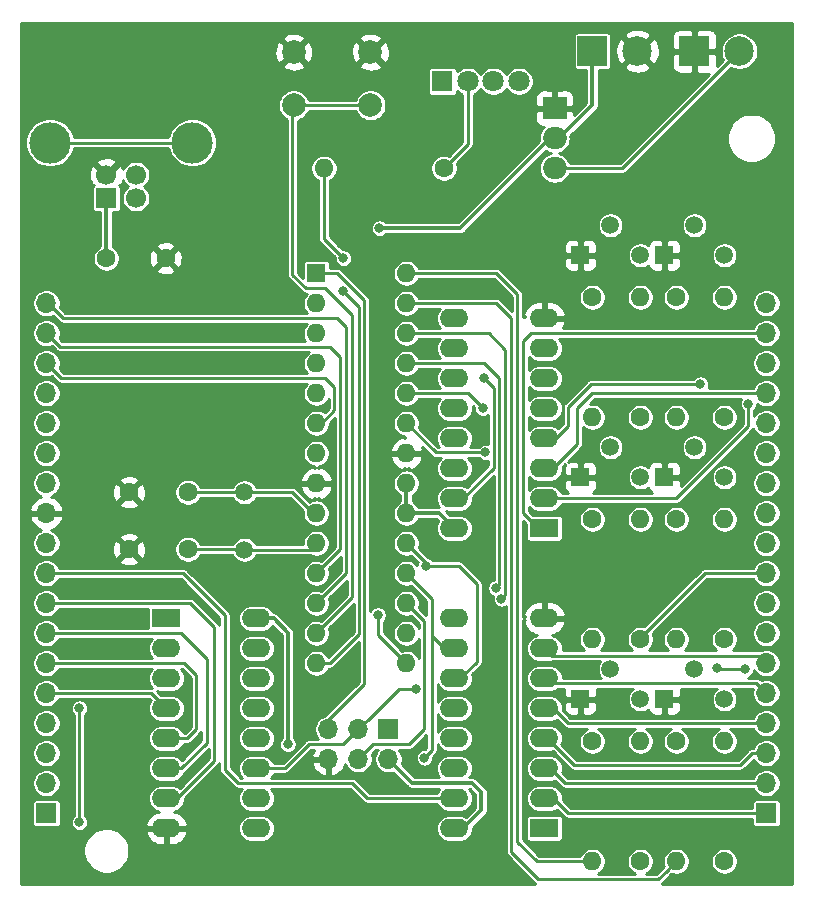
<source format=gbr>
G04 #@! TF.GenerationSoftware,KiCad,Pcbnew,5.1.6+dfsg1-1*
G04 #@! TF.CreationDate,2020-07-01T02:54:35-04:00*
G04 #@! TF.ProjectId,PCB,5043422e-6b69-4636-9164-5f7063625858,rev?*
G04 #@! TF.SameCoordinates,Original*
G04 #@! TF.FileFunction,Copper,L1,Top*
G04 #@! TF.FilePolarity,Positive*
%FSLAX46Y46*%
G04 Gerber Fmt 4.6, Leading zero omitted, Abs format (unit mm)*
G04 Created by KiCad (PCBNEW 5.1.6+dfsg1-1) date 2020-07-01 02:54:35*
%MOMM*%
%LPD*%
G01*
G04 APERTURE LIST*
G04 #@! TA.AperFunction,ComponentPad*
%ADD10R,2.000000X1.905000*%
G04 #@! TD*
G04 #@! TA.AperFunction,ComponentPad*
%ADD11O,2.000000X1.905000*%
G04 #@! TD*
G04 #@! TA.AperFunction,ComponentPad*
%ADD12R,1.500000X1.500000*%
G04 #@! TD*
G04 #@! TA.AperFunction,ComponentPad*
%ADD13C,1.500000*%
G04 #@! TD*
G04 #@! TA.AperFunction,ComponentPad*
%ADD14O,1.600000X1.600000*%
G04 #@! TD*
G04 #@! TA.AperFunction,ComponentPad*
%ADD15C,1.600000*%
G04 #@! TD*
G04 #@! TA.AperFunction,ComponentPad*
%ADD16O,1.700000X1.700000*%
G04 #@! TD*
G04 #@! TA.AperFunction,ComponentPad*
%ADD17R,1.700000X1.700000*%
G04 #@! TD*
G04 #@! TA.AperFunction,ComponentPad*
%ADD18C,2.000000*%
G04 #@! TD*
G04 #@! TA.AperFunction,ComponentPad*
%ADD19C,3.500000*%
G04 #@! TD*
G04 #@! TA.AperFunction,ComponentPad*
%ADD20C,1.700000*%
G04 #@! TD*
G04 #@! TA.AperFunction,ComponentPad*
%ADD21C,1.800000*%
G04 #@! TD*
G04 #@! TA.AperFunction,ComponentPad*
%ADD22R,1.800000X1.800000*%
G04 #@! TD*
G04 #@! TA.AperFunction,ComponentPad*
%ADD23R,2.499360X2.499360*%
G04 #@! TD*
G04 #@! TA.AperFunction,ComponentPad*
%ADD24C,2.499360*%
G04 #@! TD*
G04 #@! TA.AperFunction,ComponentPad*
%ADD25R,2.400000X1.600000*%
G04 #@! TD*
G04 #@! TA.AperFunction,ComponentPad*
%ADD26O,2.400000X1.600000*%
G04 #@! TD*
G04 #@! TA.AperFunction,ComponentPad*
%ADD27R,1.600000X1.600000*%
G04 #@! TD*
G04 #@! TA.AperFunction,ViaPad*
%ADD28C,0.800000*%
G04 #@! TD*
G04 #@! TA.AperFunction,Conductor*
%ADD29C,0.250000*%
G04 #@! TD*
G04 #@! TA.AperFunction,Conductor*
%ADD30C,0.350000*%
G04 #@! TD*
G04 #@! TA.AperFunction,Conductor*
%ADD31C,0.254000*%
G04 #@! TD*
G04 APERTURE END LIST*
D10*
X147170000Y-85090000D03*
D11*
X147170000Y-87630000D03*
X147170000Y-90170000D03*
D12*
X149352000Y-135128000D03*
D13*
X154432000Y-135128000D03*
X151892000Y-132588000D03*
D12*
X156464000Y-135128000D03*
D13*
X161544000Y-135128000D03*
X159004000Y-132588000D03*
D12*
X149352000Y-116332000D03*
D13*
X154432000Y-116332000D03*
X151892000Y-113792000D03*
D12*
X156464000Y-116332000D03*
D13*
X161544000Y-116332000D03*
X159004000Y-113792000D03*
D12*
X149352000Y-97536000D03*
D13*
X154432000Y-97536000D03*
X151892000Y-94996000D03*
D12*
X156464000Y-97536000D03*
D13*
X161544000Y-97536000D03*
X159004000Y-94996000D03*
D14*
X154432000Y-138684000D03*
D15*
X154432000Y-148844000D03*
D14*
X161544000Y-138684000D03*
D15*
X161544000Y-148844000D03*
D14*
X154432000Y-119888000D03*
D15*
X154432000Y-130048000D03*
D14*
X161544000Y-119888000D03*
D15*
X161544000Y-130048000D03*
D14*
X154432000Y-101092000D03*
D15*
X154432000Y-111252000D03*
D14*
X161544000Y-101092000D03*
D15*
X161544000Y-111252000D03*
D16*
X128016000Y-140208000D03*
X128016000Y-137668000D03*
X130556000Y-140208000D03*
X130556000Y-137668000D03*
X133096000Y-140208000D03*
D17*
X133096000Y-137668000D03*
D18*
X125072000Y-84836000D03*
X125072000Y-80336000D03*
X131572000Y-84836000D03*
X131572000Y-80336000D03*
D14*
X127635000Y-90170000D03*
D15*
X137795000Y-90170000D03*
D19*
X116490000Y-88000000D03*
X104450000Y-88000000D03*
D20*
X109220000Y-90710000D03*
X111720000Y-90710000D03*
X111720000Y-92710000D03*
D17*
X109220000Y-92710000D03*
D21*
X144145000Y-82804000D03*
X141986000Y-82804000D03*
X139827000Y-82804000D03*
D22*
X137668000Y-82804000D03*
D23*
X150368000Y-80264000D03*
D24*
X154178000Y-80264000D03*
D23*
X159004000Y-80264000D03*
D24*
X162814000Y-80264000D03*
D13*
X120904000Y-122482000D03*
X120904000Y-117602000D03*
D17*
X165100000Y-144780000D03*
D16*
X165100000Y-142240000D03*
X165100000Y-139700000D03*
X165100000Y-137160000D03*
X165100000Y-134620000D03*
X165100000Y-132080000D03*
X165100000Y-129540000D03*
X165100000Y-127000000D03*
X165100000Y-124460000D03*
X165100000Y-121920000D03*
X165100000Y-119380000D03*
X165100000Y-116840000D03*
X165100000Y-114300000D03*
X165100000Y-111760000D03*
X165100000Y-109220000D03*
X165100000Y-106680000D03*
X165100000Y-104140000D03*
X165100000Y-101600000D03*
D17*
X104140000Y-144780000D03*
D16*
X104140000Y-142240000D03*
X104140000Y-139700000D03*
X104140000Y-137160000D03*
X104140000Y-134620000D03*
X104140000Y-132080000D03*
X104140000Y-129540000D03*
X104140000Y-127000000D03*
X104140000Y-124460000D03*
X104140000Y-121920000D03*
X104140000Y-119380000D03*
X104140000Y-116840000D03*
X104140000Y-114300000D03*
X104140000Y-111760000D03*
X104140000Y-109220000D03*
X104140000Y-106680000D03*
X104140000Y-104140000D03*
X104140000Y-101600000D03*
D25*
X114300000Y-128270000D03*
D26*
X121920000Y-146050000D03*
X114300000Y-130810000D03*
X121920000Y-143510000D03*
X114300000Y-133350000D03*
X121920000Y-140970000D03*
X114300000Y-135890000D03*
X121920000Y-138430000D03*
X114300000Y-138430000D03*
X121920000Y-135890000D03*
X114300000Y-140970000D03*
X121920000Y-133350000D03*
X114300000Y-143510000D03*
X121920000Y-130810000D03*
X114300000Y-146050000D03*
X121920000Y-128270000D03*
D27*
X127000000Y-99060000D03*
D14*
X134620000Y-132080000D03*
X127000000Y-101600000D03*
X134620000Y-129540000D03*
X127000000Y-104140000D03*
X134620000Y-127000000D03*
X127000000Y-106680000D03*
X134620000Y-124460000D03*
X127000000Y-109220000D03*
X134620000Y-121920000D03*
X127000000Y-111760000D03*
X134620000Y-119380000D03*
X127000000Y-114300000D03*
X134620000Y-116840000D03*
X127000000Y-116840000D03*
X134620000Y-114300000D03*
X127000000Y-119380000D03*
X134620000Y-111760000D03*
X127000000Y-121920000D03*
X134620000Y-109220000D03*
X127000000Y-124460000D03*
X134620000Y-106680000D03*
X127000000Y-127000000D03*
X134620000Y-104140000D03*
X127000000Y-129540000D03*
X134620000Y-101600000D03*
X127000000Y-132080000D03*
X134620000Y-99060000D03*
D15*
X150368000Y-138684000D03*
D14*
X150368000Y-148844000D03*
D15*
X109220000Y-97790000D03*
X114220000Y-97790000D03*
X111125000Y-122428000D03*
X116125000Y-122428000D03*
X111125000Y-117602000D03*
X116125000Y-117602000D03*
D25*
X146304000Y-120650000D03*
D26*
X138684000Y-102870000D03*
X146304000Y-118110000D03*
X138684000Y-105410000D03*
X146304000Y-115570000D03*
X138684000Y-107950000D03*
X146304000Y-113030000D03*
X138684000Y-110490000D03*
X146304000Y-110490000D03*
X138684000Y-113030000D03*
X146304000Y-107950000D03*
X138684000Y-115570000D03*
X146304000Y-105410000D03*
X138684000Y-118110000D03*
X146304000Y-102870000D03*
X138684000Y-120650000D03*
D25*
X146304000Y-146050000D03*
D26*
X138684000Y-128270000D03*
X146304000Y-143510000D03*
X138684000Y-130810000D03*
X146304000Y-140970000D03*
X138684000Y-133350000D03*
X146304000Y-138430000D03*
X138684000Y-135890000D03*
X146304000Y-135890000D03*
X138684000Y-138430000D03*
X146304000Y-133350000D03*
X138684000Y-140970000D03*
X146304000Y-130810000D03*
X138684000Y-143510000D03*
X146304000Y-128270000D03*
X138684000Y-146050000D03*
D15*
X157480000Y-138684000D03*
D14*
X157480000Y-148844000D03*
D15*
X150368000Y-119888000D03*
D14*
X150368000Y-130048000D03*
D15*
X157480000Y-119888000D03*
D14*
X157480000Y-130048000D03*
D15*
X150368000Y-101092000D03*
D14*
X150368000Y-111252000D03*
D15*
X157480000Y-101092000D03*
D14*
X157480000Y-111252000D03*
D28*
X124587000Y-138938000D03*
X132334022Y-95250000D03*
X135419000Y-134239000D03*
X136271000Y-123825008D03*
X136144000Y-140081000D03*
X141301660Y-114222340D03*
X141097000Y-110490000D03*
X142207979Y-125718502D03*
X142657990Y-126619000D03*
X132207000Y-128016000D03*
X106934000Y-135889980D03*
X106934000Y-145542000D03*
X141224000Y-107950000D03*
X163576000Y-110109000D03*
X159512000Y-108458000D03*
X156210000Y-124460000D03*
X111125000Y-120015000D03*
X129281347Y-100588653D03*
X129286000Y-97790000D03*
X163322000Y-132588000D03*
X160909000Y-132461000D03*
D29*
X126746000Y-119380000D02*
X127000000Y-119380000D01*
X124968000Y-117602000D02*
X126746000Y-119380000D01*
X120904000Y-117602000D02*
X124968000Y-117602000D01*
X116379000Y-117602000D02*
X120904000Y-117602000D01*
X116125000Y-117348000D02*
X116379000Y-117602000D01*
X120850000Y-122428000D02*
X120904000Y-122482000D01*
X116125000Y-122428000D02*
X120850000Y-122428000D01*
X126438000Y-122482000D02*
X127000000Y-121920000D01*
X120904000Y-122482000D02*
X126438000Y-122482000D01*
D30*
X134620000Y-116840000D02*
X134620000Y-119380000D01*
X109220000Y-92710000D02*
X109220000Y-97790000D01*
X137414000Y-119380000D02*
X138684000Y-120650000D01*
X134620000Y-119380000D02*
X137414000Y-119380000D01*
X124587000Y-138372315D02*
X124587000Y-138938000D01*
X121920000Y-128270000D02*
X123370000Y-128270000D01*
X123370000Y-128270000D02*
X124587000Y-129487000D01*
X124587000Y-129487000D02*
X124587000Y-138372315D01*
X135128000Y-142240000D02*
X140208000Y-142240000D01*
X133096000Y-140208000D02*
X135128000Y-142240000D01*
X140208000Y-142240000D02*
X140970000Y-143002000D01*
X140970000Y-143002000D02*
X140970000Y-144526000D01*
X139446000Y-146050000D02*
X138684000Y-146050000D01*
X140970000Y-144526000D02*
X139446000Y-146050000D01*
X150368000Y-84836000D02*
X147574000Y-87630000D01*
X150368000Y-80264000D02*
X150368000Y-84836000D01*
X147574000Y-87630000D02*
X146812000Y-87630000D01*
X132899707Y-95250000D02*
X132334022Y-95250000D01*
X146812000Y-87630000D02*
X139192000Y-95250000D01*
X139192000Y-95250000D02*
X132899707Y-95250000D01*
D29*
X128778000Y-99060000D02*
X127000000Y-99060000D01*
X131064000Y-101346000D02*
X128778000Y-99060000D01*
X128016000Y-136906000D02*
X131064000Y-133858000D01*
X131064000Y-133858000D02*
X131064000Y-101346000D01*
X128016000Y-137668000D02*
X128016000Y-136906000D01*
X136144000Y-137668000D02*
X136144000Y-128524000D01*
X136144000Y-128524000D02*
X134620000Y-127000000D01*
X134874000Y-138938000D02*
X136144000Y-137668000D01*
X131826000Y-138938000D02*
X134874000Y-138938000D01*
X130556000Y-140208000D02*
X131826000Y-138938000D01*
X131405999Y-136818001D02*
X130556000Y-137668000D01*
X133985000Y-134239000D02*
X131405999Y-136818001D01*
X135419000Y-134239000D02*
X133985000Y-134239000D01*
X129286000Y-138938000D02*
X130556000Y-137668000D01*
X126365000Y-138938000D02*
X129286000Y-138938000D01*
X124333000Y-140970000D02*
X126365000Y-138938000D01*
X121920000Y-140970000D02*
X124333000Y-140970000D01*
X134620000Y-121920000D02*
X136271000Y-123571000D01*
X136271000Y-123571000D02*
X136271000Y-123825008D01*
X136271008Y-123825000D02*
X136271000Y-123825008D01*
X139192000Y-133350000D02*
X140589000Y-131953000D01*
X138684000Y-133350000D02*
X139192000Y-133350000D01*
X140589000Y-131953000D02*
X140589000Y-125349000D01*
X139065000Y-123825000D02*
X136271008Y-123825000D01*
X140589000Y-125349000D02*
X139065000Y-123825000D01*
X136779000Y-139446000D02*
X136144000Y-140081000D01*
X136779000Y-130355000D02*
X136779000Y-139446000D01*
X134620000Y-124460000D02*
X136779000Y-126619000D01*
X136779000Y-126619000D02*
X136779000Y-130355000D01*
X137795000Y-130810000D02*
X138684000Y-130810000D01*
X136779000Y-129794000D02*
X137795000Y-130810000D01*
X136779000Y-129413000D02*
X136779000Y-129794000D01*
X137082340Y-114222340D02*
X140735975Y-114222340D01*
X134620000Y-111760000D02*
X137082340Y-114222340D01*
X140735975Y-114222340D02*
X141301660Y-114222340D01*
X139827000Y-109220000D02*
X141097000Y-110490000D01*
X134620000Y-109220000D02*
X139827000Y-109220000D01*
X142482978Y-107938978D02*
X142482978Y-125443503D01*
X141224000Y-106680000D02*
X142482978Y-107938978D01*
X142482978Y-125443503D02*
X142207979Y-125718502D01*
X134620000Y-106680000D02*
X141224000Y-106680000D01*
X143002000Y-126274990D02*
X142657990Y-126619000D01*
X143002000Y-105537000D02*
X143002000Y-126274990D01*
X141605000Y-104140000D02*
X143002000Y-105537000D01*
X134620000Y-104140000D02*
X141605000Y-104140000D01*
X134620000Y-101600000D02*
X142240000Y-101600000D01*
X142240000Y-101600000D02*
X143510000Y-102870000D01*
X143510000Y-102870000D02*
X143510000Y-148082000D01*
X143510000Y-148082000D02*
X145796000Y-150368000D01*
X156680001Y-149643999D02*
X157480000Y-148844000D01*
X145796000Y-150368000D02*
X155956000Y-150368000D01*
X155956000Y-150368000D02*
X156680001Y-149643999D01*
X127438685Y-111760000D02*
X127000000Y-111760000D01*
X105410000Y-107950000D02*
X127762000Y-107950000D01*
X104140000Y-106680000D02*
X105410000Y-107950000D01*
X127762000Y-107950000D02*
X128524000Y-108712000D01*
X128524000Y-110674685D02*
X127438685Y-111760000D01*
X128524000Y-108712000D02*
X128524000Y-110674685D01*
X105265001Y-105265001D02*
X104140000Y-104140000D01*
X128125001Y-105265001D02*
X105265001Y-105265001D01*
X129032000Y-106172000D02*
X128125001Y-105265001D01*
X129032000Y-122428000D02*
X129032000Y-106172000D01*
X127000000Y-124460000D02*
X129032000Y-122428000D01*
X129540000Y-124460000D02*
X127000000Y-127000000D01*
X129540000Y-103632000D02*
X129540000Y-124460000D01*
X105537000Y-102870000D02*
X128778000Y-102870000D01*
X128778000Y-102870000D02*
X129540000Y-103632000D01*
X104267000Y-101600000D02*
X105537000Y-102870000D01*
X104140000Y-101600000D02*
X104267000Y-101600000D01*
X132207000Y-129667000D02*
X134620000Y-132080000D01*
X132207000Y-128016000D02*
X132207000Y-129667000D01*
X106934000Y-135889980D02*
X106934000Y-145542000D01*
X131318000Y-143510000D02*
X138684000Y-143510000D01*
X130048000Y-142240000D02*
X131318000Y-143510000D01*
X104140000Y-124460000D02*
X115697000Y-124460000D01*
X115697000Y-124460000D02*
X119253000Y-128016000D01*
X119253000Y-141097000D02*
X120396000Y-142240000D01*
X119253000Y-128016000D02*
X119253000Y-141097000D01*
X120396000Y-142240000D02*
X130048000Y-142240000D01*
X115190410Y-143510000D02*
X114300000Y-143510000D01*
X118364000Y-140336410D02*
X115190410Y-143510000D01*
X118364000Y-129032000D02*
X118364000Y-140336410D01*
X116332000Y-127000000D02*
X118364000Y-129032000D01*
X104140000Y-127000000D02*
X116332000Y-127000000D01*
X117729000Y-138811000D02*
X115570000Y-140970000D01*
X117729000Y-131699000D02*
X117729000Y-138811000D01*
X115570000Y-140970000D02*
X114300000Y-140970000D01*
X115570000Y-129540000D02*
X117729000Y-131699000D01*
X104140000Y-129540000D02*
X115570000Y-129540000D01*
X116078000Y-138430000D02*
X114300000Y-138430000D01*
X116840000Y-137668000D02*
X116078000Y-138430000D01*
X116840000Y-133096000D02*
X116840000Y-137668000D01*
X115824000Y-132080000D02*
X116840000Y-133096000D01*
X104140000Y-132080000D02*
X115824000Y-132080000D01*
X113030000Y-134620000D02*
X114300000Y-135890000D01*
X104140000Y-134620000D02*
X113030000Y-134620000D01*
X142032967Y-115523033D02*
X142032967Y-108758967D01*
X142032967Y-108758967D02*
X141623999Y-108349999D01*
X138684000Y-118110000D02*
X139446000Y-118110000D01*
X141623999Y-108349999D02*
X141224000Y-107950000D01*
X139446000Y-118110000D02*
X142032967Y-115523033D01*
X161290000Y-104140000D02*
X165100000Y-104140000D01*
X145161000Y-104140000D02*
X161290000Y-104140000D01*
X144526000Y-104775000D02*
X145161000Y-104140000D01*
X145796000Y-120650000D02*
X144526000Y-119380000D01*
X144526000Y-119380000D02*
X144526000Y-104775000D01*
X146304000Y-120650000D02*
X145796000Y-120650000D01*
X163576000Y-112014000D02*
X163576000Y-110109000D01*
X157480000Y-118110000D02*
X163576000Y-112014000D01*
X146304000Y-118110000D02*
X157480000Y-118110000D01*
X163897919Y-109220000D02*
X165100000Y-109220000D01*
X147066000Y-115570000D02*
X149098000Y-113538000D01*
X149098000Y-113538000D02*
X149098000Y-110490000D01*
X146304000Y-115570000D02*
X147066000Y-115570000D01*
X149098000Y-110490000D02*
X150368000Y-109220000D01*
X150368000Y-109220000D02*
X163897919Y-109220000D01*
X150239590Y-108458000D02*
X159512000Y-108458000D01*
X148336000Y-112014000D02*
X148336000Y-110361590D01*
X146304000Y-113030000D02*
X147320000Y-113030000D01*
X148336000Y-110361590D02*
X150239590Y-108458000D01*
X147320000Y-113030000D02*
X148336000Y-112014000D01*
X164465000Y-131445000D02*
X165100000Y-132080000D01*
X146304000Y-130810000D02*
X146939000Y-131445000D01*
X146939000Y-131445000D02*
X164465000Y-131445000D01*
X164250001Y-133770001D02*
X165100000Y-134620000D01*
X146724001Y-133770001D02*
X164250001Y-133770001D01*
X146304000Y-133350000D02*
X146724001Y-133770001D01*
X148299000Y-137160000D02*
X165100000Y-137160000D01*
X146304000Y-135890000D02*
X147029000Y-135890000D01*
X147029000Y-135890000D02*
X148299000Y-137160000D01*
X163897919Y-139700000D02*
X165100000Y-139700000D01*
X148844000Y-140716000D02*
X162881919Y-140716000D01*
X162881919Y-140716000D02*
X163897919Y-139700000D01*
X146304000Y-138430000D02*
X146558000Y-138430000D01*
X146558000Y-138430000D02*
X148844000Y-140716000D01*
X163897919Y-142240000D02*
X165100000Y-142240000D01*
X148082000Y-142240000D02*
X163897919Y-142240000D01*
X146304000Y-140970000D02*
X146812000Y-140970000D01*
X146812000Y-140970000D02*
X148082000Y-142240000D01*
X147066000Y-143510000D02*
X146304000Y-143510000D01*
X165100000Y-144780000D02*
X148336000Y-144780000D01*
X148336000Y-144780000D02*
X147066000Y-143510000D01*
X128131370Y-132080000D02*
X130613990Y-129597380D01*
X127000000Y-132080000D02*
X128131370Y-132080000D01*
X130613990Y-101921296D02*
X129281347Y-100588653D01*
X130613990Y-129597380D02*
X130613990Y-101921296D01*
X127635000Y-96139000D02*
X127635000Y-90170000D01*
X129286000Y-97790000D02*
X127635000Y-96139000D01*
X147066000Y-90170000D02*
X146812000Y-90424000D01*
X152908000Y-90170000D02*
X147066000Y-90170000D01*
X162814000Y-80264000D02*
X152908000Y-90170000D01*
X139827000Y-88138000D02*
X139827000Y-82804000D01*
X137795000Y-90170000D02*
X139827000Y-88138000D01*
X104450000Y-88000000D02*
X116490000Y-88000000D01*
X135751370Y-99060000D02*
X134620000Y-99060000D01*
X145669000Y-148844000D02*
X144018000Y-147193000D01*
X144018000Y-100838000D02*
X142240000Y-99060000D01*
X144018000Y-147193000D02*
X144018000Y-100838000D01*
X150368000Y-148844000D02*
X145669000Y-148844000D01*
X142240000Y-99060000D02*
X135751370Y-99060000D01*
X130302000Y-84836000D02*
X125072000Y-84836000D01*
X130048000Y-126492000D02*
X127000000Y-129540000D01*
X126084998Y-100330000D02*
X127762000Y-100330000D01*
X130048000Y-102616000D02*
X130048000Y-126492000D01*
X124968000Y-99213002D02*
X126084998Y-100330000D01*
X127762000Y-100330000D02*
X130048000Y-102616000D01*
X124968000Y-84940000D02*
X124968000Y-99213002D01*
X125072000Y-84836000D02*
X124968000Y-84940000D01*
X130302000Y-84836000D02*
X131572000Y-84836000D01*
X161036000Y-132588000D02*
X160909000Y-132461000D01*
X163322000Y-132588000D02*
X161036000Y-132588000D01*
X154432000Y-129921000D02*
X154432000Y-130048000D01*
X159893000Y-124460000D02*
X154432000Y-129921000D01*
X165100000Y-124460000D02*
X159893000Y-124460000D01*
D31*
G36*
X167268001Y-95231733D02*
G01*
X167268000Y-150758000D01*
X156224801Y-150758000D01*
X156291369Y-150703369D01*
X156306151Y-150685357D01*
X157030146Y-149961363D01*
X157030151Y-149961357D01*
X157074123Y-149917385D01*
X157145432Y-149946922D01*
X157367030Y-149991000D01*
X157592970Y-149991000D01*
X157814568Y-149946922D01*
X158023308Y-149860458D01*
X158211170Y-149734933D01*
X158370933Y-149575170D01*
X158496458Y-149387308D01*
X158582922Y-149178568D01*
X158627000Y-148956970D01*
X158627000Y-148731030D01*
X160397000Y-148731030D01*
X160397000Y-148956970D01*
X160441078Y-149178568D01*
X160527542Y-149387308D01*
X160653067Y-149575170D01*
X160812830Y-149734933D01*
X161000692Y-149860458D01*
X161209432Y-149946922D01*
X161431030Y-149991000D01*
X161656970Y-149991000D01*
X161878568Y-149946922D01*
X162087308Y-149860458D01*
X162275170Y-149734933D01*
X162434933Y-149575170D01*
X162560458Y-149387308D01*
X162646922Y-149178568D01*
X162691000Y-148956970D01*
X162691000Y-148731030D01*
X162646922Y-148509432D01*
X162560458Y-148300692D01*
X162434933Y-148112830D01*
X162275170Y-147953067D01*
X162087308Y-147827542D01*
X161878568Y-147741078D01*
X161656970Y-147697000D01*
X161431030Y-147697000D01*
X161209432Y-147741078D01*
X161000692Y-147827542D01*
X160812830Y-147953067D01*
X160653067Y-148112830D01*
X160527542Y-148300692D01*
X160441078Y-148509432D01*
X160397000Y-148731030D01*
X158627000Y-148731030D01*
X158582922Y-148509432D01*
X158496458Y-148300692D01*
X158370933Y-148112830D01*
X158211170Y-147953067D01*
X158023308Y-147827542D01*
X157814568Y-147741078D01*
X157592970Y-147697000D01*
X157367030Y-147697000D01*
X157145432Y-147741078D01*
X156936692Y-147827542D01*
X156748830Y-147953067D01*
X156589067Y-148112830D01*
X156463542Y-148300692D01*
X156377078Y-148509432D01*
X156333000Y-148731030D01*
X156333000Y-148956970D01*
X156377078Y-149178568D01*
X156406615Y-149249877D01*
X156362643Y-149293849D01*
X156362637Y-149293854D01*
X155760492Y-149896000D01*
X154889503Y-149896000D01*
X154975308Y-149860458D01*
X155163170Y-149734933D01*
X155322933Y-149575170D01*
X155448458Y-149387308D01*
X155534922Y-149178568D01*
X155579000Y-148956970D01*
X155579000Y-148731030D01*
X155534922Y-148509432D01*
X155448458Y-148300692D01*
X155322933Y-148112830D01*
X155163170Y-147953067D01*
X154975308Y-147827542D01*
X154766568Y-147741078D01*
X154544970Y-147697000D01*
X154319030Y-147697000D01*
X154097432Y-147741078D01*
X153888692Y-147827542D01*
X153700830Y-147953067D01*
X153541067Y-148112830D01*
X153415542Y-148300692D01*
X153329078Y-148509432D01*
X153285000Y-148731030D01*
X153285000Y-148956970D01*
X153329078Y-149178568D01*
X153415542Y-149387308D01*
X153541067Y-149575170D01*
X153700830Y-149734933D01*
X153888692Y-149860458D01*
X153974497Y-149896000D01*
X150825503Y-149896000D01*
X150911308Y-149860458D01*
X151099170Y-149734933D01*
X151258933Y-149575170D01*
X151384458Y-149387308D01*
X151470922Y-149178568D01*
X151515000Y-148956970D01*
X151515000Y-148731030D01*
X151470922Y-148509432D01*
X151384458Y-148300692D01*
X151258933Y-148112830D01*
X151099170Y-147953067D01*
X150911308Y-147827542D01*
X150702568Y-147741078D01*
X150480970Y-147697000D01*
X150255030Y-147697000D01*
X150033432Y-147741078D01*
X149824692Y-147827542D01*
X149636830Y-147953067D01*
X149477067Y-148112830D01*
X149351542Y-148300692D01*
X149322005Y-148372000D01*
X145864509Y-148372000D01*
X144490000Y-146997492D01*
X144490000Y-145250000D01*
X144755322Y-145250000D01*
X144755322Y-146850000D01*
X144762022Y-146918024D01*
X144781864Y-146983433D01*
X144814085Y-147043715D01*
X144857447Y-147096553D01*
X144910285Y-147139915D01*
X144970567Y-147172136D01*
X145035976Y-147191978D01*
X145104000Y-147198678D01*
X147504000Y-147198678D01*
X147572024Y-147191978D01*
X147637433Y-147172136D01*
X147697715Y-147139915D01*
X147750553Y-147096553D01*
X147793915Y-147043715D01*
X147826136Y-146983433D01*
X147845978Y-146918024D01*
X147852678Y-146850000D01*
X147852678Y-145250000D01*
X147845978Y-145181976D01*
X147826136Y-145116567D01*
X147793915Y-145056285D01*
X147750553Y-145003447D01*
X147697715Y-144960085D01*
X147637433Y-144927864D01*
X147572024Y-144908022D01*
X147504000Y-144901322D01*
X145104000Y-144901322D01*
X145035976Y-144908022D01*
X144970567Y-144927864D01*
X144910285Y-144960085D01*
X144857447Y-145003447D01*
X144814085Y-145056285D01*
X144781864Y-145116567D01*
X144762022Y-145181976D01*
X144755322Y-145250000D01*
X144490000Y-145250000D01*
X144490000Y-143510000D01*
X144751451Y-143510000D01*
X144773597Y-143734851D01*
X144839184Y-143951061D01*
X144945691Y-144150322D01*
X145089025Y-144324975D01*
X145263678Y-144468309D01*
X145462939Y-144574816D01*
X145679149Y-144640403D01*
X145847660Y-144657000D01*
X146760340Y-144657000D01*
X146928851Y-144640403D01*
X147145061Y-144574816D01*
X147344322Y-144468309D01*
X147351176Y-144462684D01*
X147985849Y-145097357D01*
X148000631Y-145115369D01*
X148072502Y-145174352D01*
X148154500Y-145218180D01*
X148243472Y-145245170D01*
X148335999Y-145254283D01*
X148359179Y-145252000D01*
X163901322Y-145252000D01*
X163901322Y-145630000D01*
X163908022Y-145698024D01*
X163927864Y-145763433D01*
X163960085Y-145823715D01*
X164003447Y-145876553D01*
X164056285Y-145919915D01*
X164116567Y-145952136D01*
X164181976Y-145971978D01*
X164250000Y-145978678D01*
X165950000Y-145978678D01*
X166018024Y-145971978D01*
X166083433Y-145952136D01*
X166143715Y-145919915D01*
X166196553Y-145876553D01*
X166239915Y-145823715D01*
X166272136Y-145763433D01*
X166291978Y-145698024D01*
X166298678Y-145630000D01*
X166298678Y-143930000D01*
X166291978Y-143861976D01*
X166272136Y-143796567D01*
X166239915Y-143736285D01*
X166196553Y-143683447D01*
X166143715Y-143640085D01*
X166083433Y-143607864D01*
X166018024Y-143588022D01*
X165950000Y-143581322D01*
X164250000Y-143581322D01*
X164181976Y-143588022D01*
X164116567Y-143607864D01*
X164056285Y-143640085D01*
X164003447Y-143683447D01*
X163960085Y-143736285D01*
X163927864Y-143796567D01*
X163908022Y-143861976D01*
X163901322Y-143930000D01*
X163901322Y-144308000D01*
X148531508Y-144308000D01*
X147845517Y-143622009D01*
X147856549Y-143510000D01*
X147834403Y-143285149D01*
X147768816Y-143068939D01*
X147662309Y-142869678D01*
X147518975Y-142695025D01*
X147344322Y-142551691D01*
X147145061Y-142445184D01*
X146928851Y-142379597D01*
X146760340Y-142363000D01*
X145847660Y-142363000D01*
X145679149Y-142379597D01*
X145462939Y-142445184D01*
X145263678Y-142551691D01*
X145089025Y-142695025D01*
X144945691Y-142869678D01*
X144839184Y-143068939D01*
X144773597Y-143285149D01*
X144751451Y-143510000D01*
X144490000Y-143510000D01*
X144490000Y-140970000D01*
X144751451Y-140970000D01*
X144773597Y-141194851D01*
X144839184Y-141411061D01*
X144945691Y-141610322D01*
X145089025Y-141784975D01*
X145263678Y-141928309D01*
X145462939Y-142034816D01*
X145679149Y-142100403D01*
X145847660Y-142117000D01*
X146760340Y-142117000D01*
X146928851Y-142100403D01*
X147145061Y-142034816D01*
X147186929Y-142012437D01*
X147731849Y-142557357D01*
X147746631Y-142575369D01*
X147818502Y-142634352D01*
X147900500Y-142678180D01*
X147989472Y-142705170D01*
X148081999Y-142714283D01*
X148105179Y-142712000D01*
X163999885Y-142712000D01*
X164039232Y-142806992D01*
X164170229Y-143003043D01*
X164336957Y-143169771D01*
X164533008Y-143300768D01*
X164750848Y-143391000D01*
X164982106Y-143437000D01*
X165217894Y-143437000D01*
X165449152Y-143391000D01*
X165666992Y-143300768D01*
X165863043Y-143169771D01*
X166029771Y-143003043D01*
X166160768Y-142806992D01*
X166251000Y-142589152D01*
X166297000Y-142357894D01*
X166297000Y-142122106D01*
X166251000Y-141890848D01*
X166160768Y-141673008D01*
X166029771Y-141476957D01*
X165863043Y-141310229D01*
X165666992Y-141179232D01*
X165449152Y-141089000D01*
X165217894Y-141043000D01*
X164982106Y-141043000D01*
X164750848Y-141089000D01*
X164533008Y-141179232D01*
X164336957Y-141310229D01*
X164170229Y-141476957D01*
X164039232Y-141673008D01*
X163999885Y-141768000D01*
X148277508Y-141768000D01*
X147804136Y-141294628D01*
X147834403Y-141194851D01*
X147856549Y-140970000D01*
X147834403Y-140745149D01*
X147768816Y-140528939D01*
X147662309Y-140329678D01*
X147518975Y-140155025D01*
X147344322Y-140011691D01*
X147145061Y-139905184D01*
X146928851Y-139839597D01*
X146760340Y-139823000D01*
X145847660Y-139823000D01*
X145679149Y-139839597D01*
X145462939Y-139905184D01*
X145263678Y-140011691D01*
X145089025Y-140155025D01*
X144945691Y-140329678D01*
X144839184Y-140528939D01*
X144773597Y-140745149D01*
X144751451Y-140970000D01*
X144490000Y-140970000D01*
X144490000Y-138430000D01*
X144751451Y-138430000D01*
X144773597Y-138654851D01*
X144839184Y-138871061D01*
X144945691Y-139070322D01*
X145089025Y-139244975D01*
X145263678Y-139388309D01*
X145462939Y-139494816D01*
X145679149Y-139560403D01*
X145847660Y-139577000D01*
X146760340Y-139577000D01*
X146928851Y-139560403D01*
X146999472Y-139538980D01*
X148493849Y-141033357D01*
X148508631Y-141051369D01*
X148580502Y-141110352D01*
X148662500Y-141154180D01*
X148751472Y-141181170D01*
X148843999Y-141190283D01*
X148867179Y-141188000D01*
X162858739Y-141188000D01*
X162881919Y-141190283D01*
X162905099Y-141188000D01*
X162974447Y-141181170D01*
X163063419Y-141154180D01*
X163145417Y-141110352D01*
X163217288Y-141051369D01*
X163232070Y-141033357D01*
X164027283Y-140238145D01*
X164039232Y-140266992D01*
X164170229Y-140463043D01*
X164336957Y-140629771D01*
X164533008Y-140760768D01*
X164750848Y-140851000D01*
X164982106Y-140897000D01*
X165217894Y-140897000D01*
X165449152Y-140851000D01*
X165666992Y-140760768D01*
X165863043Y-140629771D01*
X166029771Y-140463043D01*
X166160768Y-140266992D01*
X166251000Y-140049152D01*
X166297000Y-139817894D01*
X166297000Y-139582106D01*
X166251000Y-139350848D01*
X166160768Y-139133008D01*
X166029771Y-138936957D01*
X165863043Y-138770229D01*
X165666992Y-138639232D01*
X165449152Y-138549000D01*
X165217894Y-138503000D01*
X164982106Y-138503000D01*
X164750848Y-138549000D01*
X164533008Y-138639232D01*
X164336957Y-138770229D01*
X164170229Y-138936957D01*
X164039232Y-139133008D01*
X163999885Y-139228000D01*
X163921099Y-139228000D01*
X163897919Y-139225717D01*
X163805391Y-139234830D01*
X163716419Y-139261820D01*
X163634421Y-139305648D01*
X163562550Y-139364631D01*
X163547772Y-139382638D01*
X162686411Y-140244000D01*
X149039508Y-140244000D01*
X147733201Y-138937693D01*
X147768816Y-138871061D01*
X147834403Y-138654851D01*
X147856549Y-138430000D01*
X147834403Y-138205149D01*
X147768816Y-137988939D01*
X147662309Y-137789678D01*
X147518975Y-137615025D01*
X147344322Y-137471691D01*
X147145061Y-137365184D01*
X146928851Y-137299597D01*
X146760340Y-137283000D01*
X145847660Y-137283000D01*
X145679149Y-137299597D01*
X145462939Y-137365184D01*
X145263678Y-137471691D01*
X145089025Y-137615025D01*
X144945691Y-137789678D01*
X144839184Y-137988939D01*
X144773597Y-138205149D01*
X144751451Y-138430000D01*
X144490000Y-138430000D01*
X144490000Y-135890000D01*
X144751451Y-135890000D01*
X144773597Y-136114851D01*
X144839184Y-136331061D01*
X144945691Y-136530322D01*
X145089025Y-136704975D01*
X145263678Y-136848309D01*
X145462939Y-136954816D01*
X145679149Y-137020403D01*
X145847660Y-137037000D01*
X146760340Y-137037000D01*
X146928851Y-137020403D01*
X147145061Y-136954816D01*
X147328342Y-136856850D01*
X147948849Y-137477357D01*
X147963631Y-137495369D01*
X148035502Y-137554352D01*
X148117500Y-137598180D01*
X148206472Y-137625170D01*
X148298999Y-137634283D01*
X148322179Y-137632000D01*
X149910497Y-137632000D01*
X149824692Y-137667542D01*
X149636830Y-137793067D01*
X149477067Y-137952830D01*
X149351542Y-138140692D01*
X149265078Y-138349432D01*
X149221000Y-138571030D01*
X149221000Y-138796970D01*
X149265078Y-139018568D01*
X149351542Y-139227308D01*
X149477067Y-139415170D01*
X149636830Y-139574933D01*
X149824692Y-139700458D01*
X150033432Y-139786922D01*
X150255030Y-139831000D01*
X150480970Y-139831000D01*
X150702568Y-139786922D01*
X150911308Y-139700458D01*
X151099170Y-139574933D01*
X151258933Y-139415170D01*
X151384458Y-139227308D01*
X151470922Y-139018568D01*
X151515000Y-138796970D01*
X151515000Y-138571030D01*
X151470922Y-138349432D01*
X151384458Y-138140692D01*
X151258933Y-137952830D01*
X151099170Y-137793067D01*
X150911308Y-137667542D01*
X150825503Y-137632000D01*
X153974497Y-137632000D01*
X153888692Y-137667542D01*
X153700830Y-137793067D01*
X153541067Y-137952830D01*
X153415542Y-138140692D01*
X153329078Y-138349432D01*
X153285000Y-138571030D01*
X153285000Y-138796970D01*
X153329078Y-139018568D01*
X153415542Y-139227308D01*
X153541067Y-139415170D01*
X153700830Y-139574933D01*
X153888692Y-139700458D01*
X154097432Y-139786922D01*
X154319030Y-139831000D01*
X154544970Y-139831000D01*
X154766568Y-139786922D01*
X154975308Y-139700458D01*
X155163170Y-139574933D01*
X155322933Y-139415170D01*
X155448458Y-139227308D01*
X155534922Y-139018568D01*
X155579000Y-138796970D01*
X155579000Y-138571030D01*
X155534922Y-138349432D01*
X155448458Y-138140692D01*
X155322933Y-137952830D01*
X155163170Y-137793067D01*
X154975308Y-137667542D01*
X154889503Y-137632000D01*
X157022497Y-137632000D01*
X156936692Y-137667542D01*
X156748830Y-137793067D01*
X156589067Y-137952830D01*
X156463542Y-138140692D01*
X156377078Y-138349432D01*
X156333000Y-138571030D01*
X156333000Y-138796970D01*
X156377078Y-139018568D01*
X156463542Y-139227308D01*
X156589067Y-139415170D01*
X156748830Y-139574933D01*
X156936692Y-139700458D01*
X157145432Y-139786922D01*
X157367030Y-139831000D01*
X157592970Y-139831000D01*
X157814568Y-139786922D01*
X158023308Y-139700458D01*
X158211170Y-139574933D01*
X158370933Y-139415170D01*
X158496458Y-139227308D01*
X158582922Y-139018568D01*
X158627000Y-138796970D01*
X158627000Y-138571030D01*
X158582922Y-138349432D01*
X158496458Y-138140692D01*
X158370933Y-137952830D01*
X158211170Y-137793067D01*
X158023308Y-137667542D01*
X157937503Y-137632000D01*
X161086497Y-137632000D01*
X161000692Y-137667542D01*
X160812830Y-137793067D01*
X160653067Y-137952830D01*
X160527542Y-138140692D01*
X160441078Y-138349432D01*
X160397000Y-138571030D01*
X160397000Y-138796970D01*
X160441078Y-139018568D01*
X160527542Y-139227308D01*
X160653067Y-139415170D01*
X160812830Y-139574933D01*
X161000692Y-139700458D01*
X161209432Y-139786922D01*
X161431030Y-139831000D01*
X161656970Y-139831000D01*
X161878568Y-139786922D01*
X162087308Y-139700458D01*
X162275170Y-139574933D01*
X162434933Y-139415170D01*
X162560458Y-139227308D01*
X162646922Y-139018568D01*
X162691000Y-138796970D01*
X162691000Y-138571030D01*
X162646922Y-138349432D01*
X162560458Y-138140692D01*
X162434933Y-137952830D01*
X162275170Y-137793067D01*
X162087308Y-137667542D01*
X162001503Y-137632000D01*
X163999885Y-137632000D01*
X164039232Y-137726992D01*
X164170229Y-137923043D01*
X164336957Y-138089771D01*
X164533008Y-138220768D01*
X164750848Y-138311000D01*
X164982106Y-138357000D01*
X165217894Y-138357000D01*
X165449152Y-138311000D01*
X165666992Y-138220768D01*
X165863043Y-138089771D01*
X166029771Y-137923043D01*
X166160768Y-137726992D01*
X166251000Y-137509152D01*
X166297000Y-137277894D01*
X166297000Y-137042106D01*
X166251000Y-136810848D01*
X166160768Y-136593008D01*
X166029771Y-136396957D01*
X165863043Y-136230229D01*
X165666992Y-136099232D01*
X165449152Y-136009000D01*
X165217894Y-135963000D01*
X164982106Y-135963000D01*
X164750848Y-136009000D01*
X164533008Y-136099232D01*
X164336957Y-136230229D01*
X164170229Y-136396957D01*
X164039232Y-136593008D01*
X163999885Y-136688000D01*
X148494508Y-136688000D01*
X147842200Y-136035692D01*
X147856549Y-135890000D01*
X147855368Y-135878000D01*
X147963928Y-135878000D01*
X147976188Y-136002482D01*
X148012498Y-136122180D01*
X148071463Y-136232494D01*
X148150815Y-136329185D01*
X148247506Y-136408537D01*
X148357820Y-136467502D01*
X148477518Y-136503812D01*
X148602000Y-136516072D01*
X149066250Y-136513000D01*
X149225000Y-136354250D01*
X149225000Y-135255000D01*
X149479000Y-135255000D01*
X149479000Y-136354250D01*
X149637750Y-136513000D01*
X150102000Y-136516072D01*
X150226482Y-136503812D01*
X150346180Y-136467502D01*
X150456494Y-136408537D01*
X150553185Y-136329185D01*
X150632537Y-136232494D01*
X150691502Y-136122180D01*
X150727812Y-136002482D01*
X150740072Y-135878000D01*
X150737000Y-135413750D01*
X150578250Y-135255000D01*
X149479000Y-135255000D01*
X149225000Y-135255000D01*
X148125750Y-135255000D01*
X147967000Y-135413750D01*
X147963928Y-135878000D01*
X147855368Y-135878000D01*
X147834403Y-135665149D01*
X147768816Y-135448939D01*
X147662309Y-135249678D01*
X147518975Y-135075025D01*
X147344322Y-134931691D01*
X147145061Y-134825184D01*
X146928851Y-134759597D01*
X146760340Y-134743000D01*
X145847660Y-134743000D01*
X145679149Y-134759597D01*
X145462939Y-134825184D01*
X145263678Y-134931691D01*
X145089025Y-135075025D01*
X144945691Y-135249678D01*
X144839184Y-135448939D01*
X144773597Y-135665149D01*
X144751451Y-135890000D01*
X144490000Y-135890000D01*
X144490000Y-128397002D01*
X144634084Y-128397002D01*
X144512096Y-128619039D01*
X144529633Y-128701818D01*
X144640285Y-128961646D01*
X144799500Y-129194895D01*
X145001161Y-129392601D01*
X145237517Y-129547166D01*
X145499486Y-129652650D01*
X145665034Y-129683879D01*
X145462939Y-129745184D01*
X145263678Y-129851691D01*
X145089025Y-129995025D01*
X144945691Y-130169678D01*
X144839184Y-130368939D01*
X144773597Y-130585149D01*
X144751451Y-130810000D01*
X144773597Y-131034851D01*
X144839184Y-131251061D01*
X144945691Y-131450322D01*
X145089025Y-131624975D01*
X145263678Y-131768309D01*
X145462939Y-131874816D01*
X145679149Y-131940403D01*
X145847660Y-131957000D01*
X146760340Y-131957000D01*
X146928851Y-131940403D01*
X147006000Y-131917000D01*
X151020997Y-131917000D01*
X150919851Y-132068376D01*
X150837157Y-132268017D01*
X150795000Y-132479955D01*
X150795000Y-132696045D01*
X150837157Y-132907983D01*
X150919851Y-133107624D01*
X151039904Y-133287297D01*
X151050608Y-133298001D01*
X147851428Y-133298001D01*
X147834403Y-133125149D01*
X147768816Y-132908939D01*
X147662309Y-132709678D01*
X147518975Y-132535025D01*
X147344322Y-132391691D01*
X147145061Y-132285184D01*
X146928851Y-132219597D01*
X146760340Y-132203000D01*
X145847660Y-132203000D01*
X145679149Y-132219597D01*
X145462939Y-132285184D01*
X145263678Y-132391691D01*
X145089025Y-132535025D01*
X144945691Y-132709678D01*
X144839184Y-132908939D01*
X144773597Y-133125149D01*
X144751451Y-133350000D01*
X144773597Y-133574851D01*
X144839184Y-133791061D01*
X144945691Y-133990322D01*
X145089025Y-134164975D01*
X145263678Y-134308309D01*
X145462939Y-134414816D01*
X145679149Y-134480403D01*
X145847660Y-134497000D01*
X146760340Y-134497000D01*
X146928851Y-134480403D01*
X147145061Y-134414816D01*
X147344322Y-134308309D01*
X147425119Y-134242001D01*
X147979682Y-134242001D01*
X147976188Y-134253518D01*
X147963928Y-134378000D01*
X147967000Y-134842250D01*
X148125750Y-135001000D01*
X149225000Y-135001000D01*
X149225000Y-134981000D01*
X149479000Y-134981000D01*
X149479000Y-135001000D01*
X150578250Y-135001000D01*
X150737000Y-134842250D01*
X150740072Y-134378000D01*
X150727812Y-134253518D01*
X150724318Y-134242001D01*
X153783443Y-134242001D01*
X153732703Y-134275904D01*
X153579904Y-134428703D01*
X153459851Y-134608376D01*
X153377157Y-134808017D01*
X153335000Y-135019955D01*
X153335000Y-135236045D01*
X153377157Y-135447983D01*
X153459851Y-135647624D01*
X153579904Y-135827297D01*
X153732703Y-135980096D01*
X153912376Y-136100149D01*
X154112017Y-136182843D01*
X154323955Y-136225000D01*
X154540045Y-136225000D01*
X154751983Y-136182843D01*
X154951624Y-136100149D01*
X155089807Y-136007819D01*
X155124498Y-136122180D01*
X155183463Y-136232494D01*
X155262815Y-136329185D01*
X155359506Y-136408537D01*
X155469820Y-136467502D01*
X155589518Y-136503812D01*
X155714000Y-136516072D01*
X156178250Y-136513000D01*
X156337000Y-136354250D01*
X156337000Y-135255000D01*
X156591000Y-135255000D01*
X156591000Y-136354250D01*
X156749750Y-136513000D01*
X157214000Y-136516072D01*
X157338482Y-136503812D01*
X157458180Y-136467502D01*
X157568494Y-136408537D01*
X157665185Y-136329185D01*
X157744537Y-136232494D01*
X157803502Y-136122180D01*
X157839812Y-136002482D01*
X157852072Y-135878000D01*
X157849000Y-135413750D01*
X157690250Y-135255000D01*
X156591000Y-135255000D01*
X156337000Y-135255000D01*
X156317000Y-135255000D01*
X156317000Y-135001000D01*
X156337000Y-135001000D01*
X156337000Y-134981000D01*
X156591000Y-134981000D01*
X156591000Y-135001000D01*
X157690250Y-135001000D01*
X157849000Y-134842250D01*
X157852072Y-134378000D01*
X157839812Y-134253518D01*
X157836318Y-134242001D01*
X160895443Y-134242001D01*
X160844703Y-134275904D01*
X160691904Y-134428703D01*
X160571851Y-134608376D01*
X160489157Y-134808017D01*
X160447000Y-135019955D01*
X160447000Y-135236045D01*
X160489157Y-135447983D01*
X160571851Y-135647624D01*
X160691904Y-135827297D01*
X160844703Y-135980096D01*
X161024376Y-136100149D01*
X161224017Y-136182843D01*
X161435955Y-136225000D01*
X161652045Y-136225000D01*
X161863983Y-136182843D01*
X162063624Y-136100149D01*
X162243297Y-135980096D01*
X162396096Y-135827297D01*
X162516149Y-135647624D01*
X162598843Y-135447983D01*
X162641000Y-135236045D01*
X162641000Y-135019955D01*
X162598843Y-134808017D01*
X162516149Y-134608376D01*
X162396096Y-134428703D01*
X162243297Y-134275904D01*
X162192557Y-134242001D01*
X163960949Y-134242001D01*
X163949000Y-134270848D01*
X163903000Y-134502106D01*
X163903000Y-134737894D01*
X163949000Y-134969152D01*
X164039232Y-135186992D01*
X164170229Y-135383043D01*
X164336957Y-135549771D01*
X164533008Y-135680768D01*
X164750848Y-135771000D01*
X164982106Y-135817000D01*
X165217894Y-135817000D01*
X165449152Y-135771000D01*
X165666992Y-135680768D01*
X165863043Y-135549771D01*
X166029771Y-135383043D01*
X166160768Y-135186992D01*
X166251000Y-134969152D01*
X166297000Y-134737894D01*
X166297000Y-134502106D01*
X166251000Y-134270848D01*
X166160768Y-134053008D01*
X166029771Y-133856957D01*
X165863043Y-133690229D01*
X165666992Y-133559232D01*
X165449152Y-133469000D01*
X165217894Y-133423000D01*
X164982106Y-133423000D01*
X164750848Y-133469000D01*
X164655855Y-133508347D01*
X164600152Y-133452644D01*
X164585370Y-133434632D01*
X164513499Y-133375649D01*
X164431501Y-133331821D01*
X164342529Y-133304831D01*
X164273181Y-133298001D01*
X164250001Y-133295718D01*
X164226821Y-133298001D01*
X163559910Y-133298001D01*
X163675837Y-133249982D01*
X163798184Y-133168232D01*
X163902232Y-133064184D01*
X163983982Y-132941837D01*
X164040293Y-132805892D01*
X164064406Y-132684668D01*
X164170229Y-132843043D01*
X164336957Y-133009771D01*
X164533008Y-133140768D01*
X164750848Y-133231000D01*
X164982106Y-133277000D01*
X165217894Y-133277000D01*
X165449152Y-133231000D01*
X165666992Y-133140768D01*
X165863043Y-133009771D01*
X166029771Y-132843043D01*
X166160768Y-132646992D01*
X166251000Y-132429152D01*
X166297000Y-132197894D01*
X166297000Y-131962106D01*
X166251000Y-131730848D01*
X166160768Y-131513008D01*
X166029771Y-131316957D01*
X165863043Y-131150229D01*
X165666992Y-131019232D01*
X165449152Y-130929000D01*
X165217894Y-130883000D01*
X164982106Y-130883000D01*
X164750848Y-130929000D01*
X164598285Y-130992194D01*
X164557528Y-130979830D01*
X164488180Y-130973000D01*
X164465000Y-130970717D01*
X164441820Y-130973000D01*
X162224185Y-130973000D01*
X162275170Y-130938933D01*
X162434933Y-130779170D01*
X162560458Y-130591308D01*
X162646922Y-130382568D01*
X162691000Y-130160970D01*
X162691000Y-129935030D01*
X162646922Y-129713432D01*
X162560458Y-129504692D01*
X162505276Y-129422106D01*
X163903000Y-129422106D01*
X163903000Y-129657894D01*
X163949000Y-129889152D01*
X164039232Y-130106992D01*
X164170229Y-130303043D01*
X164336957Y-130469771D01*
X164533008Y-130600768D01*
X164750848Y-130691000D01*
X164982106Y-130737000D01*
X165217894Y-130737000D01*
X165449152Y-130691000D01*
X165666992Y-130600768D01*
X165863043Y-130469771D01*
X166029771Y-130303043D01*
X166160768Y-130106992D01*
X166251000Y-129889152D01*
X166297000Y-129657894D01*
X166297000Y-129422106D01*
X166251000Y-129190848D01*
X166160768Y-128973008D01*
X166029771Y-128776957D01*
X165863043Y-128610229D01*
X165666992Y-128479232D01*
X165449152Y-128389000D01*
X165217894Y-128343000D01*
X164982106Y-128343000D01*
X164750848Y-128389000D01*
X164533008Y-128479232D01*
X164336957Y-128610229D01*
X164170229Y-128776957D01*
X164039232Y-128973008D01*
X163949000Y-129190848D01*
X163903000Y-129422106D01*
X162505276Y-129422106D01*
X162434933Y-129316830D01*
X162275170Y-129157067D01*
X162087308Y-129031542D01*
X161878568Y-128945078D01*
X161656970Y-128901000D01*
X161431030Y-128901000D01*
X161209432Y-128945078D01*
X161000692Y-129031542D01*
X160812830Y-129157067D01*
X160653067Y-129316830D01*
X160527542Y-129504692D01*
X160441078Y-129713432D01*
X160397000Y-129935030D01*
X160397000Y-130160970D01*
X160441078Y-130382568D01*
X160527542Y-130591308D01*
X160653067Y-130779170D01*
X160812830Y-130938933D01*
X160863815Y-130973000D01*
X158160185Y-130973000D01*
X158211170Y-130938933D01*
X158370933Y-130779170D01*
X158496458Y-130591308D01*
X158582922Y-130382568D01*
X158627000Y-130160970D01*
X158627000Y-129935030D01*
X158582922Y-129713432D01*
X158496458Y-129504692D01*
X158370933Y-129316830D01*
X158211170Y-129157067D01*
X158023308Y-129031542D01*
X157814568Y-128945078D01*
X157592970Y-128901000D01*
X157367030Y-128901000D01*
X157145432Y-128945078D01*
X156936692Y-129031542D01*
X156748830Y-129157067D01*
X156589067Y-129316830D01*
X156463542Y-129504692D01*
X156377078Y-129713432D01*
X156333000Y-129935030D01*
X156333000Y-130160970D01*
X156377078Y-130382568D01*
X156463542Y-130591308D01*
X156589067Y-130779170D01*
X156748830Y-130938933D01*
X156799815Y-130973000D01*
X155112185Y-130973000D01*
X155163170Y-130938933D01*
X155322933Y-130779170D01*
X155448458Y-130591308D01*
X155534922Y-130382568D01*
X155579000Y-130160970D01*
X155579000Y-129935030D01*
X155534922Y-129713432D01*
X155468187Y-129552321D01*
X158138402Y-126882106D01*
X163903000Y-126882106D01*
X163903000Y-127117894D01*
X163949000Y-127349152D01*
X164039232Y-127566992D01*
X164170229Y-127763043D01*
X164336957Y-127929771D01*
X164533008Y-128060768D01*
X164750848Y-128151000D01*
X164982106Y-128197000D01*
X165217894Y-128197000D01*
X165449152Y-128151000D01*
X165666992Y-128060768D01*
X165863043Y-127929771D01*
X166029771Y-127763043D01*
X166160768Y-127566992D01*
X166251000Y-127349152D01*
X166297000Y-127117894D01*
X166297000Y-126882106D01*
X166251000Y-126650848D01*
X166160768Y-126433008D01*
X166029771Y-126236957D01*
X165863043Y-126070229D01*
X165666992Y-125939232D01*
X165449152Y-125849000D01*
X165217894Y-125803000D01*
X164982106Y-125803000D01*
X164750848Y-125849000D01*
X164533008Y-125939232D01*
X164336957Y-126070229D01*
X164170229Y-126236957D01*
X164039232Y-126433008D01*
X163949000Y-126650848D01*
X163903000Y-126882106D01*
X158138402Y-126882106D01*
X160088508Y-124932000D01*
X163999885Y-124932000D01*
X164039232Y-125026992D01*
X164170229Y-125223043D01*
X164336957Y-125389771D01*
X164533008Y-125520768D01*
X164750848Y-125611000D01*
X164982106Y-125657000D01*
X165217894Y-125657000D01*
X165449152Y-125611000D01*
X165666992Y-125520768D01*
X165863043Y-125389771D01*
X166029771Y-125223043D01*
X166160768Y-125026992D01*
X166251000Y-124809152D01*
X166297000Y-124577894D01*
X166297000Y-124342106D01*
X166251000Y-124110848D01*
X166160768Y-123893008D01*
X166029771Y-123696957D01*
X165863043Y-123530229D01*
X165666992Y-123399232D01*
X165449152Y-123309000D01*
X165217894Y-123263000D01*
X164982106Y-123263000D01*
X164750848Y-123309000D01*
X164533008Y-123399232D01*
X164336957Y-123530229D01*
X164170229Y-123696957D01*
X164039232Y-123893008D01*
X163999885Y-123988000D01*
X159916179Y-123988000D01*
X159892999Y-123985717D01*
X159800472Y-123994830D01*
X159711500Y-124021820D01*
X159629502Y-124065648D01*
X159557631Y-124124631D01*
X159542849Y-124142643D01*
X154744753Y-128940739D01*
X154544970Y-128901000D01*
X154319030Y-128901000D01*
X154097432Y-128945078D01*
X153888692Y-129031542D01*
X153700830Y-129157067D01*
X153541067Y-129316830D01*
X153415542Y-129504692D01*
X153329078Y-129713432D01*
X153285000Y-129935030D01*
X153285000Y-130160970D01*
X153329078Y-130382568D01*
X153415542Y-130591308D01*
X153541067Y-130779170D01*
X153700830Y-130938933D01*
X153751815Y-130973000D01*
X151048185Y-130973000D01*
X151099170Y-130938933D01*
X151258933Y-130779170D01*
X151384458Y-130591308D01*
X151470922Y-130382568D01*
X151515000Y-130160970D01*
X151515000Y-129935030D01*
X151470922Y-129713432D01*
X151384458Y-129504692D01*
X151258933Y-129316830D01*
X151099170Y-129157067D01*
X150911308Y-129031542D01*
X150702568Y-128945078D01*
X150480970Y-128901000D01*
X150255030Y-128901000D01*
X150033432Y-128945078D01*
X149824692Y-129031542D01*
X149636830Y-129157067D01*
X149477067Y-129316830D01*
X149351542Y-129504692D01*
X149265078Y-129713432D01*
X149221000Y-129935030D01*
X149221000Y-130160970D01*
X149265078Y-130382568D01*
X149351542Y-130591308D01*
X149477067Y-130779170D01*
X149636830Y-130938933D01*
X149687815Y-130973000D01*
X147840495Y-130973000D01*
X147856549Y-130810000D01*
X147834403Y-130585149D01*
X147768816Y-130368939D01*
X147662309Y-130169678D01*
X147518975Y-129995025D01*
X147344322Y-129851691D01*
X147145061Y-129745184D01*
X146942966Y-129683879D01*
X147108514Y-129652650D01*
X147370483Y-129547166D01*
X147606839Y-129392601D01*
X147808500Y-129194895D01*
X147967715Y-128961646D01*
X148078367Y-128701818D01*
X148095904Y-128619039D01*
X147973915Y-128397000D01*
X146431000Y-128397000D01*
X146431000Y-128417000D01*
X146177000Y-128417000D01*
X146177000Y-128397000D01*
X146157000Y-128397000D01*
X146157000Y-128143000D01*
X146177000Y-128143000D01*
X146177000Y-126835000D01*
X146431000Y-126835000D01*
X146431000Y-128143000D01*
X147973915Y-128143000D01*
X148095904Y-127920961D01*
X148078367Y-127838182D01*
X147967715Y-127578354D01*
X147808500Y-127345105D01*
X147606839Y-127147399D01*
X147370483Y-126992834D01*
X147108514Y-126887350D01*
X146831000Y-126835000D01*
X146431000Y-126835000D01*
X146177000Y-126835000D01*
X145777000Y-126835000D01*
X145499486Y-126887350D01*
X145237517Y-126992834D01*
X145001161Y-127147399D01*
X144799500Y-127345105D01*
X144640285Y-127578354D01*
X144529633Y-127838182D01*
X144512096Y-127920961D01*
X144634084Y-128142998D01*
X144490000Y-128142998D01*
X144490000Y-121802106D01*
X163903000Y-121802106D01*
X163903000Y-122037894D01*
X163949000Y-122269152D01*
X164039232Y-122486992D01*
X164170229Y-122683043D01*
X164336957Y-122849771D01*
X164533008Y-122980768D01*
X164750848Y-123071000D01*
X164982106Y-123117000D01*
X165217894Y-123117000D01*
X165449152Y-123071000D01*
X165666992Y-122980768D01*
X165863043Y-122849771D01*
X166029771Y-122683043D01*
X166160768Y-122486992D01*
X166251000Y-122269152D01*
X166297000Y-122037894D01*
X166297000Y-121802106D01*
X166251000Y-121570848D01*
X166160768Y-121353008D01*
X166029771Y-121156957D01*
X165863043Y-120990229D01*
X165666992Y-120859232D01*
X165449152Y-120769000D01*
X165217894Y-120723000D01*
X164982106Y-120723000D01*
X164750848Y-120769000D01*
X164533008Y-120859232D01*
X164336957Y-120990229D01*
X164170229Y-121156957D01*
X164039232Y-121353008D01*
X163949000Y-121570848D01*
X163903000Y-121802106D01*
X144490000Y-121802106D01*
X144490000Y-120011508D01*
X144755322Y-120276830D01*
X144755322Y-121450000D01*
X144762022Y-121518024D01*
X144781864Y-121583433D01*
X144814085Y-121643715D01*
X144857447Y-121696553D01*
X144910285Y-121739915D01*
X144970567Y-121772136D01*
X145035976Y-121791978D01*
X145104000Y-121798678D01*
X147504000Y-121798678D01*
X147572024Y-121791978D01*
X147637433Y-121772136D01*
X147697715Y-121739915D01*
X147750553Y-121696553D01*
X147793915Y-121643715D01*
X147826136Y-121583433D01*
X147845978Y-121518024D01*
X147852678Y-121450000D01*
X147852678Y-119850000D01*
X147845978Y-119781976D01*
X147843871Y-119775030D01*
X149221000Y-119775030D01*
X149221000Y-120000970D01*
X149265078Y-120222568D01*
X149351542Y-120431308D01*
X149477067Y-120619170D01*
X149636830Y-120778933D01*
X149824692Y-120904458D01*
X150033432Y-120990922D01*
X150255030Y-121035000D01*
X150480970Y-121035000D01*
X150702568Y-120990922D01*
X150911308Y-120904458D01*
X151099170Y-120778933D01*
X151258933Y-120619170D01*
X151384458Y-120431308D01*
X151470922Y-120222568D01*
X151515000Y-120000970D01*
X151515000Y-119775030D01*
X153285000Y-119775030D01*
X153285000Y-120000970D01*
X153329078Y-120222568D01*
X153415542Y-120431308D01*
X153541067Y-120619170D01*
X153700830Y-120778933D01*
X153888692Y-120904458D01*
X154097432Y-120990922D01*
X154319030Y-121035000D01*
X154544970Y-121035000D01*
X154766568Y-120990922D01*
X154975308Y-120904458D01*
X155163170Y-120778933D01*
X155322933Y-120619170D01*
X155448458Y-120431308D01*
X155534922Y-120222568D01*
X155579000Y-120000970D01*
X155579000Y-119775030D01*
X156333000Y-119775030D01*
X156333000Y-120000970D01*
X156377078Y-120222568D01*
X156463542Y-120431308D01*
X156589067Y-120619170D01*
X156748830Y-120778933D01*
X156936692Y-120904458D01*
X157145432Y-120990922D01*
X157367030Y-121035000D01*
X157592970Y-121035000D01*
X157814568Y-120990922D01*
X158023308Y-120904458D01*
X158211170Y-120778933D01*
X158370933Y-120619170D01*
X158496458Y-120431308D01*
X158582922Y-120222568D01*
X158627000Y-120000970D01*
X158627000Y-119775030D01*
X160397000Y-119775030D01*
X160397000Y-120000970D01*
X160441078Y-120222568D01*
X160527542Y-120431308D01*
X160653067Y-120619170D01*
X160812830Y-120778933D01*
X161000692Y-120904458D01*
X161209432Y-120990922D01*
X161431030Y-121035000D01*
X161656970Y-121035000D01*
X161878568Y-120990922D01*
X162087308Y-120904458D01*
X162275170Y-120778933D01*
X162434933Y-120619170D01*
X162560458Y-120431308D01*
X162646922Y-120222568D01*
X162691000Y-120000970D01*
X162691000Y-119775030D01*
X162646922Y-119553432D01*
X162560458Y-119344692D01*
X162505276Y-119262106D01*
X163903000Y-119262106D01*
X163903000Y-119497894D01*
X163949000Y-119729152D01*
X164039232Y-119946992D01*
X164170229Y-120143043D01*
X164336957Y-120309771D01*
X164533008Y-120440768D01*
X164750848Y-120531000D01*
X164982106Y-120577000D01*
X165217894Y-120577000D01*
X165449152Y-120531000D01*
X165666992Y-120440768D01*
X165863043Y-120309771D01*
X166029771Y-120143043D01*
X166160768Y-119946992D01*
X166251000Y-119729152D01*
X166297000Y-119497894D01*
X166297000Y-119262106D01*
X166251000Y-119030848D01*
X166160768Y-118813008D01*
X166029771Y-118616957D01*
X165863043Y-118450229D01*
X165666992Y-118319232D01*
X165449152Y-118229000D01*
X165217894Y-118183000D01*
X164982106Y-118183000D01*
X164750848Y-118229000D01*
X164533008Y-118319232D01*
X164336957Y-118450229D01*
X164170229Y-118616957D01*
X164039232Y-118813008D01*
X163949000Y-119030848D01*
X163903000Y-119262106D01*
X162505276Y-119262106D01*
X162434933Y-119156830D01*
X162275170Y-118997067D01*
X162087308Y-118871542D01*
X161878568Y-118785078D01*
X161656970Y-118741000D01*
X161431030Y-118741000D01*
X161209432Y-118785078D01*
X161000692Y-118871542D01*
X160812830Y-118997067D01*
X160653067Y-119156830D01*
X160527542Y-119344692D01*
X160441078Y-119553432D01*
X160397000Y-119775030D01*
X158627000Y-119775030D01*
X158582922Y-119553432D01*
X158496458Y-119344692D01*
X158370933Y-119156830D01*
X158211170Y-118997067D01*
X158023308Y-118871542D01*
X157814568Y-118785078D01*
X157592970Y-118741000D01*
X157367030Y-118741000D01*
X157145432Y-118785078D01*
X156936692Y-118871542D01*
X156748830Y-118997067D01*
X156589067Y-119156830D01*
X156463542Y-119344692D01*
X156377078Y-119553432D01*
X156333000Y-119775030D01*
X155579000Y-119775030D01*
X155534922Y-119553432D01*
X155448458Y-119344692D01*
X155322933Y-119156830D01*
X155163170Y-118997067D01*
X154975308Y-118871542D01*
X154766568Y-118785078D01*
X154544970Y-118741000D01*
X154319030Y-118741000D01*
X154097432Y-118785078D01*
X153888692Y-118871542D01*
X153700830Y-118997067D01*
X153541067Y-119156830D01*
X153415542Y-119344692D01*
X153329078Y-119553432D01*
X153285000Y-119775030D01*
X151515000Y-119775030D01*
X151470922Y-119553432D01*
X151384458Y-119344692D01*
X151258933Y-119156830D01*
X151099170Y-118997067D01*
X150911308Y-118871542D01*
X150702568Y-118785078D01*
X150480970Y-118741000D01*
X150255030Y-118741000D01*
X150033432Y-118785078D01*
X149824692Y-118871542D01*
X149636830Y-118997067D01*
X149477067Y-119156830D01*
X149351542Y-119344692D01*
X149265078Y-119553432D01*
X149221000Y-119775030D01*
X147843871Y-119775030D01*
X147826136Y-119716567D01*
X147793915Y-119656285D01*
X147750553Y-119603447D01*
X147697715Y-119560085D01*
X147637433Y-119527864D01*
X147572024Y-119508022D01*
X147504000Y-119501322D01*
X145314830Y-119501322D01*
X144998000Y-119184492D01*
X144998000Y-118814061D01*
X145089025Y-118924975D01*
X145263678Y-119068309D01*
X145462939Y-119174816D01*
X145679149Y-119240403D01*
X145847660Y-119257000D01*
X146760340Y-119257000D01*
X146928851Y-119240403D01*
X147145061Y-119174816D01*
X147344322Y-119068309D01*
X147518975Y-118924975D01*
X147662309Y-118750322D01*
X147752279Y-118582000D01*
X157456820Y-118582000D01*
X157480000Y-118584283D01*
X157503180Y-118582000D01*
X157572528Y-118575170D01*
X157661500Y-118548180D01*
X157743498Y-118504352D01*
X157815369Y-118445369D01*
X157830151Y-118427357D01*
X160033553Y-116223955D01*
X160447000Y-116223955D01*
X160447000Y-116440045D01*
X160489157Y-116651983D01*
X160571851Y-116851624D01*
X160691904Y-117031297D01*
X160844703Y-117184096D01*
X161024376Y-117304149D01*
X161224017Y-117386843D01*
X161435955Y-117429000D01*
X161652045Y-117429000D01*
X161863983Y-117386843D01*
X162063624Y-117304149D01*
X162243297Y-117184096D01*
X162396096Y-117031297D01*
X162516149Y-116851624D01*
X162569797Y-116722106D01*
X163903000Y-116722106D01*
X163903000Y-116957894D01*
X163949000Y-117189152D01*
X164039232Y-117406992D01*
X164170229Y-117603043D01*
X164336957Y-117769771D01*
X164533008Y-117900768D01*
X164750848Y-117991000D01*
X164982106Y-118037000D01*
X165217894Y-118037000D01*
X165449152Y-117991000D01*
X165666992Y-117900768D01*
X165863043Y-117769771D01*
X166029771Y-117603043D01*
X166160768Y-117406992D01*
X166251000Y-117189152D01*
X166297000Y-116957894D01*
X166297000Y-116722106D01*
X166251000Y-116490848D01*
X166160768Y-116273008D01*
X166029771Y-116076957D01*
X165863043Y-115910229D01*
X165666992Y-115779232D01*
X165449152Y-115689000D01*
X165217894Y-115643000D01*
X164982106Y-115643000D01*
X164750848Y-115689000D01*
X164533008Y-115779232D01*
X164336957Y-115910229D01*
X164170229Y-116076957D01*
X164039232Y-116273008D01*
X163949000Y-116490848D01*
X163903000Y-116722106D01*
X162569797Y-116722106D01*
X162598843Y-116651983D01*
X162641000Y-116440045D01*
X162641000Y-116223955D01*
X162598843Y-116012017D01*
X162516149Y-115812376D01*
X162396096Y-115632703D01*
X162243297Y-115479904D01*
X162063624Y-115359851D01*
X161863983Y-115277157D01*
X161652045Y-115235000D01*
X161435955Y-115235000D01*
X161224017Y-115277157D01*
X161024376Y-115359851D01*
X160844703Y-115479904D01*
X160691904Y-115632703D01*
X160571851Y-115812376D01*
X160489157Y-116012017D01*
X160447000Y-116223955D01*
X160033553Y-116223955D01*
X162075402Y-114182106D01*
X163903000Y-114182106D01*
X163903000Y-114417894D01*
X163949000Y-114649152D01*
X164039232Y-114866992D01*
X164170229Y-115063043D01*
X164336957Y-115229771D01*
X164533008Y-115360768D01*
X164750848Y-115451000D01*
X164982106Y-115497000D01*
X165217894Y-115497000D01*
X165449152Y-115451000D01*
X165666992Y-115360768D01*
X165863043Y-115229771D01*
X166029771Y-115063043D01*
X166160768Y-114866992D01*
X166251000Y-114649152D01*
X166297000Y-114417894D01*
X166297000Y-114182106D01*
X166251000Y-113950848D01*
X166160768Y-113733008D01*
X166029771Y-113536957D01*
X165863043Y-113370229D01*
X165666992Y-113239232D01*
X165449152Y-113149000D01*
X165217894Y-113103000D01*
X164982106Y-113103000D01*
X164750848Y-113149000D01*
X164533008Y-113239232D01*
X164336957Y-113370229D01*
X164170229Y-113536957D01*
X164039232Y-113733008D01*
X163949000Y-113950848D01*
X163903000Y-114182106D01*
X162075402Y-114182106D01*
X163893362Y-112364147D01*
X163911369Y-112349369D01*
X163970352Y-112277498D01*
X163975184Y-112268458D01*
X163997609Y-112226504D01*
X164039232Y-112326992D01*
X164170229Y-112523043D01*
X164336957Y-112689771D01*
X164533008Y-112820768D01*
X164750848Y-112911000D01*
X164982106Y-112957000D01*
X165217894Y-112957000D01*
X165449152Y-112911000D01*
X165666992Y-112820768D01*
X165863043Y-112689771D01*
X166029771Y-112523043D01*
X166160768Y-112326992D01*
X166251000Y-112109152D01*
X166297000Y-111877894D01*
X166297000Y-111642106D01*
X166251000Y-111410848D01*
X166160768Y-111193008D01*
X166029771Y-110996957D01*
X165863043Y-110830229D01*
X165666992Y-110699232D01*
X165449152Y-110609000D01*
X165217894Y-110563000D01*
X164982106Y-110563000D01*
X164750848Y-110609000D01*
X164533008Y-110699232D01*
X164336957Y-110830229D01*
X164170229Y-110996957D01*
X164048000Y-111179886D01*
X164048000Y-110692028D01*
X164052184Y-110689232D01*
X164156232Y-110585184D01*
X164237982Y-110462837D01*
X164294293Y-110326892D01*
X164323000Y-110182573D01*
X164323000Y-110135814D01*
X164336957Y-110149771D01*
X164533008Y-110280768D01*
X164750848Y-110371000D01*
X164982106Y-110417000D01*
X165217894Y-110417000D01*
X165449152Y-110371000D01*
X165666992Y-110280768D01*
X165863043Y-110149771D01*
X166029771Y-109983043D01*
X166160768Y-109786992D01*
X166251000Y-109569152D01*
X166297000Y-109337894D01*
X166297000Y-109102106D01*
X166251000Y-108870848D01*
X166160768Y-108653008D01*
X166029771Y-108456957D01*
X165863043Y-108290229D01*
X165666992Y-108159232D01*
X165449152Y-108069000D01*
X165217894Y-108023000D01*
X164982106Y-108023000D01*
X164750848Y-108069000D01*
X164533008Y-108159232D01*
X164336957Y-108290229D01*
X164170229Y-108456957D01*
X164039232Y-108653008D01*
X163999885Y-108748000D01*
X160200424Y-108748000D01*
X160230293Y-108675892D01*
X160259000Y-108531573D01*
X160259000Y-108384427D01*
X160230293Y-108240108D01*
X160173982Y-108104163D01*
X160092232Y-107981816D01*
X159988184Y-107877768D01*
X159865837Y-107796018D01*
X159729892Y-107739707D01*
X159585573Y-107711000D01*
X159438427Y-107711000D01*
X159294108Y-107739707D01*
X159158163Y-107796018D01*
X159035816Y-107877768D01*
X158931768Y-107981816D01*
X158928972Y-107986000D01*
X150262770Y-107986000D01*
X150239590Y-107983717D01*
X150147062Y-107992830D01*
X150058089Y-108019820D01*
X149976092Y-108063648D01*
X149904221Y-108122631D01*
X149889443Y-108140638D01*
X148018639Y-110011443D01*
X148000632Y-110026221D01*
X147966399Y-110067934D01*
X147941648Y-110098093D01*
X147897821Y-110180090D01*
X147870830Y-110269063D01*
X147861717Y-110361590D01*
X147864001Y-110384780D01*
X147864000Y-111818491D01*
X147490684Y-112191807D01*
X147344322Y-112071691D01*
X147145061Y-111965184D01*
X146928851Y-111899597D01*
X146760340Y-111883000D01*
X145847660Y-111883000D01*
X145679149Y-111899597D01*
X145462939Y-111965184D01*
X145263678Y-112071691D01*
X145089025Y-112215025D01*
X144998000Y-112325939D01*
X144998000Y-111194061D01*
X145089025Y-111304975D01*
X145263678Y-111448309D01*
X145462939Y-111554816D01*
X145679149Y-111620403D01*
X145847660Y-111637000D01*
X146760340Y-111637000D01*
X146928851Y-111620403D01*
X147145061Y-111554816D01*
X147344322Y-111448309D01*
X147518975Y-111304975D01*
X147662309Y-111130322D01*
X147768816Y-110931061D01*
X147834403Y-110714851D01*
X147856549Y-110490000D01*
X147834403Y-110265149D01*
X147768816Y-110048939D01*
X147662309Y-109849678D01*
X147518975Y-109675025D01*
X147344322Y-109531691D01*
X147145061Y-109425184D01*
X146928851Y-109359597D01*
X146760340Y-109343000D01*
X145847660Y-109343000D01*
X145679149Y-109359597D01*
X145462939Y-109425184D01*
X145263678Y-109531691D01*
X145089025Y-109675025D01*
X144998000Y-109785939D01*
X144998000Y-108654061D01*
X145089025Y-108764975D01*
X145263678Y-108908309D01*
X145462939Y-109014816D01*
X145679149Y-109080403D01*
X145847660Y-109097000D01*
X146760340Y-109097000D01*
X146928851Y-109080403D01*
X147145061Y-109014816D01*
X147344322Y-108908309D01*
X147518975Y-108764975D01*
X147662309Y-108590322D01*
X147768816Y-108391061D01*
X147834403Y-108174851D01*
X147856549Y-107950000D01*
X147834403Y-107725149D01*
X147768816Y-107508939D01*
X147662309Y-107309678D01*
X147518975Y-107135025D01*
X147344322Y-106991691D01*
X147145061Y-106885184D01*
X146928851Y-106819597D01*
X146760340Y-106803000D01*
X145847660Y-106803000D01*
X145679149Y-106819597D01*
X145462939Y-106885184D01*
X145263678Y-106991691D01*
X145089025Y-107135025D01*
X144998000Y-107245939D01*
X144998000Y-106562106D01*
X163903000Y-106562106D01*
X163903000Y-106797894D01*
X163949000Y-107029152D01*
X164039232Y-107246992D01*
X164170229Y-107443043D01*
X164336957Y-107609771D01*
X164533008Y-107740768D01*
X164750848Y-107831000D01*
X164982106Y-107877000D01*
X165217894Y-107877000D01*
X165449152Y-107831000D01*
X165666992Y-107740768D01*
X165863043Y-107609771D01*
X166029771Y-107443043D01*
X166160768Y-107246992D01*
X166251000Y-107029152D01*
X166297000Y-106797894D01*
X166297000Y-106562106D01*
X166251000Y-106330848D01*
X166160768Y-106113008D01*
X166029771Y-105916957D01*
X165863043Y-105750229D01*
X165666992Y-105619232D01*
X165449152Y-105529000D01*
X165217894Y-105483000D01*
X164982106Y-105483000D01*
X164750848Y-105529000D01*
X164533008Y-105619232D01*
X164336957Y-105750229D01*
X164170229Y-105916957D01*
X164039232Y-106113008D01*
X163949000Y-106330848D01*
X163903000Y-106562106D01*
X144998000Y-106562106D01*
X144998000Y-106114061D01*
X145089025Y-106224975D01*
X145263678Y-106368309D01*
X145462939Y-106474816D01*
X145679149Y-106540403D01*
X145847660Y-106557000D01*
X146760340Y-106557000D01*
X146928851Y-106540403D01*
X147145061Y-106474816D01*
X147344322Y-106368309D01*
X147518975Y-106224975D01*
X147662309Y-106050322D01*
X147768816Y-105851061D01*
X147834403Y-105634851D01*
X147856549Y-105410000D01*
X147834403Y-105185149D01*
X147768816Y-104968939D01*
X147662309Y-104769678D01*
X147532906Y-104612000D01*
X163999885Y-104612000D01*
X164039232Y-104706992D01*
X164170229Y-104903043D01*
X164336957Y-105069771D01*
X164533008Y-105200768D01*
X164750848Y-105291000D01*
X164982106Y-105337000D01*
X165217894Y-105337000D01*
X165449152Y-105291000D01*
X165666992Y-105200768D01*
X165863043Y-105069771D01*
X166029771Y-104903043D01*
X166160768Y-104706992D01*
X166251000Y-104489152D01*
X166297000Y-104257894D01*
X166297000Y-104022106D01*
X166251000Y-103790848D01*
X166160768Y-103573008D01*
X166029771Y-103376957D01*
X165863043Y-103210229D01*
X165666992Y-103079232D01*
X165449152Y-102989000D01*
X165217894Y-102943000D01*
X164982106Y-102943000D01*
X164750848Y-102989000D01*
X164533008Y-103079232D01*
X164336957Y-103210229D01*
X164170229Y-103376957D01*
X164039232Y-103573008D01*
X163999885Y-103668000D01*
X147895118Y-103668000D01*
X147967715Y-103561646D01*
X148078367Y-103301818D01*
X148095904Y-103219039D01*
X147973915Y-102997000D01*
X146431000Y-102997000D01*
X146431000Y-103017000D01*
X146177000Y-103017000D01*
X146177000Y-102997000D01*
X146157000Y-102997000D01*
X146157000Y-102743000D01*
X146177000Y-102743000D01*
X146177000Y-101435000D01*
X146431000Y-101435000D01*
X146431000Y-102743000D01*
X147973915Y-102743000D01*
X148095904Y-102520961D01*
X148078367Y-102438182D01*
X147967715Y-102178354D01*
X147808500Y-101945105D01*
X147606839Y-101747399D01*
X147370483Y-101592834D01*
X147108514Y-101487350D01*
X146831000Y-101435000D01*
X146431000Y-101435000D01*
X146177000Y-101435000D01*
X145777000Y-101435000D01*
X145499486Y-101487350D01*
X145237517Y-101592834D01*
X145001161Y-101747399D01*
X144799500Y-101945105D01*
X144640285Y-102178354D01*
X144529633Y-102438182D01*
X144512096Y-102520961D01*
X144634084Y-102742998D01*
X144490000Y-102742998D01*
X144490000Y-100979030D01*
X149221000Y-100979030D01*
X149221000Y-101204970D01*
X149265078Y-101426568D01*
X149351542Y-101635308D01*
X149477067Y-101823170D01*
X149636830Y-101982933D01*
X149824692Y-102108458D01*
X150033432Y-102194922D01*
X150255030Y-102239000D01*
X150480970Y-102239000D01*
X150702568Y-102194922D01*
X150911308Y-102108458D01*
X151099170Y-101982933D01*
X151258933Y-101823170D01*
X151384458Y-101635308D01*
X151470922Y-101426568D01*
X151515000Y-101204970D01*
X151515000Y-100979030D01*
X153285000Y-100979030D01*
X153285000Y-101204970D01*
X153329078Y-101426568D01*
X153415542Y-101635308D01*
X153541067Y-101823170D01*
X153700830Y-101982933D01*
X153888692Y-102108458D01*
X154097432Y-102194922D01*
X154319030Y-102239000D01*
X154544970Y-102239000D01*
X154766568Y-102194922D01*
X154975308Y-102108458D01*
X155163170Y-101982933D01*
X155322933Y-101823170D01*
X155448458Y-101635308D01*
X155534922Y-101426568D01*
X155579000Y-101204970D01*
X155579000Y-100979030D01*
X156333000Y-100979030D01*
X156333000Y-101204970D01*
X156377078Y-101426568D01*
X156463542Y-101635308D01*
X156589067Y-101823170D01*
X156748830Y-101982933D01*
X156936692Y-102108458D01*
X157145432Y-102194922D01*
X157367030Y-102239000D01*
X157592970Y-102239000D01*
X157814568Y-102194922D01*
X158023308Y-102108458D01*
X158211170Y-101982933D01*
X158370933Y-101823170D01*
X158496458Y-101635308D01*
X158582922Y-101426568D01*
X158627000Y-101204970D01*
X158627000Y-100979030D01*
X160397000Y-100979030D01*
X160397000Y-101204970D01*
X160441078Y-101426568D01*
X160527542Y-101635308D01*
X160653067Y-101823170D01*
X160812830Y-101982933D01*
X161000692Y-102108458D01*
X161209432Y-102194922D01*
X161431030Y-102239000D01*
X161656970Y-102239000D01*
X161878568Y-102194922D01*
X162087308Y-102108458D01*
X162275170Y-101982933D01*
X162434933Y-101823170D01*
X162560458Y-101635308D01*
X162623917Y-101482106D01*
X163903000Y-101482106D01*
X163903000Y-101717894D01*
X163949000Y-101949152D01*
X164039232Y-102166992D01*
X164170229Y-102363043D01*
X164336957Y-102529771D01*
X164533008Y-102660768D01*
X164750848Y-102751000D01*
X164982106Y-102797000D01*
X165217894Y-102797000D01*
X165449152Y-102751000D01*
X165666992Y-102660768D01*
X165863043Y-102529771D01*
X166029771Y-102363043D01*
X166160768Y-102166992D01*
X166251000Y-101949152D01*
X166297000Y-101717894D01*
X166297000Y-101482106D01*
X166251000Y-101250848D01*
X166160768Y-101033008D01*
X166029771Y-100836957D01*
X165863043Y-100670229D01*
X165666992Y-100539232D01*
X165449152Y-100449000D01*
X165217894Y-100403000D01*
X164982106Y-100403000D01*
X164750848Y-100449000D01*
X164533008Y-100539232D01*
X164336957Y-100670229D01*
X164170229Y-100836957D01*
X164039232Y-101033008D01*
X163949000Y-101250848D01*
X163903000Y-101482106D01*
X162623917Y-101482106D01*
X162646922Y-101426568D01*
X162691000Y-101204970D01*
X162691000Y-100979030D01*
X162646922Y-100757432D01*
X162560458Y-100548692D01*
X162434933Y-100360830D01*
X162275170Y-100201067D01*
X162087308Y-100075542D01*
X161878568Y-99989078D01*
X161656970Y-99945000D01*
X161431030Y-99945000D01*
X161209432Y-99989078D01*
X161000692Y-100075542D01*
X160812830Y-100201067D01*
X160653067Y-100360830D01*
X160527542Y-100548692D01*
X160441078Y-100757432D01*
X160397000Y-100979030D01*
X158627000Y-100979030D01*
X158582922Y-100757432D01*
X158496458Y-100548692D01*
X158370933Y-100360830D01*
X158211170Y-100201067D01*
X158023308Y-100075542D01*
X157814568Y-99989078D01*
X157592970Y-99945000D01*
X157367030Y-99945000D01*
X157145432Y-99989078D01*
X156936692Y-100075542D01*
X156748830Y-100201067D01*
X156589067Y-100360830D01*
X156463542Y-100548692D01*
X156377078Y-100757432D01*
X156333000Y-100979030D01*
X155579000Y-100979030D01*
X155534922Y-100757432D01*
X155448458Y-100548692D01*
X155322933Y-100360830D01*
X155163170Y-100201067D01*
X154975308Y-100075542D01*
X154766568Y-99989078D01*
X154544970Y-99945000D01*
X154319030Y-99945000D01*
X154097432Y-99989078D01*
X153888692Y-100075542D01*
X153700830Y-100201067D01*
X153541067Y-100360830D01*
X153415542Y-100548692D01*
X153329078Y-100757432D01*
X153285000Y-100979030D01*
X151515000Y-100979030D01*
X151470922Y-100757432D01*
X151384458Y-100548692D01*
X151258933Y-100360830D01*
X151099170Y-100201067D01*
X150911308Y-100075542D01*
X150702568Y-99989078D01*
X150480970Y-99945000D01*
X150255030Y-99945000D01*
X150033432Y-99989078D01*
X149824692Y-100075542D01*
X149636830Y-100201067D01*
X149477067Y-100360830D01*
X149351542Y-100548692D01*
X149265078Y-100757432D01*
X149221000Y-100979030D01*
X144490000Y-100979030D01*
X144490000Y-100861180D01*
X144492283Y-100838000D01*
X144483170Y-100745472D01*
X144456180Y-100656500D01*
X144412352Y-100574502D01*
X144391170Y-100548692D01*
X144353369Y-100502631D01*
X144335362Y-100487853D01*
X142590151Y-98742643D01*
X142575369Y-98724631D01*
X142503498Y-98665648D01*
X142421500Y-98621820D01*
X142332528Y-98594830D01*
X142263180Y-98588000D01*
X142240000Y-98585717D01*
X142216820Y-98588000D01*
X135665995Y-98588000D01*
X135636458Y-98516692D01*
X135510933Y-98328830D01*
X135468103Y-98286000D01*
X147963928Y-98286000D01*
X147976188Y-98410482D01*
X148012498Y-98530180D01*
X148071463Y-98640494D01*
X148150815Y-98737185D01*
X148247506Y-98816537D01*
X148357820Y-98875502D01*
X148477518Y-98911812D01*
X148602000Y-98924072D01*
X149066250Y-98921000D01*
X149225000Y-98762250D01*
X149225000Y-97663000D01*
X149479000Y-97663000D01*
X149479000Y-98762250D01*
X149637750Y-98921000D01*
X150102000Y-98924072D01*
X150226482Y-98911812D01*
X150346180Y-98875502D01*
X150456494Y-98816537D01*
X150553185Y-98737185D01*
X150632537Y-98640494D01*
X150691502Y-98530180D01*
X150727812Y-98410482D01*
X150740072Y-98286000D01*
X150737000Y-97821750D01*
X150578250Y-97663000D01*
X149479000Y-97663000D01*
X149225000Y-97663000D01*
X148125750Y-97663000D01*
X147967000Y-97821750D01*
X147963928Y-98286000D01*
X135468103Y-98286000D01*
X135351170Y-98169067D01*
X135163308Y-98043542D01*
X134954568Y-97957078D01*
X134732970Y-97913000D01*
X134507030Y-97913000D01*
X134285432Y-97957078D01*
X134076692Y-98043542D01*
X133888830Y-98169067D01*
X133729067Y-98328830D01*
X133603542Y-98516692D01*
X133517078Y-98725432D01*
X133473000Y-98947030D01*
X133473000Y-99172970D01*
X133517078Y-99394568D01*
X133603542Y-99603308D01*
X133729067Y-99791170D01*
X133888830Y-99950933D01*
X134076692Y-100076458D01*
X134285432Y-100162922D01*
X134507030Y-100207000D01*
X134732970Y-100207000D01*
X134954568Y-100162922D01*
X135163308Y-100076458D01*
X135351170Y-99950933D01*
X135510933Y-99791170D01*
X135636458Y-99603308D01*
X135665995Y-99532000D01*
X142044492Y-99532000D01*
X143546001Y-101033510D01*
X143546001Y-102238493D01*
X142590151Y-101282643D01*
X142575369Y-101264631D01*
X142503498Y-101205648D01*
X142421500Y-101161820D01*
X142332528Y-101134830D01*
X142263180Y-101128000D01*
X142240000Y-101125717D01*
X142216820Y-101128000D01*
X135665995Y-101128000D01*
X135636458Y-101056692D01*
X135510933Y-100868830D01*
X135351170Y-100709067D01*
X135163308Y-100583542D01*
X134954568Y-100497078D01*
X134732970Y-100453000D01*
X134507030Y-100453000D01*
X134285432Y-100497078D01*
X134076692Y-100583542D01*
X133888830Y-100709067D01*
X133729067Y-100868830D01*
X133603542Y-101056692D01*
X133517078Y-101265432D01*
X133473000Y-101487030D01*
X133473000Y-101712970D01*
X133517078Y-101934568D01*
X133603542Y-102143308D01*
X133729067Y-102331170D01*
X133888830Y-102490933D01*
X134076692Y-102616458D01*
X134285432Y-102702922D01*
X134507030Y-102747000D01*
X134732970Y-102747000D01*
X134954568Y-102702922D01*
X135163308Y-102616458D01*
X135351170Y-102490933D01*
X135510933Y-102331170D01*
X135636458Y-102143308D01*
X135665995Y-102072000D01*
X137455094Y-102072000D01*
X137325691Y-102229678D01*
X137219184Y-102428939D01*
X137153597Y-102645149D01*
X137131451Y-102870000D01*
X137153597Y-103094851D01*
X137219184Y-103311061D01*
X137325691Y-103510322D01*
X137455094Y-103668000D01*
X135665995Y-103668000D01*
X135636458Y-103596692D01*
X135510933Y-103408830D01*
X135351170Y-103249067D01*
X135163308Y-103123542D01*
X134954568Y-103037078D01*
X134732970Y-102993000D01*
X134507030Y-102993000D01*
X134285432Y-103037078D01*
X134076692Y-103123542D01*
X133888830Y-103249067D01*
X133729067Y-103408830D01*
X133603542Y-103596692D01*
X133517078Y-103805432D01*
X133473000Y-104027030D01*
X133473000Y-104252970D01*
X133517078Y-104474568D01*
X133603542Y-104683308D01*
X133729067Y-104871170D01*
X133888830Y-105030933D01*
X134076692Y-105156458D01*
X134285432Y-105242922D01*
X134507030Y-105287000D01*
X134732970Y-105287000D01*
X134954568Y-105242922D01*
X135163308Y-105156458D01*
X135351170Y-105030933D01*
X135510933Y-104871170D01*
X135636458Y-104683308D01*
X135665995Y-104612000D01*
X137455094Y-104612000D01*
X137325691Y-104769678D01*
X137219184Y-104968939D01*
X137153597Y-105185149D01*
X137131451Y-105410000D01*
X137153597Y-105634851D01*
X137219184Y-105851061D01*
X137325691Y-106050322D01*
X137455094Y-106208000D01*
X135665995Y-106208000D01*
X135636458Y-106136692D01*
X135510933Y-105948830D01*
X135351170Y-105789067D01*
X135163308Y-105663542D01*
X134954568Y-105577078D01*
X134732970Y-105533000D01*
X134507030Y-105533000D01*
X134285432Y-105577078D01*
X134076692Y-105663542D01*
X133888830Y-105789067D01*
X133729067Y-105948830D01*
X133603542Y-106136692D01*
X133517078Y-106345432D01*
X133473000Y-106567030D01*
X133473000Y-106792970D01*
X133517078Y-107014568D01*
X133603542Y-107223308D01*
X133729067Y-107411170D01*
X133888830Y-107570933D01*
X134076692Y-107696458D01*
X134285432Y-107782922D01*
X134507030Y-107827000D01*
X134732970Y-107827000D01*
X134954568Y-107782922D01*
X135163308Y-107696458D01*
X135351170Y-107570933D01*
X135510933Y-107411170D01*
X135636458Y-107223308D01*
X135665995Y-107152000D01*
X137455094Y-107152000D01*
X137325691Y-107309678D01*
X137219184Y-107508939D01*
X137153597Y-107725149D01*
X137131451Y-107950000D01*
X137153597Y-108174851D01*
X137219184Y-108391061D01*
X137325691Y-108590322D01*
X137455094Y-108748000D01*
X135665995Y-108748000D01*
X135636458Y-108676692D01*
X135510933Y-108488830D01*
X135351170Y-108329067D01*
X135163308Y-108203542D01*
X134954568Y-108117078D01*
X134732970Y-108073000D01*
X134507030Y-108073000D01*
X134285432Y-108117078D01*
X134076692Y-108203542D01*
X133888830Y-108329067D01*
X133729067Y-108488830D01*
X133603542Y-108676692D01*
X133517078Y-108885432D01*
X133473000Y-109107030D01*
X133473000Y-109332970D01*
X133517078Y-109554568D01*
X133603542Y-109763308D01*
X133729067Y-109951170D01*
X133888830Y-110110933D01*
X134076692Y-110236458D01*
X134285432Y-110322922D01*
X134507030Y-110367000D01*
X134732970Y-110367000D01*
X134954568Y-110322922D01*
X135163308Y-110236458D01*
X135351170Y-110110933D01*
X135510933Y-109951170D01*
X135636458Y-109763308D01*
X135665995Y-109692000D01*
X137455094Y-109692000D01*
X137325691Y-109849678D01*
X137219184Y-110048939D01*
X137153597Y-110265149D01*
X137131451Y-110490000D01*
X137153597Y-110714851D01*
X137219184Y-110931061D01*
X137325691Y-111130322D01*
X137469025Y-111304975D01*
X137643678Y-111448309D01*
X137842939Y-111554816D01*
X138059149Y-111620403D01*
X138227660Y-111637000D01*
X139140340Y-111637000D01*
X139308851Y-111620403D01*
X139525061Y-111554816D01*
X139724322Y-111448309D01*
X139898975Y-111304975D01*
X140042309Y-111130322D01*
X140148816Y-110931061D01*
X140214403Y-110714851D01*
X140236549Y-110490000D01*
X140215470Y-110275978D01*
X140350982Y-110411490D01*
X140350000Y-110416427D01*
X140350000Y-110563573D01*
X140378707Y-110707892D01*
X140435018Y-110843837D01*
X140516768Y-110966184D01*
X140620816Y-111070232D01*
X140743163Y-111151982D01*
X140879108Y-111208293D01*
X141023427Y-111237000D01*
X141170573Y-111237000D01*
X141314892Y-111208293D01*
X141450837Y-111151982D01*
X141560968Y-111078395D01*
X141560967Y-113521202D01*
X141519552Y-113504047D01*
X141375233Y-113475340D01*
X141228087Y-113475340D01*
X141083768Y-113504047D01*
X140947823Y-113560358D01*
X140825476Y-113642108D01*
X140721428Y-113746156D01*
X140718632Y-113750340D01*
X139976640Y-113750340D01*
X140042309Y-113670322D01*
X140148816Y-113471061D01*
X140214403Y-113254851D01*
X140236549Y-113030000D01*
X140214403Y-112805149D01*
X140148816Y-112588939D01*
X140042309Y-112389678D01*
X139898975Y-112215025D01*
X139724322Y-112071691D01*
X139525061Y-111965184D01*
X139308851Y-111899597D01*
X139140340Y-111883000D01*
X138227660Y-111883000D01*
X138059149Y-111899597D01*
X137842939Y-111965184D01*
X137643678Y-112071691D01*
X137469025Y-112215025D01*
X137325691Y-112389678D01*
X137219184Y-112588939D01*
X137153597Y-112805149D01*
X137131451Y-113030000D01*
X137153597Y-113254851D01*
X137219184Y-113471061D01*
X137325691Y-113670322D01*
X137391360Y-113750340D01*
X137277849Y-113750340D01*
X135693385Y-112165876D01*
X135722922Y-112094568D01*
X135767000Y-111872970D01*
X135767000Y-111647030D01*
X135722922Y-111425432D01*
X135636458Y-111216692D01*
X135510933Y-111028830D01*
X135351170Y-110869067D01*
X135163308Y-110743542D01*
X134954568Y-110657078D01*
X134732970Y-110613000D01*
X134507030Y-110613000D01*
X134285432Y-110657078D01*
X134076692Y-110743542D01*
X133888830Y-110869067D01*
X133729067Y-111028830D01*
X133603542Y-111216692D01*
X133517078Y-111425432D01*
X133473000Y-111647030D01*
X133473000Y-111872970D01*
X133517078Y-112094568D01*
X133603542Y-112303308D01*
X133729067Y-112491170D01*
X133888830Y-112650933D01*
X134076692Y-112776458D01*
X134285432Y-112862922D01*
X134492998Y-112904209D01*
X134492998Y-113029375D01*
X134270960Y-112908091D01*
X134006119Y-113002930D01*
X133764869Y-113147615D01*
X133556481Y-113336586D01*
X133388963Y-113562580D01*
X133268754Y-113816913D01*
X133228096Y-113950961D01*
X133350085Y-114173000D01*
X134493000Y-114173000D01*
X134493000Y-114153000D01*
X134747000Y-114153000D01*
X134747000Y-114173000D01*
X135889915Y-114173000D01*
X136011904Y-113950961D01*
X135971246Y-113816913D01*
X135937046Y-113744555D01*
X136732193Y-114539702D01*
X136746971Y-114557709D01*
X136812748Y-114611691D01*
X136818842Y-114616692D01*
X136900840Y-114660520D01*
X136989812Y-114687510D01*
X137082340Y-114696623D01*
X137105520Y-114694340D01*
X137542970Y-114694340D01*
X137469025Y-114755025D01*
X137325691Y-114929678D01*
X137219184Y-115128939D01*
X137153597Y-115345149D01*
X137131451Y-115570000D01*
X137153597Y-115794851D01*
X137219184Y-116011061D01*
X137325691Y-116210322D01*
X137469025Y-116384975D01*
X137643678Y-116528309D01*
X137842939Y-116634816D01*
X138059149Y-116700403D01*
X138227660Y-116717000D01*
X139140340Y-116717000D01*
X139308851Y-116700403D01*
X139525061Y-116634816D01*
X139724322Y-116528309D01*
X139898975Y-116384975D01*
X140042309Y-116210322D01*
X140148816Y-116011061D01*
X140214403Y-115794851D01*
X140236549Y-115570000D01*
X140214403Y-115345149D01*
X140148816Y-115128939D01*
X140042309Y-114929678D01*
X139898975Y-114755025D01*
X139825030Y-114694340D01*
X140718632Y-114694340D01*
X140721428Y-114698524D01*
X140825476Y-114802572D01*
X140947823Y-114884322D01*
X141083768Y-114940633D01*
X141228087Y-114969340D01*
X141375233Y-114969340D01*
X141519552Y-114940633D01*
X141560967Y-114923478D01*
X141560967Y-115327524D01*
X139731176Y-117157316D01*
X139724322Y-117151691D01*
X139525061Y-117045184D01*
X139308851Y-116979597D01*
X139140340Y-116963000D01*
X138227660Y-116963000D01*
X138059149Y-116979597D01*
X137842939Y-117045184D01*
X137643678Y-117151691D01*
X137469025Y-117295025D01*
X137325691Y-117469678D01*
X137219184Y-117668939D01*
X137153597Y-117885149D01*
X137131451Y-118110000D01*
X137153597Y-118334851D01*
X137219184Y-118551061D01*
X137325691Y-118750322D01*
X137412139Y-118855659D01*
X137388372Y-118858000D01*
X135645284Y-118858000D01*
X135636458Y-118836692D01*
X135510933Y-118648830D01*
X135351170Y-118489067D01*
X135163308Y-118363542D01*
X135142000Y-118354716D01*
X135142000Y-117865284D01*
X135163308Y-117856458D01*
X135351170Y-117730933D01*
X135510933Y-117571170D01*
X135636458Y-117383308D01*
X135722922Y-117174568D01*
X135767000Y-116952970D01*
X135767000Y-116727030D01*
X135722922Y-116505432D01*
X135636458Y-116296692D01*
X135510933Y-116108830D01*
X135351170Y-115949067D01*
X135163308Y-115823542D01*
X134954568Y-115737078D01*
X134747002Y-115695791D01*
X134747002Y-115570625D01*
X134969040Y-115691909D01*
X135233881Y-115597070D01*
X135475131Y-115452385D01*
X135683519Y-115263414D01*
X135851037Y-115037420D01*
X135971246Y-114783087D01*
X136011904Y-114649039D01*
X135889915Y-114427000D01*
X134747000Y-114427000D01*
X134747000Y-114447000D01*
X134493000Y-114447000D01*
X134493000Y-114427000D01*
X133350085Y-114427000D01*
X133228096Y-114649039D01*
X133268754Y-114783087D01*
X133388963Y-115037420D01*
X133556481Y-115263414D01*
X133764869Y-115452385D01*
X134006119Y-115597070D01*
X134270960Y-115691909D01*
X134492998Y-115570625D01*
X134492998Y-115695791D01*
X134285432Y-115737078D01*
X134076692Y-115823542D01*
X133888830Y-115949067D01*
X133729067Y-116108830D01*
X133603542Y-116296692D01*
X133517078Y-116505432D01*
X133473000Y-116727030D01*
X133473000Y-116952970D01*
X133517078Y-117174568D01*
X133603542Y-117383308D01*
X133729067Y-117571170D01*
X133888830Y-117730933D01*
X134076692Y-117856458D01*
X134098000Y-117865284D01*
X134098001Y-118354716D01*
X134076692Y-118363542D01*
X133888830Y-118489067D01*
X133729067Y-118648830D01*
X133603542Y-118836692D01*
X133517078Y-119045432D01*
X133473000Y-119267030D01*
X133473000Y-119492970D01*
X133517078Y-119714568D01*
X133603542Y-119923308D01*
X133729067Y-120111170D01*
X133888830Y-120270933D01*
X134076692Y-120396458D01*
X134285432Y-120482922D01*
X134507030Y-120527000D01*
X134732970Y-120527000D01*
X134954568Y-120482922D01*
X135163308Y-120396458D01*
X135351170Y-120270933D01*
X135510933Y-120111170D01*
X135636458Y-119923308D01*
X135645284Y-119902000D01*
X137197781Y-119902000D01*
X137318644Y-120022863D01*
X137219184Y-120208939D01*
X137153597Y-120425149D01*
X137131451Y-120650000D01*
X137153597Y-120874851D01*
X137219184Y-121091061D01*
X137325691Y-121290322D01*
X137469025Y-121464975D01*
X137643678Y-121608309D01*
X137842939Y-121714816D01*
X138059149Y-121780403D01*
X138227660Y-121797000D01*
X139140340Y-121797000D01*
X139308851Y-121780403D01*
X139525061Y-121714816D01*
X139724322Y-121608309D01*
X139898975Y-121464975D01*
X140042309Y-121290322D01*
X140148816Y-121091061D01*
X140214403Y-120874851D01*
X140236549Y-120650000D01*
X140214403Y-120425149D01*
X140148816Y-120208939D01*
X140042309Y-120009678D01*
X139898975Y-119835025D01*
X139724322Y-119691691D01*
X139525061Y-119585184D01*
X139308851Y-119519597D01*
X139140340Y-119503000D01*
X138275219Y-119503000D01*
X137992362Y-119220143D01*
X138059149Y-119240403D01*
X138227660Y-119257000D01*
X139140340Y-119257000D01*
X139308851Y-119240403D01*
X139525061Y-119174816D01*
X139724322Y-119068309D01*
X139898975Y-118924975D01*
X140042309Y-118750322D01*
X140148816Y-118551061D01*
X140214403Y-118334851D01*
X140236549Y-118110000D01*
X140225517Y-117997991D01*
X142010978Y-116212530D01*
X142010979Y-124996053D01*
X141990087Y-125000209D01*
X141854142Y-125056520D01*
X141731795Y-125138270D01*
X141627747Y-125242318D01*
X141545997Y-125364665D01*
X141489686Y-125500610D01*
X141460979Y-125644929D01*
X141460979Y-125792075D01*
X141489686Y-125936394D01*
X141545997Y-126072339D01*
X141627747Y-126194686D01*
X141731795Y-126298734D01*
X141854142Y-126380484D01*
X141936975Y-126414795D01*
X141910990Y-126545427D01*
X141910990Y-126692573D01*
X141939697Y-126836892D01*
X141996008Y-126972837D01*
X142077758Y-127095184D01*
X142181806Y-127199232D01*
X142304153Y-127280982D01*
X142440098Y-127337293D01*
X142584417Y-127366000D01*
X142731563Y-127366000D01*
X142875882Y-127337293D01*
X143011827Y-127280982D01*
X143038001Y-127263493D01*
X143038001Y-148058810D01*
X143035717Y-148082000D01*
X143044830Y-148174527D01*
X143071821Y-148263500D01*
X143115649Y-148345498D01*
X143174632Y-148417369D01*
X143192639Y-148432147D01*
X145445849Y-150685357D01*
X145460631Y-150703369D01*
X145527199Y-150758000D01*
X101972000Y-150758000D01*
X101972000Y-147763237D01*
X107273000Y-147763237D01*
X107273000Y-148146763D01*
X107347822Y-148522919D01*
X107494591Y-148877250D01*
X107707666Y-149196140D01*
X107978860Y-149467334D01*
X108297750Y-149680409D01*
X108652081Y-149827178D01*
X109028237Y-149902000D01*
X109411763Y-149902000D01*
X109787919Y-149827178D01*
X110142250Y-149680409D01*
X110461140Y-149467334D01*
X110732334Y-149196140D01*
X110945409Y-148877250D01*
X111092178Y-148522919D01*
X111167000Y-148146763D01*
X111167000Y-147763237D01*
X111092178Y-147387081D01*
X110945409Y-147032750D01*
X110732334Y-146713860D01*
X110461140Y-146442666D01*
X110395848Y-146399039D01*
X112508096Y-146399039D01*
X112525633Y-146481818D01*
X112636285Y-146741646D01*
X112795500Y-146974895D01*
X112997161Y-147172601D01*
X113233517Y-147327166D01*
X113495486Y-147432650D01*
X113773000Y-147485000D01*
X114173000Y-147485000D01*
X114173000Y-146177000D01*
X114427000Y-146177000D01*
X114427000Y-147485000D01*
X114827000Y-147485000D01*
X115104514Y-147432650D01*
X115366483Y-147327166D01*
X115602839Y-147172601D01*
X115804500Y-146974895D01*
X115963715Y-146741646D01*
X116074367Y-146481818D01*
X116091904Y-146399039D01*
X115969915Y-146177000D01*
X114427000Y-146177000D01*
X114173000Y-146177000D01*
X112630085Y-146177000D01*
X112508096Y-146399039D01*
X110395848Y-146399039D01*
X110142250Y-146229591D01*
X109787919Y-146082822D01*
X109622912Y-146050000D01*
X120367451Y-146050000D01*
X120389597Y-146274851D01*
X120455184Y-146491061D01*
X120561691Y-146690322D01*
X120705025Y-146864975D01*
X120879678Y-147008309D01*
X121078939Y-147114816D01*
X121295149Y-147180403D01*
X121463660Y-147197000D01*
X122376340Y-147197000D01*
X122544851Y-147180403D01*
X122761061Y-147114816D01*
X122960322Y-147008309D01*
X123134975Y-146864975D01*
X123278309Y-146690322D01*
X123384816Y-146491061D01*
X123450403Y-146274851D01*
X123472549Y-146050000D01*
X123450403Y-145825149D01*
X123384816Y-145608939D01*
X123278309Y-145409678D01*
X123134975Y-145235025D01*
X122960322Y-145091691D01*
X122761061Y-144985184D01*
X122544851Y-144919597D01*
X122376340Y-144903000D01*
X121463660Y-144903000D01*
X121295149Y-144919597D01*
X121078939Y-144985184D01*
X120879678Y-145091691D01*
X120705025Y-145235025D01*
X120561691Y-145409678D01*
X120455184Y-145608939D01*
X120389597Y-145825149D01*
X120367451Y-146050000D01*
X109622912Y-146050000D01*
X109411763Y-146008000D01*
X109028237Y-146008000D01*
X108652081Y-146082822D01*
X108297750Y-146229591D01*
X107978860Y-146442666D01*
X107707666Y-146713860D01*
X107494591Y-147032750D01*
X107347822Y-147387081D01*
X107273000Y-147763237D01*
X101972000Y-147763237D01*
X101972000Y-143930000D01*
X102941322Y-143930000D01*
X102941322Y-145630000D01*
X102948022Y-145698024D01*
X102967864Y-145763433D01*
X103000085Y-145823715D01*
X103043447Y-145876553D01*
X103096285Y-145919915D01*
X103156567Y-145952136D01*
X103221976Y-145971978D01*
X103290000Y-145978678D01*
X104990000Y-145978678D01*
X105058024Y-145971978D01*
X105123433Y-145952136D01*
X105183715Y-145919915D01*
X105236553Y-145876553D01*
X105279915Y-145823715D01*
X105312136Y-145763433D01*
X105331978Y-145698024D01*
X105338678Y-145630000D01*
X105338678Y-143930000D01*
X105331978Y-143861976D01*
X105312136Y-143796567D01*
X105279915Y-143736285D01*
X105236553Y-143683447D01*
X105183715Y-143640085D01*
X105123433Y-143607864D01*
X105058024Y-143588022D01*
X104990000Y-143581322D01*
X103290000Y-143581322D01*
X103221976Y-143588022D01*
X103156567Y-143607864D01*
X103096285Y-143640085D01*
X103043447Y-143683447D01*
X103000085Y-143736285D01*
X102967864Y-143796567D01*
X102948022Y-143861976D01*
X102941322Y-143930000D01*
X101972000Y-143930000D01*
X101972000Y-142122106D01*
X102943000Y-142122106D01*
X102943000Y-142357894D01*
X102989000Y-142589152D01*
X103079232Y-142806992D01*
X103210229Y-143003043D01*
X103376957Y-143169771D01*
X103573008Y-143300768D01*
X103790848Y-143391000D01*
X104022106Y-143437000D01*
X104257894Y-143437000D01*
X104489152Y-143391000D01*
X104706992Y-143300768D01*
X104903043Y-143169771D01*
X105069771Y-143003043D01*
X105200768Y-142806992D01*
X105291000Y-142589152D01*
X105337000Y-142357894D01*
X105337000Y-142122106D01*
X105291000Y-141890848D01*
X105200768Y-141673008D01*
X105069771Y-141476957D01*
X104903043Y-141310229D01*
X104706992Y-141179232D01*
X104489152Y-141089000D01*
X104257894Y-141043000D01*
X104022106Y-141043000D01*
X103790848Y-141089000D01*
X103573008Y-141179232D01*
X103376957Y-141310229D01*
X103210229Y-141476957D01*
X103079232Y-141673008D01*
X102989000Y-141890848D01*
X102943000Y-142122106D01*
X101972000Y-142122106D01*
X101972000Y-139582106D01*
X102943000Y-139582106D01*
X102943000Y-139817894D01*
X102989000Y-140049152D01*
X103079232Y-140266992D01*
X103210229Y-140463043D01*
X103376957Y-140629771D01*
X103573008Y-140760768D01*
X103790848Y-140851000D01*
X104022106Y-140897000D01*
X104257894Y-140897000D01*
X104489152Y-140851000D01*
X104706992Y-140760768D01*
X104903043Y-140629771D01*
X105069771Y-140463043D01*
X105200768Y-140266992D01*
X105291000Y-140049152D01*
X105337000Y-139817894D01*
X105337000Y-139582106D01*
X105291000Y-139350848D01*
X105200768Y-139133008D01*
X105069771Y-138936957D01*
X104903043Y-138770229D01*
X104706992Y-138639232D01*
X104489152Y-138549000D01*
X104257894Y-138503000D01*
X104022106Y-138503000D01*
X103790848Y-138549000D01*
X103573008Y-138639232D01*
X103376957Y-138770229D01*
X103210229Y-138936957D01*
X103079232Y-139133008D01*
X102989000Y-139350848D01*
X102943000Y-139582106D01*
X101972000Y-139582106D01*
X101972000Y-137042106D01*
X102943000Y-137042106D01*
X102943000Y-137277894D01*
X102989000Y-137509152D01*
X103079232Y-137726992D01*
X103210229Y-137923043D01*
X103376957Y-138089771D01*
X103573008Y-138220768D01*
X103790848Y-138311000D01*
X104022106Y-138357000D01*
X104257894Y-138357000D01*
X104489152Y-138311000D01*
X104706992Y-138220768D01*
X104903043Y-138089771D01*
X105069771Y-137923043D01*
X105200768Y-137726992D01*
X105291000Y-137509152D01*
X105337000Y-137277894D01*
X105337000Y-137042106D01*
X105291000Y-136810848D01*
X105200768Y-136593008D01*
X105069771Y-136396957D01*
X104903043Y-136230229D01*
X104706992Y-136099232D01*
X104489152Y-136009000D01*
X104257894Y-135963000D01*
X104022106Y-135963000D01*
X103790848Y-136009000D01*
X103573008Y-136099232D01*
X103376957Y-136230229D01*
X103210229Y-136396957D01*
X103079232Y-136593008D01*
X102989000Y-136810848D01*
X102943000Y-137042106D01*
X101972000Y-137042106D01*
X101972000Y-119736890D01*
X102698524Y-119736890D01*
X102743175Y-119884099D01*
X102868359Y-120146920D01*
X103042412Y-120380269D01*
X103258645Y-120575178D01*
X103508748Y-120724157D01*
X103719027Y-120798749D01*
X103573008Y-120859232D01*
X103376957Y-120990229D01*
X103210229Y-121156957D01*
X103079232Y-121353008D01*
X102989000Y-121570848D01*
X102943000Y-121802106D01*
X102943000Y-122037894D01*
X102989000Y-122269152D01*
X103079232Y-122486992D01*
X103210229Y-122683043D01*
X103376957Y-122849771D01*
X103573008Y-122980768D01*
X103790848Y-123071000D01*
X104022106Y-123117000D01*
X104257894Y-123117000D01*
X104489152Y-123071000D01*
X104706992Y-122980768D01*
X104903043Y-122849771D01*
X105069771Y-122683043D01*
X105193070Y-122498512D01*
X109684783Y-122498512D01*
X109726213Y-122778130D01*
X109821397Y-123044292D01*
X109888329Y-123169514D01*
X110132298Y-123241097D01*
X110945395Y-122428000D01*
X111304605Y-122428000D01*
X112117702Y-123241097D01*
X112361671Y-123169514D01*
X112482571Y-122914004D01*
X112551300Y-122639816D01*
X112565217Y-122357488D01*
X112558927Y-122315030D01*
X114978000Y-122315030D01*
X114978000Y-122540970D01*
X115022078Y-122762568D01*
X115108542Y-122971308D01*
X115234067Y-123159170D01*
X115393830Y-123318933D01*
X115581692Y-123444458D01*
X115790432Y-123530922D01*
X116012030Y-123575000D01*
X116237970Y-123575000D01*
X116459568Y-123530922D01*
X116668308Y-123444458D01*
X116856170Y-123318933D01*
X117015933Y-123159170D01*
X117141458Y-122971308D01*
X117170995Y-122900000D01*
X119889757Y-122900000D01*
X119931851Y-123001624D01*
X120051904Y-123181297D01*
X120204703Y-123334096D01*
X120384376Y-123454149D01*
X120584017Y-123536843D01*
X120795955Y-123579000D01*
X121012045Y-123579000D01*
X121223983Y-123536843D01*
X121423624Y-123454149D01*
X121603297Y-123334096D01*
X121756096Y-123181297D01*
X121876149Y-123001624D01*
X121895876Y-122954000D01*
X126414820Y-122954000D01*
X126438000Y-122956283D01*
X126461180Y-122954000D01*
X126491769Y-122950987D01*
X126665432Y-123022922D01*
X126887030Y-123067000D01*
X127112970Y-123067000D01*
X127334568Y-123022922D01*
X127543308Y-122936458D01*
X127731170Y-122810933D01*
X127890933Y-122651170D01*
X128016458Y-122463308D01*
X128102922Y-122254568D01*
X128147000Y-122032970D01*
X128147000Y-121807030D01*
X128102922Y-121585432D01*
X128016458Y-121376692D01*
X127890933Y-121188830D01*
X127731170Y-121029067D01*
X127543308Y-120903542D01*
X127334568Y-120817078D01*
X127112970Y-120773000D01*
X126887030Y-120773000D01*
X126665432Y-120817078D01*
X126456692Y-120903542D01*
X126268830Y-121029067D01*
X126109067Y-121188830D01*
X125983542Y-121376692D01*
X125897078Y-121585432D01*
X125853000Y-121807030D01*
X125853000Y-122010000D01*
X121895876Y-122010000D01*
X121876149Y-121962376D01*
X121756096Y-121782703D01*
X121603297Y-121629904D01*
X121423624Y-121509851D01*
X121223983Y-121427157D01*
X121012045Y-121385000D01*
X120795955Y-121385000D01*
X120584017Y-121427157D01*
X120384376Y-121509851D01*
X120204703Y-121629904D01*
X120051904Y-121782703D01*
X119936111Y-121956000D01*
X117170995Y-121956000D01*
X117141458Y-121884692D01*
X117015933Y-121696830D01*
X116856170Y-121537067D01*
X116668308Y-121411542D01*
X116459568Y-121325078D01*
X116237970Y-121281000D01*
X116012030Y-121281000D01*
X115790432Y-121325078D01*
X115581692Y-121411542D01*
X115393830Y-121537067D01*
X115234067Y-121696830D01*
X115108542Y-121884692D01*
X115022078Y-122093432D01*
X114978000Y-122315030D01*
X112558927Y-122315030D01*
X112523787Y-122077870D01*
X112428603Y-121811708D01*
X112361671Y-121686486D01*
X112117702Y-121614903D01*
X111304605Y-122428000D01*
X110945395Y-122428000D01*
X110132298Y-121614903D01*
X109888329Y-121686486D01*
X109767429Y-121941996D01*
X109698700Y-122216184D01*
X109684783Y-122498512D01*
X105193070Y-122498512D01*
X105200768Y-122486992D01*
X105291000Y-122269152D01*
X105337000Y-122037894D01*
X105337000Y-121802106D01*
X105291000Y-121570848D01*
X105234854Y-121435298D01*
X110311903Y-121435298D01*
X111125000Y-122248395D01*
X111938097Y-121435298D01*
X111866514Y-121191329D01*
X111611004Y-121070429D01*
X111336816Y-121001700D01*
X111054488Y-120987783D01*
X110774870Y-121029213D01*
X110508708Y-121124397D01*
X110383486Y-121191329D01*
X110311903Y-121435298D01*
X105234854Y-121435298D01*
X105200768Y-121353008D01*
X105069771Y-121156957D01*
X104903043Y-120990229D01*
X104706992Y-120859232D01*
X104560973Y-120798749D01*
X104771252Y-120724157D01*
X105021355Y-120575178D01*
X105237588Y-120380269D01*
X105411641Y-120146920D01*
X105536825Y-119884099D01*
X105581476Y-119736890D01*
X105460155Y-119507000D01*
X104267000Y-119507000D01*
X104267000Y-119527000D01*
X104013000Y-119527000D01*
X104013000Y-119507000D01*
X102819845Y-119507000D01*
X102698524Y-119736890D01*
X101972000Y-119736890D01*
X101972000Y-119023110D01*
X102698524Y-119023110D01*
X102819845Y-119253000D01*
X104013000Y-119253000D01*
X104013000Y-119233000D01*
X104267000Y-119233000D01*
X104267000Y-119253000D01*
X105460155Y-119253000D01*
X105581476Y-119023110D01*
X105536825Y-118875901D01*
X105411641Y-118613080D01*
X105397934Y-118594702D01*
X110311903Y-118594702D01*
X110383486Y-118838671D01*
X110638996Y-118959571D01*
X110913184Y-119028300D01*
X111195512Y-119042217D01*
X111475130Y-119000787D01*
X111741292Y-118905603D01*
X111866514Y-118838671D01*
X111938097Y-118594702D01*
X111125000Y-117781605D01*
X110311903Y-118594702D01*
X105397934Y-118594702D01*
X105237588Y-118379731D01*
X105021355Y-118184822D01*
X104771252Y-118035843D01*
X104560973Y-117961251D01*
X104706992Y-117900768D01*
X104903043Y-117769771D01*
X105000302Y-117672512D01*
X109684783Y-117672512D01*
X109726213Y-117952130D01*
X109821397Y-118218292D01*
X109888329Y-118343514D01*
X110132298Y-118415097D01*
X110945395Y-117602000D01*
X111304605Y-117602000D01*
X112117702Y-118415097D01*
X112361671Y-118343514D01*
X112482571Y-118088004D01*
X112551300Y-117813816D01*
X112565217Y-117531488D01*
X112558927Y-117489030D01*
X114978000Y-117489030D01*
X114978000Y-117714970D01*
X115022078Y-117936568D01*
X115108542Y-118145308D01*
X115234067Y-118333170D01*
X115393830Y-118492933D01*
X115581692Y-118618458D01*
X115790432Y-118704922D01*
X116012030Y-118749000D01*
X116237970Y-118749000D01*
X116459568Y-118704922D01*
X116668308Y-118618458D01*
X116856170Y-118492933D01*
X117015933Y-118333170D01*
X117141458Y-118145308D01*
X117170995Y-118074000D01*
X119912124Y-118074000D01*
X119931851Y-118121624D01*
X120051904Y-118301297D01*
X120204703Y-118454096D01*
X120384376Y-118574149D01*
X120584017Y-118656843D01*
X120795955Y-118699000D01*
X121012045Y-118699000D01*
X121223983Y-118656843D01*
X121423624Y-118574149D01*
X121603297Y-118454096D01*
X121756096Y-118301297D01*
X121876149Y-118121624D01*
X121895876Y-118074000D01*
X124772492Y-118074000D01*
X125871668Y-119173177D01*
X125853000Y-119267030D01*
X125853000Y-119492970D01*
X125897078Y-119714568D01*
X125983542Y-119923308D01*
X126109067Y-120111170D01*
X126268830Y-120270933D01*
X126456692Y-120396458D01*
X126665432Y-120482922D01*
X126887030Y-120527000D01*
X127112970Y-120527000D01*
X127334568Y-120482922D01*
X127543308Y-120396458D01*
X127731170Y-120270933D01*
X127890933Y-120111170D01*
X128016458Y-119923308D01*
X128102922Y-119714568D01*
X128147000Y-119492970D01*
X128147000Y-119267030D01*
X128102922Y-119045432D01*
X128016458Y-118836692D01*
X127890933Y-118648830D01*
X127731170Y-118489067D01*
X127543308Y-118363542D01*
X127334568Y-118277078D01*
X127127002Y-118235791D01*
X127127002Y-118110625D01*
X127349040Y-118231909D01*
X127613881Y-118137070D01*
X127855131Y-117992385D01*
X128063519Y-117803414D01*
X128231037Y-117577420D01*
X128351246Y-117323087D01*
X128391904Y-117189039D01*
X128269915Y-116967000D01*
X127127000Y-116967000D01*
X127127000Y-116987000D01*
X126873000Y-116987000D01*
X126873000Y-116967000D01*
X125730085Y-116967000D01*
X125608096Y-117189039D01*
X125648754Y-117323087D01*
X125768963Y-117577420D01*
X125936481Y-117803414D01*
X126144869Y-117992385D01*
X126386119Y-118137070D01*
X126650960Y-118231909D01*
X126872998Y-118110625D01*
X126872998Y-118235791D01*
X126665432Y-118277078D01*
X126456692Y-118363542D01*
X126420940Y-118387431D01*
X125318151Y-117284643D01*
X125303369Y-117266631D01*
X125231498Y-117207648D01*
X125149500Y-117163820D01*
X125060528Y-117136830D01*
X124991180Y-117130000D01*
X124968000Y-117127717D01*
X124944820Y-117130000D01*
X121895876Y-117130000D01*
X121876149Y-117082376D01*
X121756096Y-116902703D01*
X121603297Y-116749904D01*
X121423624Y-116629851D01*
X121223983Y-116547157D01*
X121012045Y-116505000D01*
X120795955Y-116505000D01*
X120584017Y-116547157D01*
X120384376Y-116629851D01*
X120204703Y-116749904D01*
X120051904Y-116902703D01*
X119931851Y-117082376D01*
X119912124Y-117130000D01*
X117170995Y-117130000D01*
X117141458Y-117058692D01*
X117015933Y-116870830D01*
X116856170Y-116711067D01*
X116668308Y-116585542D01*
X116459568Y-116499078D01*
X116418761Y-116490961D01*
X125608096Y-116490961D01*
X125730085Y-116713000D01*
X126873000Y-116713000D01*
X126873000Y-116693000D01*
X127127000Y-116693000D01*
X127127000Y-116713000D01*
X128269915Y-116713000D01*
X128391904Y-116490961D01*
X128351246Y-116356913D01*
X128231037Y-116102580D01*
X128063519Y-115876586D01*
X127855131Y-115687615D01*
X127613881Y-115542930D01*
X127349040Y-115448091D01*
X127127002Y-115569375D01*
X127127002Y-115444209D01*
X127334568Y-115402922D01*
X127543308Y-115316458D01*
X127731170Y-115190933D01*
X127890933Y-115031170D01*
X128016458Y-114843308D01*
X128102922Y-114634568D01*
X128147000Y-114412970D01*
X128147000Y-114187030D01*
X128102922Y-113965432D01*
X128016458Y-113756692D01*
X127890933Y-113568830D01*
X127731170Y-113409067D01*
X127543308Y-113283542D01*
X127334568Y-113197078D01*
X127112970Y-113153000D01*
X126887030Y-113153000D01*
X126665432Y-113197078D01*
X126456692Y-113283542D01*
X126268830Y-113409067D01*
X126109067Y-113568830D01*
X125983542Y-113756692D01*
X125897078Y-113965432D01*
X125853000Y-114187030D01*
X125853000Y-114412970D01*
X125897078Y-114634568D01*
X125983542Y-114843308D01*
X126109067Y-115031170D01*
X126268830Y-115190933D01*
X126456692Y-115316458D01*
X126665432Y-115402922D01*
X126872998Y-115444209D01*
X126872998Y-115569375D01*
X126650960Y-115448091D01*
X126386119Y-115542930D01*
X126144869Y-115687615D01*
X125936481Y-115876586D01*
X125768963Y-116102580D01*
X125648754Y-116356913D01*
X125608096Y-116490961D01*
X116418761Y-116490961D01*
X116237970Y-116455000D01*
X116012030Y-116455000D01*
X115790432Y-116499078D01*
X115581692Y-116585542D01*
X115393830Y-116711067D01*
X115234067Y-116870830D01*
X115108542Y-117058692D01*
X115022078Y-117267432D01*
X114978000Y-117489030D01*
X112558927Y-117489030D01*
X112523787Y-117251870D01*
X112428603Y-116985708D01*
X112361671Y-116860486D01*
X112117702Y-116788903D01*
X111304605Y-117602000D01*
X110945395Y-117602000D01*
X110132298Y-116788903D01*
X109888329Y-116860486D01*
X109767429Y-117115996D01*
X109698700Y-117390184D01*
X109684783Y-117672512D01*
X105000302Y-117672512D01*
X105069771Y-117603043D01*
X105200768Y-117406992D01*
X105291000Y-117189152D01*
X105337000Y-116957894D01*
X105337000Y-116722106D01*
X105314562Y-116609298D01*
X110311903Y-116609298D01*
X111125000Y-117422395D01*
X111938097Y-116609298D01*
X111866514Y-116365329D01*
X111611004Y-116244429D01*
X111336816Y-116175700D01*
X111054488Y-116161783D01*
X110774870Y-116203213D01*
X110508708Y-116298397D01*
X110383486Y-116365329D01*
X110311903Y-116609298D01*
X105314562Y-116609298D01*
X105291000Y-116490848D01*
X105200768Y-116273008D01*
X105069771Y-116076957D01*
X104903043Y-115910229D01*
X104706992Y-115779232D01*
X104489152Y-115689000D01*
X104257894Y-115643000D01*
X104022106Y-115643000D01*
X103790848Y-115689000D01*
X103573008Y-115779232D01*
X103376957Y-115910229D01*
X103210229Y-116076957D01*
X103079232Y-116273008D01*
X102989000Y-116490848D01*
X102943000Y-116722106D01*
X102943000Y-116957894D01*
X102989000Y-117189152D01*
X103079232Y-117406992D01*
X103210229Y-117603043D01*
X103376957Y-117769771D01*
X103573008Y-117900768D01*
X103719027Y-117961251D01*
X103508748Y-118035843D01*
X103258645Y-118184822D01*
X103042412Y-118379731D01*
X102868359Y-118613080D01*
X102743175Y-118875901D01*
X102698524Y-119023110D01*
X101972000Y-119023110D01*
X101972000Y-114182106D01*
X102943000Y-114182106D01*
X102943000Y-114417894D01*
X102989000Y-114649152D01*
X103079232Y-114866992D01*
X103210229Y-115063043D01*
X103376957Y-115229771D01*
X103573008Y-115360768D01*
X103790848Y-115451000D01*
X104022106Y-115497000D01*
X104257894Y-115497000D01*
X104489152Y-115451000D01*
X104706992Y-115360768D01*
X104903043Y-115229771D01*
X105069771Y-115063043D01*
X105200768Y-114866992D01*
X105291000Y-114649152D01*
X105337000Y-114417894D01*
X105337000Y-114182106D01*
X105291000Y-113950848D01*
X105200768Y-113733008D01*
X105069771Y-113536957D01*
X104903043Y-113370229D01*
X104706992Y-113239232D01*
X104489152Y-113149000D01*
X104257894Y-113103000D01*
X104022106Y-113103000D01*
X103790848Y-113149000D01*
X103573008Y-113239232D01*
X103376957Y-113370229D01*
X103210229Y-113536957D01*
X103079232Y-113733008D01*
X102989000Y-113950848D01*
X102943000Y-114182106D01*
X101972000Y-114182106D01*
X101972000Y-111642106D01*
X102943000Y-111642106D01*
X102943000Y-111877894D01*
X102989000Y-112109152D01*
X103079232Y-112326992D01*
X103210229Y-112523043D01*
X103376957Y-112689771D01*
X103573008Y-112820768D01*
X103790848Y-112911000D01*
X104022106Y-112957000D01*
X104257894Y-112957000D01*
X104489152Y-112911000D01*
X104706992Y-112820768D01*
X104903043Y-112689771D01*
X105069771Y-112523043D01*
X105200768Y-112326992D01*
X105291000Y-112109152D01*
X105337000Y-111877894D01*
X105337000Y-111642106D01*
X105291000Y-111410848D01*
X105200768Y-111193008D01*
X105069771Y-110996957D01*
X104903043Y-110830229D01*
X104706992Y-110699232D01*
X104489152Y-110609000D01*
X104257894Y-110563000D01*
X104022106Y-110563000D01*
X103790848Y-110609000D01*
X103573008Y-110699232D01*
X103376957Y-110830229D01*
X103210229Y-110996957D01*
X103079232Y-111193008D01*
X102989000Y-111410848D01*
X102943000Y-111642106D01*
X101972000Y-111642106D01*
X101972000Y-109102106D01*
X102943000Y-109102106D01*
X102943000Y-109337894D01*
X102989000Y-109569152D01*
X103079232Y-109786992D01*
X103210229Y-109983043D01*
X103376957Y-110149771D01*
X103573008Y-110280768D01*
X103790848Y-110371000D01*
X104022106Y-110417000D01*
X104257894Y-110417000D01*
X104489152Y-110371000D01*
X104706992Y-110280768D01*
X104903043Y-110149771D01*
X105069771Y-109983043D01*
X105200768Y-109786992D01*
X105291000Y-109569152D01*
X105337000Y-109337894D01*
X105337000Y-109102106D01*
X105291000Y-108870848D01*
X105200768Y-108653008D01*
X105069771Y-108456957D01*
X104903043Y-108290229D01*
X104706992Y-108159232D01*
X104489152Y-108069000D01*
X104257894Y-108023000D01*
X104022106Y-108023000D01*
X103790848Y-108069000D01*
X103573008Y-108159232D01*
X103376957Y-108290229D01*
X103210229Y-108456957D01*
X103079232Y-108653008D01*
X102989000Y-108870848D01*
X102943000Y-109102106D01*
X101972000Y-109102106D01*
X101972000Y-101482106D01*
X102943000Y-101482106D01*
X102943000Y-101717894D01*
X102989000Y-101949152D01*
X103079232Y-102166992D01*
X103210229Y-102363043D01*
X103376957Y-102529771D01*
X103573008Y-102660768D01*
X103790848Y-102751000D01*
X104022106Y-102797000D01*
X104257894Y-102797000D01*
X104489152Y-102751000D01*
X104673947Y-102674455D01*
X105186849Y-103187357D01*
X105201631Y-103205369D01*
X105273502Y-103264352D01*
X105355500Y-103308180D01*
X105444472Y-103335170D01*
X105536999Y-103344283D01*
X105560179Y-103342000D01*
X126175897Y-103342000D01*
X126109067Y-103408830D01*
X125983542Y-103596692D01*
X125897078Y-103805432D01*
X125853000Y-104027030D01*
X125853000Y-104252970D01*
X125897078Y-104474568D01*
X125983542Y-104683308D01*
X126056836Y-104793001D01*
X105460510Y-104793001D01*
X105251653Y-104584144D01*
X105291000Y-104489152D01*
X105337000Y-104257894D01*
X105337000Y-104022106D01*
X105291000Y-103790848D01*
X105200768Y-103573008D01*
X105069771Y-103376957D01*
X104903043Y-103210229D01*
X104706992Y-103079232D01*
X104489152Y-102989000D01*
X104257894Y-102943000D01*
X104022106Y-102943000D01*
X103790848Y-102989000D01*
X103573008Y-103079232D01*
X103376957Y-103210229D01*
X103210229Y-103376957D01*
X103079232Y-103573008D01*
X102989000Y-103790848D01*
X102943000Y-104022106D01*
X102943000Y-104257894D01*
X102989000Y-104489152D01*
X103079232Y-104706992D01*
X103210229Y-104903043D01*
X103376957Y-105069771D01*
X103573008Y-105200768D01*
X103790848Y-105291000D01*
X104022106Y-105337000D01*
X104257894Y-105337000D01*
X104489152Y-105291000D01*
X104584144Y-105251653D01*
X104914854Y-105582363D01*
X104929632Y-105600370D01*
X104965160Y-105629527D01*
X105001503Y-105659353D01*
X105083501Y-105703181D01*
X105172473Y-105730171D01*
X105265001Y-105739284D01*
X105288181Y-105737001D01*
X126346753Y-105737001D01*
X126268830Y-105789067D01*
X126109067Y-105948830D01*
X125983542Y-106136692D01*
X125897078Y-106345432D01*
X125853000Y-106567030D01*
X125853000Y-106792970D01*
X125897078Y-107014568D01*
X125983542Y-107223308D01*
X126109067Y-107411170D01*
X126175897Y-107478000D01*
X105605508Y-107478000D01*
X105251653Y-107124145D01*
X105291000Y-107029152D01*
X105337000Y-106797894D01*
X105337000Y-106562106D01*
X105291000Y-106330848D01*
X105200768Y-106113008D01*
X105069771Y-105916957D01*
X104903043Y-105750229D01*
X104706992Y-105619232D01*
X104489152Y-105529000D01*
X104257894Y-105483000D01*
X104022106Y-105483000D01*
X103790848Y-105529000D01*
X103573008Y-105619232D01*
X103376957Y-105750229D01*
X103210229Y-105916957D01*
X103079232Y-106113008D01*
X102989000Y-106330848D01*
X102943000Y-106562106D01*
X102943000Y-106797894D01*
X102989000Y-107029152D01*
X103079232Y-107246992D01*
X103210229Y-107443043D01*
X103376957Y-107609771D01*
X103573008Y-107740768D01*
X103790848Y-107831000D01*
X104022106Y-107877000D01*
X104257894Y-107877000D01*
X104489152Y-107831000D01*
X104584145Y-107791653D01*
X105059849Y-108267357D01*
X105074631Y-108285369D01*
X105146502Y-108344352D01*
X105228500Y-108388180D01*
X105311179Y-108413261D01*
X105317472Y-108415170D01*
X105409999Y-108424283D01*
X105433179Y-108422000D01*
X126175897Y-108422000D01*
X126109067Y-108488830D01*
X125983542Y-108676692D01*
X125897078Y-108885432D01*
X125853000Y-109107030D01*
X125853000Y-109332970D01*
X125897078Y-109554568D01*
X125983542Y-109763308D01*
X126109067Y-109951170D01*
X126268830Y-110110933D01*
X126456692Y-110236458D01*
X126665432Y-110322922D01*
X126887030Y-110367000D01*
X127112970Y-110367000D01*
X127334568Y-110322922D01*
X127543308Y-110236458D01*
X127731170Y-110110933D01*
X127890933Y-109951170D01*
X128016458Y-109763308D01*
X128052000Y-109677502D01*
X128052001Y-110479176D01*
X127689772Y-110841405D01*
X127543308Y-110743542D01*
X127334568Y-110657078D01*
X127112970Y-110613000D01*
X126887030Y-110613000D01*
X126665432Y-110657078D01*
X126456692Y-110743542D01*
X126268830Y-110869067D01*
X126109067Y-111028830D01*
X125983542Y-111216692D01*
X125897078Y-111425432D01*
X125853000Y-111647030D01*
X125853000Y-111872970D01*
X125897078Y-112094568D01*
X125983542Y-112303308D01*
X126109067Y-112491170D01*
X126268830Y-112650933D01*
X126456692Y-112776458D01*
X126665432Y-112862922D01*
X126887030Y-112907000D01*
X127112970Y-112907000D01*
X127334568Y-112862922D01*
X127543308Y-112776458D01*
X127731170Y-112650933D01*
X127890933Y-112491170D01*
X128016458Y-112303308D01*
X128102922Y-112094568D01*
X128147000Y-111872970D01*
X128147000Y-111719193D01*
X128560001Y-111306192D01*
X128560000Y-122232491D01*
X127405876Y-123386615D01*
X127334568Y-123357078D01*
X127112970Y-123313000D01*
X126887030Y-123313000D01*
X126665432Y-123357078D01*
X126456692Y-123443542D01*
X126268830Y-123569067D01*
X126109067Y-123728830D01*
X125983542Y-123916692D01*
X125897078Y-124125432D01*
X125853000Y-124347030D01*
X125853000Y-124572970D01*
X125897078Y-124794568D01*
X125983542Y-125003308D01*
X126109067Y-125191170D01*
X126268830Y-125350933D01*
X126456692Y-125476458D01*
X126665432Y-125562922D01*
X126887030Y-125607000D01*
X127112970Y-125607000D01*
X127334568Y-125562922D01*
X127543308Y-125476458D01*
X127731170Y-125350933D01*
X127890933Y-125191170D01*
X128016458Y-125003308D01*
X128102922Y-124794568D01*
X128147000Y-124572970D01*
X128147000Y-124347030D01*
X128102922Y-124125432D01*
X128073385Y-124054124D01*
X129068001Y-123059508D01*
X129068001Y-124264491D01*
X127405877Y-125926615D01*
X127334568Y-125897078D01*
X127112970Y-125853000D01*
X126887030Y-125853000D01*
X126665432Y-125897078D01*
X126456692Y-125983542D01*
X126268830Y-126109067D01*
X126109067Y-126268830D01*
X125983542Y-126456692D01*
X125897078Y-126665432D01*
X125853000Y-126887030D01*
X125853000Y-127112970D01*
X125897078Y-127334568D01*
X125983542Y-127543308D01*
X126109067Y-127731170D01*
X126268830Y-127890933D01*
X126456692Y-128016458D01*
X126665432Y-128102922D01*
X126887030Y-128147000D01*
X127112970Y-128147000D01*
X127334568Y-128102922D01*
X127543308Y-128016458D01*
X127731170Y-127890933D01*
X127890933Y-127731170D01*
X128016458Y-127543308D01*
X128102922Y-127334568D01*
X128147000Y-127112970D01*
X128147000Y-126887030D01*
X128102922Y-126665432D01*
X128073385Y-126594123D01*
X129576001Y-125091507D01*
X129576001Y-126296490D01*
X127405876Y-128466615D01*
X127334568Y-128437078D01*
X127112970Y-128393000D01*
X126887030Y-128393000D01*
X126665432Y-128437078D01*
X126456692Y-128523542D01*
X126268830Y-128649067D01*
X126109067Y-128808830D01*
X125983542Y-128996692D01*
X125897078Y-129205432D01*
X125853000Y-129427030D01*
X125853000Y-129652970D01*
X125897078Y-129874568D01*
X125983542Y-130083308D01*
X126109067Y-130271170D01*
X126268830Y-130430933D01*
X126456692Y-130556458D01*
X126665432Y-130642922D01*
X126887030Y-130687000D01*
X127112970Y-130687000D01*
X127334568Y-130642922D01*
X127543308Y-130556458D01*
X127731170Y-130430933D01*
X127890933Y-130271170D01*
X128016458Y-130083308D01*
X128102922Y-129874568D01*
X128147000Y-129652970D01*
X128147000Y-129427030D01*
X128102922Y-129205432D01*
X128073385Y-129134124D01*
X130141990Y-127065519D01*
X130141990Y-129401871D01*
X128012738Y-131531124D01*
X127890933Y-131348830D01*
X127731170Y-131189067D01*
X127543308Y-131063542D01*
X127334568Y-130977078D01*
X127112970Y-130933000D01*
X126887030Y-130933000D01*
X126665432Y-130977078D01*
X126456692Y-131063542D01*
X126268830Y-131189067D01*
X126109067Y-131348830D01*
X125983542Y-131536692D01*
X125897078Y-131745432D01*
X125853000Y-131967030D01*
X125853000Y-132192970D01*
X125897078Y-132414568D01*
X125983542Y-132623308D01*
X126109067Y-132811170D01*
X126268830Y-132970933D01*
X126456692Y-133096458D01*
X126665432Y-133182922D01*
X126887030Y-133227000D01*
X127112970Y-133227000D01*
X127334568Y-133182922D01*
X127543308Y-133096458D01*
X127731170Y-132970933D01*
X127890933Y-132811170D01*
X128016458Y-132623308D01*
X128045995Y-132552000D01*
X128108190Y-132552000D01*
X128131370Y-132554283D01*
X128154550Y-132552000D01*
X128223898Y-132545170D01*
X128312870Y-132518180D01*
X128394868Y-132474352D01*
X128466739Y-132415369D01*
X128481521Y-132397357D01*
X130592000Y-130286879D01*
X130592000Y-133662491D01*
X127755033Y-136499459D01*
X127666848Y-136517000D01*
X127449008Y-136607232D01*
X127252957Y-136738229D01*
X127086229Y-136904957D01*
X126955232Y-137101008D01*
X126865000Y-137318848D01*
X126819000Y-137550106D01*
X126819000Y-137785894D01*
X126865000Y-138017152D01*
X126955232Y-138234992D01*
X127086229Y-138431043D01*
X127121186Y-138466000D01*
X126388180Y-138466000D01*
X126365000Y-138463717D01*
X126341820Y-138466000D01*
X126272472Y-138472830D01*
X126183500Y-138499820D01*
X126101502Y-138543648D01*
X126029631Y-138602631D01*
X126014854Y-138620637D01*
X124137492Y-140498000D01*
X123368279Y-140498000D01*
X123278309Y-140329678D01*
X123134975Y-140155025D01*
X122960322Y-140011691D01*
X122761061Y-139905184D01*
X122544851Y-139839597D01*
X122376340Y-139823000D01*
X121463660Y-139823000D01*
X121295149Y-139839597D01*
X121078939Y-139905184D01*
X120879678Y-140011691D01*
X120705025Y-140155025D01*
X120561691Y-140329678D01*
X120455184Y-140528939D01*
X120389597Y-140745149D01*
X120367451Y-140970000D01*
X120389597Y-141194851D01*
X120455184Y-141411061D01*
X120561691Y-141610322D01*
X120691094Y-141768000D01*
X120591509Y-141768000D01*
X119725000Y-140901492D01*
X119725000Y-138430000D01*
X120367451Y-138430000D01*
X120389597Y-138654851D01*
X120455184Y-138871061D01*
X120561691Y-139070322D01*
X120705025Y-139244975D01*
X120879678Y-139388309D01*
X121078939Y-139494816D01*
X121295149Y-139560403D01*
X121463660Y-139577000D01*
X122376340Y-139577000D01*
X122544851Y-139560403D01*
X122761061Y-139494816D01*
X122960322Y-139388309D01*
X123134975Y-139244975D01*
X123278309Y-139070322D01*
X123384816Y-138871061D01*
X123450403Y-138654851D01*
X123472549Y-138430000D01*
X123450403Y-138205149D01*
X123384816Y-137988939D01*
X123278309Y-137789678D01*
X123134975Y-137615025D01*
X122960322Y-137471691D01*
X122761061Y-137365184D01*
X122544851Y-137299597D01*
X122376340Y-137283000D01*
X121463660Y-137283000D01*
X121295149Y-137299597D01*
X121078939Y-137365184D01*
X120879678Y-137471691D01*
X120705025Y-137615025D01*
X120561691Y-137789678D01*
X120455184Y-137988939D01*
X120389597Y-138205149D01*
X120367451Y-138430000D01*
X119725000Y-138430000D01*
X119725000Y-135890000D01*
X120367451Y-135890000D01*
X120389597Y-136114851D01*
X120455184Y-136331061D01*
X120561691Y-136530322D01*
X120705025Y-136704975D01*
X120879678Y-136848309D01*
X121078939Y-136954816D01*
X121295149Y-137020403D01*
X121463660Y-137037000D01*
X122376340Y-137037000D01*
X122544851Y-137020403D01*
X122761061Y-136954816D01*
X122960322Y-136848309D01*
X123134975Y-136704975D01*
X123278309Y-136530322D01*
X123384816Y-136331061D01*
X123450403Y-136114851D01*
X123472549Y-135890000D01*
X123450403Y-135665149D01*
X123384816Y-135448939D01*
X123278309Y-135249678D01*
X123134975Y-135075025D01*
X122960322Y-134931691D01*
X122761061Y-134825184D01*
X122544851Y-134759597D01*
X122376340Y-134743000D01*
X121463660Y-134743000D01*
X121295149Y-134759597D01*
X121078939Y-134825184D01*
X120879678Y-134931691D01*
X120705025Y-135075025D01*
X120561691Y-135249678D01*
X120455184Y-135448939D01*
X120389597Y-135665149D01*
X120367451Y-135890000D01*
X119725000Y-135890000D01*
X119725000Y-133350000D01*
X120367451Y-133350000D01*
X120389597Y-133574851D01*
X120455184Y-133791061D01*
X120561691Y-133990322D01*
X120705025Y-134164975D01*
X120879678Y-134308309D01*
X121078939Y-134414816D01*
X121295149Y-134480403D01*
X121463660Y-134497000D01*
X122376340Y-134497000D01*
X122544851Y-134480403D01*
X122761061Y-134414816D01*
X122960322Y-134308309D01*
X123134975Y-134164975D01*
X123278309Y-133990322D01*
X123384816Y-133791061D01*
X123450403Y-133574851D01*
X123472549Y-133350000D01*
X123450403Y-133125149D01*
X123384816Y-132908939D01*
X123278309Y-132709678D01*
X123134975Y-132535025D01*
X122960322Y-132391691D01*
X122761061Y-132285184D01*
X122544851Y-132219597D01*
X122376340Y-132203000D01*
X121463660Y-132203000D01*
X121295149Y-132219597D01*
X121078939Y-132285184D01*
X120879678Y-132391691D01*
X120705025Y-132535025D01*
X120561691Y-132709678D01*
X120455184Y-132908939D01*
X120389597Y-133125149D01*
X120367451Y-133350000D01*
X119725000Y-133350000D01*
X119725000Y-130810000D01*
X120367451Y-130810000D01*
X120389597Y-131034851D01*
X120455184Y-131251061D01*
X120561691Y-131450322D01*
X120705025Y-131624975D01*
X120879678Y-131768309D01*
X121078939Y-131874816D01*
X121295149Y-131940403D01*
X121463660Y-131957000D01*
X122376340Y-131957000D01*
X122544851Y-131940403D01*
X122761061Y-131874816D01*
X122960322Y-131768309D01*
X123134975Y-131624975D01*
X123278309Y-131450322D01*
X123384816Y-131251061D01*
X123450403Y-131034851D01*
X123472549Y-130810000D01*
X123450403Y-130585149D01*
X123384816Y-130368939D01*
X123278309Y-130169678D01*
X123134975Y-129995025D01*
X122960322Y-129851691D01*
X122761061Y-129745184D01*
X122544851Y-129679597D01*
X122376340Y-129663000D01*
X121463660Y-129663000D01*
X121295149Y-129679597D01*
X121078939Y-129745184D01*
X120879678Y-129851691D01*
X120705025Y-129995025D01*
X120561691Y-130169678D01*
X120455184Y-130368939D01*
X120389597Y-130585149D01*
X120367451Y-130810000D01*
X119725000Y-130810000D01*
X119725000Y-128270000D01*
X120367451Y-128270000D01*
X120389597Y-128494851D01*
X120455184Y-128711061D01*
X120561691Y-128910322D01*
X120705025Y-129084975D01*
X120879678Y-129228309D01*
X121078939Y-129334816D01*
X121295149Y-129400403D01*
X121463660Y-129417000D01*
X122376340Y-129417000D01*
X122544851Y-129400403D01*
X122761061Y-129334816D01*
X122960322Y-129228309D01*
X123134975Y-129084975D01*
X123275512Y-128913731D01*
X124065000Y-129703220D01*
X124065001Y-138346670D01*
X124065000Y-138346680D01*
X124065000Y-138403584D01*
X124006768Y-138461816D01*
X123925018Y-138584163D01*
X123868707Y-138720108D01*
X123840000Y-138864427D01*
X123840000Y-139011573D01*
X123868707Y-139155892D01*
X123925018Y-139291837D01*
X124006768Y-139414184D01*
X124110816Y-139518232D01*
X124233163Y-139599982D01*
X124369108Y-139656293D01*
X124513427Y-139685000D01*
X124660573Y-139685000D01*
X124804892Y-139656293D01*
X124940837Y-139599982D01*
X125063184Y-139518232D01*
X125167232Y-139414184D01*
X125248982Y-139291837D01*
X125305293Y-139155892D01*
X125334000Y-139011573D01*
X125334000Y-138864427D01*
X125305293Y-138720108D01*
X125248982Y-138584163D01*
X125167232Y-138461816D01*
X125109000Y-138403584D01*
X125109000Y-129512628D01*
X125111524Y-129487000D01*
X125109000Y-129461372D01*
X125109000Y-129461364D01*
X125101446Y-129384670D01*
X125086040Y-129333883D01*
X125071598Y-129286272D01*
X125050732Y-129247235D01*
X125023127Y-129195590D01*
X124991512Y-129157067D01*
X124974237Y-129136017D01*
X124974234Y-129136014D01*
X124957895Y-129116105D01*
X124937986Y-129099766D01*
X123757238Y-127919019D01*
X123740895Y-127899105D01*
X123661410Y-127833873D01*
X123570727Y-127785402D01*
X123472330Y-127755554D01*
X123395636Y-127748000D01*
X123395628Y-127748000D01*
X123370000Y-127745476D01*
X123344372Y-127748000D01*
X123341553Y-127748000D01*
X123278309Y-127629678D01*
X123134975Y-127455025D01*
X122960322Y-127311691D01*
X122761061Y-127205184D01*
X122544851Y-127139597D01*
X122376340Y-127123000D01*
X121463660Y-127123000D01*
X121295149Y-127139597D01*
X121078939Y-127205184D01*
X120879678Y-127311691D01*
X120705025Y-127455025D01*
X120561691Y-127629678D01*
X120455184Y-127828939D01*
X120389597Y-128045149D01*
X120367451Y-128270000D01*
X119725000Y-128270000D01*
X119725000Y-128039177D01*
X119727283Y-128015999D01*
X119725000Y-127992820D01*
X119718170Y-127923472D01*
X119691180Y-127834500D01*
X119647352Y-127752502D01*
X119588369Y-127680631D01*
X119570357Y-127665849D01*
X116047151Y-124142643D01*
X116032369Y-124124631D01*
X115960498Y-124065648D01*
X115878500Y-124021820D01*
X115789528Y-123994830D01*
X115720180Y-123988000D01*
X115697000Y-123985717D01*
X115673820Y-123988000D01*
X105240115Y-123988000D01*
X105200768Y-123893008D01*
X105069771Y-123696957D01*
X104903043Y-123530229D01*
X104739125Y-123420702D01*
X110311903Y-123420702D01*
X110383486Y-123664671D01*
X110638996Y-123785571D01*
X110913184Y-123854300D01*
X111195512Y-123868217D01*
X111475130Y-123826787D01*
X111741292Y-123731603D01*
X111866514Y-123664671D01*
X111938097Y-123420702D01*
X111125000Y-122607605D01*
X110311903Y-123420702D01*
X104739125Y-123420702D01*
X104706992Y-123399232D01*
X104489152Y-123309000D01*
X104257894Y-123263000D01*
X104022106Y-123263000D01*
X103790848Y-123309000D01*
X103573008Y-123399232D01*
X103376957Y-123530229D01*
X103210229Y-123696957D01*
X103079232Y-123893008D01*
X102989000Y-124110848D01*
X102943000Y-124342106D01*
X102943000Y-124577894D01*
X102989000Y-124809152D01*
X103079232Y-125026992D01*
X103210229Y-125223043D01*
X103376957Y-125389771D01*
X103573008Y-125520768D01*
X103790848Y-125611000D01*
X104022106Y-125657000D01*
X104257894Y-125657000D01*
X104489152Y-125611000D01*
X104706992Y-125520768D01*
X104903043Y-125389771D01*
X105069771Y-125223043D01*
X105200768Y-125026992D01*
X105240115Y-124932000D01*
X115501492Y-124932000D01*
X118781000Y-128211508D01*
X118781000Y-128810874D01*
X118758352Y-128768502D01*
X118699369Y-128696631D01*
X118681362Y-128681853D01*
X116682151Y-126682643D01*
X116667369Y-126664631D01*
X116595498Y-126605648D01*
X116513500Y-126561820D01*
X116424528Y-126534830D01*
X116355180Y-126528000D01*
X116332000Y-126525717D01*
X116308820Y-126528000D01*
X105240115Y-126528000D01*
X105200768Y-126433008D01*
X105069771Y-126236957D01*
X104903043Y-126070229D01*
X104706992Y-125939232D01*
X104489152Y-125849000D01*
X104257894Y-125803000D01*
X104022106Y-125803000D01*
X103790848Y-125849000D01*
X103573008Y-125939232D01*
X103376957Y-126070229D01*
X103210229Y-126236957D01*
X103079232Y-126433008D01*
X102989000Y-126650848D01*
X102943000Y-126882106D01*
X102943000Y-127117894D01*
X102989000Y-127349152D01*
X103079232Y-127566992D01*
X103210229Y-127763043D01*
X103376957Y-127929771D01*
X103573008Y-128060768D01*
X103790848Y-128151000D01*
X104022106Y-128197000D01*
X104257894Y-128197000D01*
X104489152Y-128151000D01*
X104706992Y-128060768D01*
X104903043Y-127929771D01*
X105069771Y-127763043D01*
X105200768Y-127566992D01*
X105240115Y-127472000D01*
X112751322Y-127472000D01*
X112751322Y-129068000D01*
X105240115Y-129068000D01*
X105200768Y-128973008D01*
X105069771Y-128776957D01*
X104903043Y-128610229D01*
X104706992Y-128479232D01*
X104489152Y-128389000D01*
X104257894Y-128343000D01*
X104022106Y-128343000D01*
X103790848Y-128389000D01*
X103573008Y-128479232D01*
X103376957Y-128610229D01*
X103210229Y-128776957D01*
X103079232Y-128973008D01*
X102989000Y-129190848D01*
X102943000Y-129422106D01*
X102943000Y-129657894D01*
X102989000Y-129889152D01*
X103079232Y-130106992D01*
X103210229Y-130303043D01*
X103376957Y-130469771D01*
X103573008Y-130600768D01*
X103790848Y-130691000D01*
X104022106Y-130737000D01*
X104257894Y-130737000D01*
X104489152Y-130691000D01*
X104706992Y-130600768D01*
X104903043Y-130469771D01*
X105069771Y-130303043D01*
X105200768Y-130106992D01*
X105240115Y-130012000D01*
X113071094Y-130012000D01*
X112941691Y-130169678D01*
X112835184Y-130368939D01*
X112769597Y-130585149D01*
X112747451Y-130810000D01*
X112769597Y-131034851D01*
X112835184Y-131251061D01*
X112941691Y-131450322D01*
X113071094Y-131608000D01*
X105240115Y-131608000D01*
X105200768Y-131513008D01*
X105069771Y-131316957D01*
X104903043Y-131150229D01*
X104706992Y-131019232D01*
X104489152Y-130929000D01*
X104257894Y-130883000D01*
X104022106Y-130883000D01*
X103790848Y-130929000D01*
X103573008Y-131019232D01*
X103376957Y-131150229D01*
X103210229Y-131316957D01*
X103079232Y-131513008D01*
X102989000Y-131730848D01*
X102943000Y-131962106D01*
X102943000Y-132197894D01*
X102989000Y-132429152D01*
X103079232Y-132646992D01*
X103210229Y-132843043D01*
X103376957Y-133009771D01*
X103573008Y-133140768D01*
X103790848Y-133231000D01*
X104022106Y-133277000D01*
X104257894Y-133277000D01*
X104489152Y-133231000D01*
X104706992Y-133140768D01*
X104903043Y-133009771D01*
X105069771Y-132843043D01*
X105200768Y-132646992D01*
X105240115Y-132552000D01*
X113071094Y-132552000D01*
X112941691Y-132709678D01*
X112835184Y-132908939D01*
X112769597Y-133125149D01*
X112747451Y-133350000D01*
X112769597Y-133574851D01*
X112835184Y-133791061D01*
X112941691Y-133990322D01*
X113072669Y-134149919D01*
X113053180Y-134148000D01*
X113030000Y-134145717D01*
X113006820Y-134148000D01*
X105240115Y-134148000D01*
X105200768Y-134053008D01*
X105069771Y-133856957D01*
X104903043Y-133690229D01*
X104706992Y-133559232D01*
X104489152Y-133469000D01*
X104257894Y-133423000D01*
X104022106Y-133423000D01*
X103790848Y-133469000D01*
X103573008Y-133559232D01*
X103376957Y-133690229D01*
X103210229Y-133856957D01*
X103079232Y-134053008D01*
X102989000Y-134270848D01*
X102943000Y-134502106D01*
X102943000Y-134737894D01*
X102989000Y-134969152D01*
X103079232Y-135186992D01*
X103210229Y-135383043D01*
X103376957Y-135549771D01*
X103573008Y-135680768D01*
X103790848Y-135771000D01*
X104022106Y-135817000D01*
X104257894Y-135817000D01*
X104260875Y-135816407D01*
X106187000Y-135816407D01*
X106187000Y-135963553D01*
X106215707Y-136107872D01*
X106272018Y-136243817D01*
X106353768Y-136366164D01*
X106457816Y-136470212D01*
X106462000Y-136473008D01*
X106462001Y-144958972D01*
X106457816Y-144961768D01*
X106353768Y-145065816D01*
X106272018Y-145188163D01*
X106215707Y-145324108D01*
X106187000Y-145468427D01*
X106187000Y-145615573D01*
X106215707Y-145759892D01*
X106272018Y-145895837D01*
X106353768Y-146018184D01*
X106457816Y-146122232D01*
X106580163Y-146203982D01*
X106716108Y-146260293D01*
X106860427Y-146289000D01*
X107007573Y-146289000D01*
X107151892Y-146260293D01*
X107287837Y-146203982D01*
X107410184Y-146122232D01*
X107514232Y-146018184D01*
X107595982Y-145895837D01*
X107652293Y-145759892D01*
X107681000Y-145615573D01*
X107681000Y-145468427D01*
X107652293Y-145324108D01*
X107595982Y-145188163D01*
X107514232Y-145065816D01*
X107410184Y-144961768D01*
X107406000Y-144958972D01*
X107406000Y-136473008D01*
X107410184Y-136470212D01*
X107514232Y-136366164D01*
X107595982Y-136243817D01*
X107652293Y-136107872D01*
X107681000Y-135963553D01*
X107681000Y-135816407D01*
X107652293Y-135672088D01*
X107595982Y-135536143D01*
X107514232Y-135413796D01*
X107410184Y-135309748D01*
X107287837Y-135227998D01*
X107151892Y-135171687D01*
X107007573Y-135142980D01*
X106860427Y-135142980D01*
X106716108Y-135171687D01*
X106580163Y-135227998D01*
X106457816Y-135309748D01*
X106353768Y-135413796D01*
X106272018Y-135536143D01*
X106215707Y-135672088D01*
X106187000Y-135816407D01*
X104260875Y-135816407D01*
X104489152Y-135771000D01*
X104706992Y-135680768D01*
X104903043Y-135549771D01*
X105069771Y-135383043D01*
X105200768Y-135186992D01*
X105240115Y-135092000D01*
X112834492Y-135092000D01*
X112964445Y-135221953D01*
X112941691Y-135249678D01*
X112835184Y-135448939D01*
X112769597Y-135665149D01*
X112747451Y-135890000D01*
X112769597Y-136114851D01*
X112835184Y-136331061D01*
X112941691Y-136530322D01*
X113085025Y-136704975D01*
X113259678Y-136848309D01*
X113458939Y-136954816D01*
X113675149Y-137020403D01*
X113843660Y-137037000D01*
X114756340Y-137037000D01*
X114924851Y-137020403D01*
X115141061Y-136954816D01*
X115340322Y-136848309D01*
X115514975Y-136704975D01*
X115658309Y-136530322D01*
X115764816Y-136331061D01*
X115830403Y-136114851D01*
X115852549Y-135890000D01*
X115830403Y-135665149D01*
X115764816Y-135448939D01*
X115658309Y-135249678D01*
X115514975Y-135075025D01*
X115340322Y-134931691D01*
X115141061Y-134825184D01*
X114924851Y-134759597D01*
X114756340Y-134743000D01*
X113843660Y-134743000D01*
X113822584Y-134745076D01*
X113506861Y-134429353D01*
X113675149Y-134480403D01*
X113843660Y-134497000D01*
X114756340Y-134497000D01*
X114924851Y-134480403D01*
X115141061Y-134414816D01*
X115340322Y-134308309D01*
X115514975Y-134164975D01*
X115658309Y-133990322D01*
X115764816Y-133791061D01*
X115830403Y-133574851D01*
X115852549Y-133350000D01*
X115830403Y-133125149D01*
X115764816Y-132908939D01*
X115658309Y-132709678D01*
X115528906Y-132552000D01*
X115628492Y-132552000D01*
X116368000Y-133291509D01*
X116368001Y-137472490D01*
X115882492Y-137958000D01*
X115748279Y-137958000D01*
X115658309Y-137789678D01*
X115514975Y-137615025D01*
X115340322Y-137471691D01*
X115141061Y-137365184D01*
X114924851Y-137299597D01*
X114756340Y-137283000D01*
X113843660Y-137283000D01*
X113675149Y-137299597D01*
X113458939Y-137365184D01*
X113259678Y-137471691D01*
X113085025Y-137615025D01*
X112941691Y-137789678D01*
X112835184Y-137988939D01*
X112769597Y-138205149D01*
X112747451Y-138430000D01*
X112769597Y-138654851D01*
X112835184Y-138871061D01*
X112941691Y-139070322D01*
X113085025Y-139244975D01*
X113259678Y-139388309D01*
X113458939Y-139494816D01*
X113675149Y-139560403D01*
X113843660Y-139577000D01*
X114756340Y-139577000D01*
X114924851Y-139560403D01*
X115141061Y-139494816D01*
X115340322Y-139388309D01*
X115514975Y-139244975D01*
X115658309Y-139070322D01*
X115748279Y-138902000D01*
X116054820Y-138902000D01*
X116078000Y-138904283D01*
X116101180Y-138902000D01*
X116170528Y-138895170D01*
X116259500Y-138868180D01*
X116341498Y-138824352D01*
X116413369Y-138765369D01*
X116428151Y-138747357D01*
X117157364Y-138018145D01*
X117175369Y-138003369D01*
X117234352Y-137931498D01*
X117257001Y-137889124D01*
X117257001Y-138615490D01*
X115606249Y-140266243D01*
X115514975Y-140155025D01*
X115340322Y-140011691D01*
X115141061Y-139905184D01*
X114924851Y-139839597D01*
X114756340Y-139823000D01*
X113843660Y-139823000D01*
X113675149Y-139839597D01*
X113458939Y-139905184D01*
X113259678Y-140011691D01*
X113085025Y-140155025D01*
X112941691Y-140329678D01*
X112835184Y-140528939D01*
X112769597Y-140745149D01*
X112747451Y-140970000D01*
X112769597Y-141194851D01*
X112835184Y-141411061D01*
X112941691Y-141610322D01*
X113085025Y-141784975D01*
X113259678Y-141928309D01*
X113458939Y-142034816D01*
X113675149Y-142100403D01*
X113843660Y-142117000D01*
X114756340Y-142117000D01*
X114924851Y-142100403D01*
X115141061Y-142034816D01*
X115340322Y-141928309D01*
X115514975Y-141784975D01*
X115658309Y-141610322D01*
X115764816Y-141411061D01*
X115768436Y-141399128D01*
X115833498Y-141364352D01*
X115905369Y-141305369D01*
X115920151Y-141287357D01*
X117892001Y-139315508D01*
X117892001Y-140140900D01*
X115417705Y-142615197D01*
X115340322Y-142551691D01*
X115141061Y-142445184D01*
X114924851Y-142379597D01*
X114756340Y-142363000D01*
X113843660Y-142363000D01*
X113675149Y-142379597D01*
X113458939Y-142445184D01*
X113259678Y-142551691D01*
X113085025Y-142695025D01*
X112941691Y-142869678D01*
X112835184Y-143068939D01*
X112769597Y-143285149D01*
X112747451Y-143510000D01*
X112769597Y-143734851D01*
X112835184Y-143951061D01*
X112941691Y-144150322D01*
X113085025Y-144324975D01*
X113259678Y-144468309D01*
X113458939Y-144574816D01*
X113661034Y-144636121D01*
X113495486Y-144667350D01*
X113233517Y-144772834D01*
X112997161Y-144927399D01*
X112795500Y-145125105D01*
X112636285Y-145358354D01*
X112525633Y-145618182D01*
X112508096Y-145700961D01*
X112630085Y-145923000D01*
X114173000Y-145923000D01*
X114173000Y-145903000D01*
X114427000Y-145903000D01*
X114427000Y-145923000D01*
X115969915Y-145923000D01*
X116091904Y-145700961D01*
X116074367Y-145618182D01*
X115963715Y-145358354D01*
X115804500Y-145125105D01*
X115602839Y-144927399D01*
X115366483Y-144772834D01*
X115104514Y-144667350D01*
X114938966Y-144636121D01*
X115141061Y-144574816D01*
X115340322Y-144468309D01*
X115514975Y-144324975D01*
X115658309Y-144150322D01*
X115764816Y-143951061D01*
X115830403Y-143734851D01*
X115851962Y-143515956D01*
X118681362Y-140686557D01*
X118699369Y-140671779D01*
X118758352Y-140599908D01*
X118781001Y-140557534D01*
X118781001Y-141073810D01*
X118778717Y-141097000D01*
X118787830Y-141189527D01*
X118814821Y-141278500D01*
X118829300Y-141305588D01*
X118858649Y-141360498D01*
X118917632Y-141432369D01*
X118935639Y-141447147D01*
X120045853Y-142557362D01*
X120060631Y-142575369D01*
X120132502Y-142634352D01*
X120214500Y-142678180D01*
X120303472Y-142705170D01*
X120395999Y-142714283D01*
X120419179Y-142712000D01*
X120691094Y-142712000D01*
X120561691Y-142869678D01*
X120455184Y-143068939D01*
X120389597Y-143285149D01*
X120367451Y-143510000D01*
X120389597Y-143734851D01*
X120455184Y-143951061D01*
X120561691Y-144150322D01*
X120705025Y-144324975D01*
X120879678Y-144468309D01*
X121078939Y-144574816D01*
X121295149Y-144640403D01*
X121463660Y-144657000D01*
X122376340Y-144657000D01*
X122544851Y-144640403D01*
X122761061Y-144574816D01*
X122960322Y-144468309D01*
X123134975Y-144324975D01*
X123278309Y-144150322D01*
X123384816Y-143951061D01*
X123450403Y-143734851D01*
X123472549Y-143510000D01*
X123450403Y-143285149D01*
X123384816Y-143068939D01*
X123278309Y-142869678D01*
X123148906Y-142712000D01*
X129852492Y-142712000D01*
X130967849Y-143827357D01*
X130982631Y-143845369D01*
X131054502Y-143904352D01*
X131136500Y-143948180D01*
X131225472Y-143975170D01*
X131317999Y-143984283D01*
X131341179Y-143982000D01*
X137235721Y-143982000D01*
X137325691Y-144150322D01*
X137469025Y-144324975D01*
X137643678Y-144468309D01*
X137842939Y-144574816D01*
X138059149Y-144640403D01*
X138227660Y-144657000D01*
X139140340Y-144657000D01*
X139308851Y-144640403D01*
X139525061Y-144574816D01*
X139724322Y-144468309D01*
X139898975Y-144324975D01*
X140042309Y-144150322D01*
X140148816Y-143951061D01*
X140214403Y-143734851D01*
X140236549Y-143510000D01*
X140214403Y-143285149D01*
X140148816Y-143068939D01*
X140042309Y-142869678D01*
X139953940Y-142762000D01*
X139991781Y-142762000D01*
X140448000Y-143218220D01*
X140448001Y-144309780D01*
X139686374Y-145071407D01*
X139525061Y-144985184D01*
X139308851Y-144919597D01*
X139140340Y-144903000D01*
X138227660Y-144903000D01*
X138059149Y-144919597D01*
X137842939Y-144985184D01*
X137643678Y-145091691D01*
X137469025Y-145235025D01*
X137325691Y-145409678D01*
X137219184Y-145608939D01*
X137153597Y-145825149D01*
X137131451Y-146050000D01*
X137153597Y-146274851D01*
X137219184Y-146491061D01*
X137325691Y-146690322D01*
X137469025Y-146864975D01*
X137643678Y-147008309D01*
X137842939Y-147114816D01*
X138059149Y-147180403D01*
X138227660Y-147197000D01*
X139140340Y-147197000D01*
X139308851Y-147180403D01*
X139525061Y-147114816D01*
X139724322Y-147008309D01*
X139898975Y-146864975D01*
X140042309Y-146690322D01*
X140148816Y-146491061D01*
X140214403Y-146274851D01*
X140236549Y-146050000D01*
X140231857Y-146002362D01*
X141320981Y-144913238D01*
X141340895Y-144896895D01*
X141406127Y-144817410D01*
X141454598Y-144726727D01*
X141484446Y-144628330D01*
X141492000Y-144551636D01*
X141492000Y-144551629D01*
X141494524Y-144526001D01*
X141492000Y-144500373D01*
X141492000Y-143027628D01*
X141494524Y-143002000D01*
X141492000Y-142976372D01*
X141492000Y-142976364D01*
X141484446Y-142899670D01*
X141454598Y-142801273D01*
X141406127Y-142710590D01*
X141374730Y-142672333D01*
X141357237Y-142651017D01*
X141357234Y-142651014D01*
X141340895Y-142631105D01*
X141320986Y-142614766D01*
X140595236Y-141889017D01*
X140578895Y-141869105D01*
X140499410Y-141803873D01*
X140408727Y-141755402D01*
X140310330Y-141725554D01*
X140233636Y-141718000D01*
X140233628Y-141718000D01*
X140208000Y-141715476D01*
X140182372Y-141718000D01*
X139953940Y-141718000D01*
X140042309Y-141610322D01*
X140148816Y-141411061D01*
X140214403Y-141194851D01*
X140236549Y-140970000D01*
X140214403Y-140745149D01*
X140148816Y-140528939D01*
X140042309Y-140329678D01*
X139898975Y-140155025D01*
X139724322Y-140011691D01*
X139525061Y-139905184D01*
X139308851Y-139839597D01*
X139140340Y-139823000D01*
X138227660Y-139823000D01*
X138059149Y-139839597D01*
X137842939Y-139905184D01*
X137643678Y-140011691D01*
X137469025Y-140155025D01*
X137325691Y-140329678D01*
X137219184Y-140528939D01*
X137153597Y-140745149D01*
X137131451Y-140970000D01*
X137153597Y-141194851D01*
X137219184Y-141411061D01*
X137325691Y-141610322D01*
X137414060Y-141718000D01*
X135344220Y-141718000D01*
X134228364Y-140602144D01*
X134247000Y-140557152D01*
X134293000Y-140325894D01*
X134293000Y-140090106D01*
X134247000Y-139858848D01*
X134156768Y-139641008D01*
X134025771Y-139444957D01*
X133990814Y-139410000D01*
X134850820Y-139410000D01*
X134874000Y-139412283D01*
X134897180Y-139410000D01*
X134966528Y-139403170D01*
X135055500Y-139376180D01*
X135137498Y-139332352D01*
X135209369Y-139273369D01*
X135224151Y-139255357D01*
X136307001Y-138172507D01*
X136307001Y-139250490D01*
X136222509Y-139334982D01*
X136217573Y-139334000D01*
X136070427Y-139334000D01*
X135926108Y-139362707D01*
X135790163Y-139419018D01*
X135667816Y-139500768D01*
X135563768Y-139604816D01*
X135482018Y-139727163D01*
X135425707Y-139863108D01*
X135397000Y-140007427D01*
X135397000Y-140154573D01*
X135425707Y-140298892D01*
X135482018Y-140434837D01*
X135563768Y-140557184D01*
X135667816Y-140661232D01*
X135790163Y-140742982D01*
X135926108Y-140799293D01*
X136070427Y-140828000D01*
X136217573Y-140828000D01*
X136361892Y-140799293D01*
X136497837Y-140742982D01*
X136620184Y-140661232D01*
X136724232Y-140557184D01*
X136805982Y-140434837D01*
X136862293Y-140298892D01*
X136891000Y-140154573D01*
X136891000Y-140007427D01*
X136890018Y-140002491D01*
X137096362Y-139796147D01*
X137114369Y-139781369D01*
X137173352Y-139709498D01*
X137217180Y-139627500D01*
X137244170Y-139538528D01*
X137251000Y-139469180D01*
X137253283Y-139446000D01*
X137251000Y-139422820D01*
X137251000Y-138930585D01*
X137325691Y-139070322D01*
X137469025Y-139244975D01*
X137643678Y-139388309D01*
X137842939Y-139494816D01*
X138059149Y-139560403D01*
X138227660Y-139577000D01*
X139140340Y-139577000D01*
X139308851Y-139560403D01*
X139525061Y-139494816D01*
X139724322Y-139388309D01*
X139898975Y-139244975D01*
X140042309Y-139070322D01*
X140148816Y-138871061D01*
X140214403Y-138654851D01*
X140236549Y-138430000D01*
X140214403Y-138205149D01*
X140148816Y-137988939D01*
X140042309Y-137789678D01*
X139898975Y-137615025D01*
X139724322Y-137471691D01*
X139525061Y-137365184D01*
X139308851Y-137299597D01*
X139140340Y-137283000D01*
X138227660Y-137283000D01*
X138059149Y-137299597D01*
X137842939Y-137365184D01*
X137643678Y-137471691D01*
X137469025Y-137615025D01*
X137325691Y-137789678D01*
X137251000Y-137929415D01*
X137251000Y-136390585D01*
X137325691Y-136530322D01*
X137469025Y-136704975D01*
X137643678Y-136848309D01*
X137842939Y-136954816D01*
X138059149Y-137020403D01*
X138227660Y-137037000D01*
X139140340Y-137037000D01*
X139308851Y-137020403D01*
X139525061Y-136954816D01*
X139724322Y-136848309D01*
X139898975Y-136704975D01*
X140042309Y-136530322D01*
X140148816Y-136331061D01*
X140214403Y-136114851D01*
X140236549Y-135890000D01*
X140214403Y-135665149D01*
X140148816Y-135448939D01*
X140042309Y-135249678D01*
X139898975Y-135075025D01*
X139724322Y-134931691D01*
X139525061Y-134825184D01*
X139308851Y-134759597D01*
X139140340Y-134743000D01*
X138227660Y-134743000D01*
X138059149Y-134759597D01*
X137842939Y-134825184D01*
X137643678Y-134931691D01*
X137469025Y-135075025D01*
X137325691Y-135249678D01*
X137251000Y-135389415D01*
X137251000Y-133850585D01*
X137325691Y-133990322D01*
X137469025Y-134164975D01*
X137643678Y-134308309D01*
X137842939Y-134414816D01*
X138059149Y-134480403D01*
X138227660Y-134497000D01*
X139140340Y-134497000D01*
X139308851Y-134480403D01*
X139525061Y-134414816D01*
X139724322Y-134308309D01*
X139898975Y-134164975D01*
X140042309Y-133990322D01*
X140148816Y-133791061D01*
X140214403Y-133574851D01*
X140236549Y-133350000D01*
X140214403Y-133125149D01*
X140184136Y-133025372D01*
X140906357Y-132303151D01*
X140924369Y-132288369D01*
X140983352Y-132216498D01*
X141027180Y-132134500D01*
X141054170Y-132045528D01*
X141061000Y-131976180D01*
X141061000Y-131976178D01*
X141063283Y-131953001D01*
X141061000Y-131929823D01*
X141061000Y-125372177D01*
X141063283Y-125348999D01*
X141061000Y-125325820D01*
X141054170Y-125256472D01*
X141027180Y-125167500D01*
X140983352Y-125085502D01*
X140924369Y-125013631D01*
X140906357Y-124998849D01*
X139415151Y-123507643D01*
X139400369Y-123489631D01*
X139328498Y-123430648D01*
X139246500Y-123386820D01*
X139157528Y-123359830D01*
X139088180Y-123353000D01*
X139065000Y-123350717D01*
X139041820Y-123353000D01*
X136854022Y-123353000D01*
X136851232Y-123348824D01*
X136747184Y-123244776D01*
X136624837Y-123163026D01*
X136488892Y-123106715D01*
X136470582Y-123103073D01*
X135693385Y-122325876D01*
X135722922Y-122254568D01*
X135767000Y-122032970D01*
X135767000Y-121807030D01*
X135722922Y-121585432D01*
X135636458Y-121376692D01*
X135510933Y-121188830D01*
X135351170Y-121029067D01*
X135163308Y-120903542D01*
X134954568Y-120817078D01*
X134732970Y-120773000D01*
X134507030Y-120773000D01*
X134285432Y-120817078D01*
X134076692Y-120903542D01*
X133888830Y-121029067D01*
X133729067Y-121188830D01*
X133603542Y-121376692D01*
X133517078Y-121585432D01*
X133473000Y-121807030D01*
X133473000Y-122032970D01*
X133517078Y-122254568D01*
X133603542Y-122463308D01*
X133729067Y-122651170D01*
X133888830Y-122810933D01*
X134076692Y-122936458D01*
X134285432Y-123022922D01*
X134507030Y-123067000D01*
X134732970Y-123067000D01*
X134954568Y-123022922D01*
X135025876Y-122993385D01*
X135578160Y-123545668D01*
X135552707Y-123607116D01*
X135524467Y-123749086D01*
X135510933Y-123728830D01*
X135351170Y-123569067D01*
X135163308Y-123443542D01*
X134954568Y-123357078D01*
X134732970Y-123313000D01*
X134507030Y-123313000D01*
X134285432Y-123357078D01*
X134076692Y-123443542D01*
X133888830Y-123569067D01*
X133729067Y-123728830D01*
X133603542Y-123916692D01*
X133517078Y-124125432D01*
X133473000Y-124347030D01*
X133473000Y-124572970D01*
X133517078Y-124794568D01*
X133603542Y-125003308D01*
X133729067Y-125191170D01*
X133888830Y-125350933D01*
X134076692Y-125476458D01*
X134285432Y-125562922D01*
X134507030Y-125607000D01*
X134732970Y-125607000D01*
X134954568Y-125562922D01*
X135025876Y-125533385D01*
X136307000Y-126814509D01*
X136307000Y-128019492D01*
X135693385Y-127405877D01*
X135722922Y-127334568D01*
X135767000Y-127112970D01*
X135767000Y-126887030D01*
X135722922Y-126665432D01*
X135636458Y-126456692D01*
X135510933Y-126268830D01*
X135351170Y-126109067D01*
X135163308Y-125983542D01*
X134954568Y-125897078D01*
X134732970Y-125853000D01*
X134507030Y-125853000D01*
X134285432Y-125897078D01*
X134076692Y-125983542D01*
X133888830Y-126109067D01*
X133729067Y-126268830D01*
X133603542Y-126456692D01*
X133517078Y-126665432D01*
X133473000Y-126887030D01*
X133473000Y-127112970D01*
X133517078Y-127334568D01*
X133603542Y-127543308D01*
X133729067Y-127731170D01*
X133888830Y-127890933D01*
X134076692Y-128016458D01*
X134285432Y-128102922D01*
X134507030Y-128147000D01*
X134732970Y-128147000D01*
X134954568Y-128102922D01*
X135025877Y-128073385D01*
X135672001Y-128719509D01*
X135672001Y-129082499D01*
X135636458Y-128996692D01*
X135510933Y-128808830D01*
X135351170Y-128649067D01*
X135163308Y-128523542D01*
X134954568Y-128437078D01*
X134732970Y-128393000D01*
X134507030Y-128393000D01*
X134285432Y-128437078D01*
X134076692Y-128523542D01*
X133888830Y-128649067D01*
X133729067Y-128808830D01*
X133603542Y-128996692D01*
X133517078Y-129205432D01*
X133473000Y-129427030D01*
X133473000Y-129652970D01*
X133517078Y-129874568D01*
X133603542Y-130083308D01*
X133729067Y-130271170D01*
X133888830Y-130430933D01*
X134076692Y-130556458D01*
X134285432Y-130642922D01*
X134507030Y-130687000D01*
X134732970Y-130687000D01*
X134954568Y-130642922D01*
X135163308Y-130556458D01*
X135351170Y-130430933D01*
X135510933Y-130271170D01*
X135636458Y-130083308D01*
X135672001Y-129997501D01*
X135672001Y-131622499D01*
X135636458Y-131536692D01*
X135510933Y-131348830D01*
X135351170Y-131189067D01*
X135163308Y-131063542D01*
X134954568Y-130977078D01*
X134732970Y-130933000D01*
X134507030Y-130933000D01*
X134285432Y-130977078D01*
X134214123Y-131006615D01*
X132679000Y-129471492D01*
X132679000Y-128599028D01*
X132683184Y-128596232D01*
X132787232Y-128492184D01*
X132868982Y-128369837D01*
X132925293Y-128233892D01*
X132954000Y-128089573D01*
X132954000Y-127942427D01*
X132925293Y-127798108D01*
X132868982Y-127662163D01*
X132787232Y-127539816D01*
X132683184Y-127435768D01*
X132560837Y-127354018D01*
X132424892Y-127297707D01*
X132280573Y-127269000D01*
X132133427Y-127269000D01*
X131989108Y-127297707D01*
X131853163Y-127354018D01*
X131730816Y-127435768D01*
X131626768Y-127539816D01*
X131545018Y-127662163D01*
X131536000Y-127683934D01*
X131536000Y-101369179D01*
X131538283Y-101345999D01*
X131529170Y-101253472D01*
X131514662Y-101205648D01*
X131502180Y-101164500D01*
X131458352Y-101082502D01*
X131399369Y-101010631D01*
X131381357Y-100995849D01*
X129128151Y-98742643D01*
X129113369Y-98724631D01*
X129041498Y-98665648D01*
X128959500Y-98621820D01*
X128870528Y-98594830D01*
X128801180Y-98588000D01*
X128778000Y-98585717D01*
X128754820Y-98588000D01*
X128148678Y-98588000D01*
X128148678Y-98260000D01*
X128141978Y-98191976D01*
X128122136Y-98126567D01*
X128089915Y-98066285D01*
X128046553Y-98013447D01*
X127993715Y-97970085D01*
X127933433Y-97937864D01*
X127868024Y-97918022D01*
X127800000Y-97911322D01*
X126200000Y-97911322D01*
X126131976Y-97918022D01*
X126066567Y-97937864D01*
X126006285Y-97970085D01*
X125953447Y-98013447D01*
X125910085Y-98066285D01*
X125877864Y-98126567D01*
X125858022Y-98191976D01*
X125851322Y-98260000D01*
X125851322Y-99428816D01*
X125440000Y-99017494D01*
X125440000Y-90057030D01*
X126488000Y-90057030D01*
X126488000Y-90282970D01*
X126532078Y-90504568D01*
X126618542Y-90713308D01*
X126744067Y-90901170D01*
X126903830Y-91060933D01*
X127091692Y-91186458D01*
X127163001Y-91215995D01*
X127163000Y-96115820D01*
X127160717Y-96139000D01*
X127163000Y-96162179D01*
X127169830Y-96231527D01*
X127196820Y-96320499D01*
X127240648Y-96402498D01*
X127299631Y-96474369D01*
X127317643Y-96489151D01*
X128539982Y-97711491D01*
X128539000Y-97716427D01*
X128539000Y-97863573D01*
X128567707Y-98007892D01*
X128624018Y-98143837D01*
X128705768Y-98266184D01*
X128809816Y-98370232D01*
X128932163Y-98451982D01*
X129068108Y-98508293D01*
X129212427Y-98537000D01*
X129359573Y-98537000D01*
X129503892Y-98508293D01*
X129639837Y-98451982D01*
X129762184Y-98370232D01*
X129866232Y-98266184D01*
X129947982Y-98143837D01*
X130004293Y-98007892D01*
X130033000Y-97863573D01*
X130033000Y-97716427D01*
X130004293Y-97572108D01*
X129947982Y-97436163D01*
X129942498Y-97427955D01*
X153335000Y-97427955D01*
X153335000Y-97644045D01*
X153377157Y-97855983D01*
X153459851Y-98055624D01*
X153579904Y-98235297D01*
X153732703Y-98388096D01*
X153912376Y-98508149D01*
X154112017Y-98590843D01*
X154323955Y-98633000D01*
X154540045Y-98633000D01*
X154751983Y-98590843D01*
X154951624Y-98508149D01*
X155089807Y-98415819D01*
X155124498Y-98530180D01*
X155183463Y-98640494D01*
X155262815Y-98737185D01*
X155359506Y-98816537D01*
X155469820Y-98875502D01*
X155589518Y-98911812D01*
X155714000Y-98924072D01*
X156178250Y-98921000D01*
X156337000Y-98762250D01*
X156337000Y-97663000D01*
X156591000Y-97663000D01*
X156591000Y-98762250D01*
X156749750Y-98921000D01*
X157214000Y-98924072D01*
X157338482Y-98911812D01*
X157458180Y-98875502D01*
X157568494Y-98816537D01*
X157665185Y-98737185D01*
X157744537Y-98640494D01*
X157803502Y-98530180D01*
X157839812Y-98410482D01*
X157852072Y-98286000D01*
X157849000Y-97821750D01*
X157690250Y-97663000D01*
X156591000Y-97663000D01*
X156337000Y-97663000D01*
X156317000Y-97663000D01*
X156317000Y-97427955D01*
X160447000Y-97427955D01*
X160447000Y-97644045D01*
X160489157Y-97855983D01*
X160571851Y-98055624D01*
X160691904Y-98235297D01*
X160844703Y-98388096D01*
X161024376Y-98508149D01*
X161224017Y-98590843D01*
X161435955Y-98633000D01*
X161652045Y-98633000D01*
X161863983Y-98590843D01*
X162063624Y-98508149D01*
X162243297Y-98388096D01*
X162396096Y-98235297D01*
X162516149Y-98055624D01*
X162598843Y-97855983D01*
X162641000Y-97644045D01*
X162641000Y-97427955D01*
X162598843Y-97216017D01*
X162516149Y-97016376D01*
X162396096Y-96836703D01*
X162243297Y-96683904D01*
X162063624Y-96563851D01*
X161863983Y-96481157D01*
X161652045Y-96439000D01*
X161435955Y-96439000D01*
X161224017Y-96481157D01*
X161024376Y-96563851D01*
X160844703Y-96683904D01*
X160691904Y-96836703D01*
X160571851Y-97016376D01*
X160489157Y-97216017D01*
X160447000Y-97427955D01*
X156317000Y-97427955D01*
X156317000Y-97409000D01*
X156337000Y-97409000D01*
X156337000Y-96309750D01*
X156591000Y-96309750D01*
X156591000Y-97409000D01*
X157690250Y-97409000D01*
X157849000Y-97250250D01*
X157852072Y-96786000D01*
X157839812Y-96661518D01*
X157803502Y-96541820D01*
X157744537Y-96431506D01*
X157665185Y-96334815D01*
X157568494Y-96255463D01*
X157458180Y-96196498D01*
X157338482Y-96160188D01*
X157214000Y-96147928D01*
X156749750Y-96151000D01*
X156591000Y-96309750D01*
X156337000Y-96309750D01*
X156178250Y-96151000D01*
X155714000Y-96147928D01*
X155589518Y-96160188D01*
X155469820Y-96196498D01*
X155359506Y-96255463D01*
X155262815Y-96334815D01*
X155183463Y-96431506D01*
X155124498Y-96541820D01*
X155089807Y-96656181D01*
X154951624Y-96563851D01*
X154751983Y-96481157D01*
X154540045Y-96439000D01*
X154323955Y-96439000D01*
X154112017Y-96481157D01*
X153912376Y-96563851D01*
X153732703Y-96683904D01*
X153579904Y-96836703D01*
X153459851Y-97016376D01*
X153377157Y-97216017D01*
X153335000Y-97427955D01*
X129942498Y-97427955D01*
X129866232Y-97313816D01*
X129762184Y-97209768D01*
X129639837Y-97128018D01*
X129503892Y-97071707D01*
X129359573Y-97043000D01*
X129212427Y-97043000D01*
X129207491Y-97043982D01*
X128949509Y-96786000D01*
X147963928Y-96786000D01*
X147967000Y-97250250D01*
X148125750Y-97409000D01*
X149225000Y-97409000D01*
X149225000Y-96309750D01*
X149479000Y-96309750D01*
X149479000Y-97409000D01*
X150578250Y-97409000D01*
X150737000Y-97250250D01*
X150740072Y-96786000D01*
X150727812Y-96661518D01*
X150691502Y-96541820D01*
X150632537Y-96431506D01*
X150553185Y-96334815D01*
X150456494Y-96255463D01*
X150346180Y-96196498D01*
X150226482Y-96160188D01*
X150102000Y-96147928D01*
X149637750Y-96151000D01*
X149479000Y-96309750D01*
X149225000Y-96309750D01*
X149066250Y-96151000D01*
X148602000Y-96147928D01*
X148477518Y-96160188D01*
X148357820Y-96196498D01*
X148247506Y-96255463D01*
X148150815Y-96334815D01*
X148071463Y-96431506D01*
X148012498Y-96541820D01*
X147976188Y-96661518D01*
X147963928Y-96786000D01*
X128949509Y-96786000D01*
X128107000Y-95943492D01*
X128107000Y-95176427D01*
X131587022Y-95176427D01*
X131587022Y-95323573D01*
X131615729Y-95467892D01*
X131672040Y-95603837D01*
X131753790Y-95726184D01*
X131857838Y-95830232D01*
X131980185Y-95911982D01*
X132116130Y-95968293D01*
X132260449Y-95997000D01*
X132407595Y-95997000D01*
X132551914Y-95968293D01*
X132687859Y-95911982D01*
X132810206Y-95830232D01*
X132868438Y-95772000D01*
X139166372Y-95772000D01*
X139192000Y-95774524D01*
X139217628Y-95772000D01*
X139217636Y-95772000D01*
X139294330Y-95764446D01*
X139392727Y-95734598D01*
X139483410Y-95686127D01*
X139562895Y-95620895D01*
X139579238Y-95600981D01*
X140292264Y-94887955D01*
X150795000Y-94887955D01*
X150795000Y-95104045D01*
X150837157Y-95315983D01*
X150919851Y-95515624D01*
X151039904Y-95695297D01*
X151192703Y-95848096D01*
X151372376Y-95968149D01*
X151572017Y-96050843D01*
X151783955Y-96093000D01*
X152000045Y-96093000D01*
X152211983Y-96050843D01*
X152411624Y-95968149D01*
X152591297Y-95848096D01*
X152744096Y-95695297D01*
X152864149Y-95515624D01*
X152946843Y-95315983D01*
X152989000Y-95104045D01*
X152989000Y-94887955D01*
X157907000Y-94887955D01*
X157907000Y-95104045D01*
X157949157Y-95315983D01*
X158031851Y-95515624D01*
X158151904Y-95695297D01*
X158304703Y-95848096D01*
X158484376Y-95968149D01*
X158684017Y-96050843D01*
X158895955Y-96093000D01*
X159112045Y-96093000D01*
X159323983Y-96050843D01*
X159523624Y-95968149D01*
X159703297Y-95848096D01*
X159856096Y-95695297D01*
X159976149Y-95515624D01*
X160058843Y-95315983D01*
X160101000Y-95104045D01*
X160101000Y-94887955D01*
X160058843Y-94676017D01*
X159976149Y-94476376D01*
X159856096Y-94296703D01*
X159703297Y-94143904D01*
X159523624Y-94023851D01*
X159323983Y-93941157D01*
X159112045Y-93899000D01*
X158895955Y-93899000D01*
X158684017Y-93941157D01*
X158484376Y-94023851D01*
X158304703Y-94143904D01*
X158151904Y-94296703D01*
X158031851Y-94476376D01*
X157949157Y-94676017D01*
X157907000Y-94887955D01*
X152989000Y-94887955D01*
X152946843Y-94676017D01*
X152864149Y-94476376D01*
X152744096Y-94296703D01*
X152591297Y-94143904D01*
X152411624Y-94023851D01*
X152211983Y-93941157D01*
X152000045Y-93899000D01*
X151783955Y-93899000D01*
X151572017Y-93941157D01*
X151372376Y-94023851D01*
X151192703Y-94143904D01*
X151039904Y-94296703D01*
X150919851Y-94476376D01*
X150837157Y-94676017D01*
X150795000Y-94887955D01*
X140292264Y-94887955D01*
X146441001Y-88739218D01*
X146622797Y-88836390D01*
X146832491Y-88900000D01*
X146622797Y-88963610D01*
X146397044Y-89084278D01*
X146199169Y-89246669D01*
X146036778Y-89444544D01*
X145916110Y-89670297D01*
X145841803Y-89915254D01*
X145816713Y-90170000D01*
X145841803Y-90424746D01*
X145916110Y-90669703D01*
X146036778Y-90895456D01*
X146199169Y-91093331D01*
X146397044Y-91255722D01*
X146622797Y-91376390D01*
X146867754Y-91450697D01*
X147058666Y-91469500D01*
X147281334Y-91469500D01*
X147472246Y-91450697D01*
X147717203Y-91376390D01*
X147942956Y-91255722D01*
X148140831Y-91093331D01*
X148303222Y-90895456D01*
X148423890Y-90669703D01*
X148432294Y-90642000D01*
X152884820Y-90642000D01*
X152908000Y-90644283D01*
X152931180Y-90642000D01*
X153000528Y-90635170D01*
X153089500Y-90608180D01*
X153171498Y-90564352D01*
X153243369Y-90505369D01*
X153258151Y-90487357D01*
X156322044Y-87423464D01*
X161733000Y-87423464D01*
X161733000Y-87836536D01*
X161813587Y-88241672D01*
X161971663Y-88623302D01*
X162201154Y-88966759D01*
X162493241Y-89258846D01*
X162836698Y-89488337D01*
X163218328Y-89646413D01*
X163623464Y-89727000D01*
X164036536Y-89727000D01*
X164441672Y-89646413D01*
X164823302Y-89488337D01*
X165166759Y-89258846D01*
X165458846Y-88966759D01*
X165688337Y-88623302D01*
X165846413Y-88241672D01*
X165927000Y-87836536D01*
X165927000Y-87423464D01*
X165846413Y-87018328D01*
X165688337Y-86636698D01*
X165458846Y-86293241D01*
X165166759Y-86001154D01*
X164823302Y-85771663D01*
X164441672Y-85613587D01*
X164036536Y-85533000D01*
X163623464Y-85533000D01*
X163218328Y-85613587D01*
X162836698Y-85771663D01*
X162493241Y-86001154D01*
X162201154Y-86293241D01*
X161971663Y-86636698D01*
X161813587Y-87018328D01*
X161733000Y-87423464D01*
X156322044Y-87423464D01*
X162063954Y-81681555D01*
X162348266Y-81799321D01*
X162656741Y-81860680D01*
X162971259Y-81860680D01*
X163279734Y-81799321D01*
X163570312Y-81678960D01*
X163831824Y-81504223D01*
X164054223Y-81281824D01*
X164228960Y-81020312D01*
X164349321Y-80729734D01*
X164410680Y-80421259D01*
X164410680Y-80106741D01*
X164349321Y-79798266D01*
X164228960Y-79507688D01*
X164054223Y-79246176D01*
X163831824Y-79023777D01*
X163570312Y-78849040D01*
X163279734Y-78728679D01*
X162971259Y-78667320D01*
X162656741Y-78667320D01*
X162348266Y-78728679D01*
X162057688Y-78849040D01*
X161796176Y-79023777D01*
X161573777Y-79246176D01*
X161399040Y-79507688D01*
X161278679Y-79798266D01*
X161217320Y-80106741D01*
X161217320Y-80421259D01*
X161278679Y-80729734D01*
X161396445Y-81014046D01*
X160891199Y-81519292D01*
X160891752Y-81513680D01*
X160888680Y-80549750D01*
X160729930Y-80391000D01*
X159131000Y-80391000D01*
X159131000Y-81989930D01*
X159289750Y-82148680D01*
X160253680Y-82151752D01*
X160259292Y-82151199D01*
X152712492Y-89698000D01*
X148432294Y-89698000D01*
X148423890Y-89670297D01*
X148303222Y-89444544D01*
X148140831Y-89246669D01*
X147942956Y-89084278D01*
X147717203Y-88963610D01*
X147507509Y-88900000D01*
X147717203Y-88836390D01*
X147942956Y-88715722D01*
X148140831Y-88553331D01*
X148303222Y-88355456D01*
X148423890Y-88129703D01*
X148498197Y-87884746D01*
X148523287Y-87630000D01*
X148504363Y-87437856D01*
X150718986Y-85223234D01*
X150738895Y-85206895D01*
X150755234Y-85186986D01*
X150755237Y-85186983D01*
X150772730Y-85165667D01*
X150804127Y-85127410D01*
X150852598Y-85036727D01*
X150874963Y-84963000D01*
X150882446Y-84938331D01*
X150883411Y-84928528D01*
X150890000Y-84861636D01*
X150890000Y-84861628D01*
X150892524Y-84836000D01*
X150890000Y-84810372D01*
X150890000Y-81862358D01*
X151617680Y-81862358D01*
X151685704Y-81855658D01*
X151751113Y-81835816D01*
X151811395Y-81803595D01*
X151864233Y-81760233D01*
X151907595Y-81707395D01*
X151939816Y-81647113D01*
X151959658Y-81581704D01*
X151960084Y-81577377D01*
X153044229Y-81577377D01*
X153170104Y-81867315D01*
X153502262Y-82033139D01*
X153860387Y-82130975D01*
X154230719Y-82157065D01*
X154599025Y-82110405D01*
X154951151Y-81992789D01*
X155185896Y-81867315D01*
X155311771Y-81577377D01*
X155248075Y-81513680D01*
X157116248Y-81513680D01*
X157128508Y-81638162D01*
X157164818Y-81757860D01*
X157223783Y-81868174D01*
X157303135Y-81964865D01*
X157399826Y-82044217D01*
X157510140Y-82103182D01*
X157629838Y-82139492D01*
X157754320Y-82151752D01*
X158718250Y-82148680D01*
X158877000Y-81989930D01*
X158877000Y-80391000D01*
X157278070Y-80391000D01*
X157119320Y-80549750D01*
X157116248Y-81513680D01*
X155248075Y-81513680D01*
X154178000Y-80443605D01*
X153044229Y-81577377D01*
X151960084Y-81577377D01*
X151966358Y-81513680D01*
X151966358Y-80316719D01*
X152284935Y-80316719D01*
X152331595Y-80685025D01*
X152449211Y-81037151D01*
X152574685Y-81271896D01*
X152864623Y-81397771D01*
X153998395Y-80264000D01*
X154357605Y-80264000D01*
X155491377Y-81397771D01*
X155781315Y-81271896D01*
X155947139Y-80939738D01*
X156044975Y-80581613D01*
X156071065Y-80211281D01*
X156024405Y-79842975D01*
X155906789Y-79490849D01*
X155781315Y-79256104D01*
X155491377Y-79130229D01*
X154357605Y-80264000D01*
X153998395Y-80264000D01*
X152864623Y-79130229D01*
X152574685Y-79256104D01*
X152408861Y-79588262D01*
X152311025Y-79946387D01*
X152284935Y-80316719D01*
X151966358Y-80316719D01*
X151966358Y-79014320D01*
X151960085Y-78950623D01*
X153044229Y-78950623D01*
X154178000Y-80084395D01*
X155248074Y-79014320D01*
X157116248Y-79014320D01*
X157119320Y-79978250D01*
X157278070Y-80137000D01*
X158877000Y-80137000D01*
X158877000Y-78538070D01*
X159131000Y-78538070D01*
X159131000Y-80137000D01*
X160729930Y-80137000D01*
X160888680Y-79978250D01*
X160891752Y-79014320D01*
X160879492Y-78889838D01*
X160843182Y-78770140D01*
X160784217Y-78659826D01*
X160704865Y-78563135D01*
X160608174Y-78483783D01*
X160497860Y-78424818D01*
X160378162Y-78388508D01*
X160253680Y-78376248D01*
X159289750Y-78379320D01*
X159131000Y-78538070D01*
X158877000Y-78538070D01*
X158718250Y-78379320D01*
X157754320Y-78376248D01*
X157629838Y-78388508D01*
X157510140Y-78424818D01*
X157399826Y-78483783D01*
X157303135Y-78563135D01*
X157223783Y-78659826D01*
X157164818Y-78770140D01*
X157128508Y-78889838D01*
X157116248Y-79014320D01*
X155248074Y-79014320D01*
X155311771Y-78950623D01*
X155185896Y-78660685D01*
X154853738Y-78494861D01*
X154495613Y-78397025D01*
X154125281Y-78370935D01*
X153756975Y-78417595D01*
X153404849Y-78535211D01*
X153170104Y-78660685D01*
X153044229Y-78950623D01*
X151960085Y-78950623D01*
X151959658Y-78946296D01*
X151939816Y-78880887D01*
X151907595Y-78820605D01*
X151864233Y-78767767D01*
X151811395Y-78724405D01*
X151751113Y-78692184D01*
X151685704Y-78672342D01*
X151617680Y-78665642D01*
X149118320Y-78665642D01*
X149050296Y-78672342D01*
X148984887Y-78692184D01*
X148924605Y-78724405D01*
X148871767Y-78767767D01*
X148828405Y-78820605D01*
X148796184Y-78880887D01*
X148776342Y-78946296D01*
X148769642Y-79014320D01*
X148769642Y-81513680D01*
X148776342Y-81581704D01*
X148796184Y-81647113D01*
X148828405Y-81707395D01*
X148871767Y-81760233D01*
X148924605Y-81803595D01*
X148984887Y-81835816D01*
X149050296Y-81855658D01*
X149118320Y-81862358D01*
X149846000Y-81862358D01*
X149846001Y-84619779D01*
X148806307Y-85659473D01*
X148805000Y-85375750D01*
X148646250Y-85217000D01*
X147297000Y-85217000D01*
X147297000Y-85237000D01*
X147043000Y-85237000D01*
X147043000Y-85217000D01*
X145693750Y-85217000D01*
X145535000Y-85375750D01*
X145531928Y-86042500D01*
X145544188Y-86166982D01*
X145580498Y-86286680D01*
X145639463Y-86396994D01*
X145718815Y-86493685D01*
X145815506Y-86573037D01*
X145925820Y-86632002D01*
X146045518Y-86668312D01*
X146170000Y-86680572D01*
X146231290Y-86680308D01*
X146199169Y-86706669D01*
X146036778Y-86904544D01*
X145916110Y-87130297D01*
X145841803Y-87375254D01*
X145816713Y-87630000D01*
X145839762Y-87864019D01*
X138975781Y-94728000D01*
X132868438Y-94728000D01*
X132810206Y-94669768D01*
X132687859Y-94588018D01*
X132551914Y-94531707D01*
X132407595Y-94503000D01*
X132260449Y-94503000D01*
X132116130Y-94531707D01*
X131980185Y-94588018D01*
X131857838Y-94669768D01*
X131753790Y-94773816D01*
X131672040Y-94896163D01*
X131615729Y-95032108D01*
X131587022Y-95176427D01*
X128107000Y-95176427D01*
X128107000Y-91215995D01*
X128178308Y-91186458D01*
X128366170Y-91060933D01*
X128525933Y-90901170D01*
X128651458Y-90713308D01*
X128737922Y-90504568D01*
X128782000Y-90282970D01*
X128782000Y-90057030D01*
X128737922Y-89835432D01*
X128651458Y-89626692D01*
X128525933Y-89438830D01*
X128366170Y-89279067D01*
X128178308Y-89153542D01*
X127969568Y-89067078D01*
X127747970Y-89023000D01*
X127522030Y-89023000D01*
X127300432Y-89067078D01*
X127091692Y-89153542D01*
X126903830Y-89279067D01*
X126744067Y-89438830D01*
X126618542Y-89626692D01*
X126532078Y-89835432D01*
X126488000Y-90057030D01*
X125440000Y-90057030D01*
X125440000Y-86136190D01*
X125464906Y-86131236D01*
X125710044Y-86029696D01*
X125930663Y-85882284D01*
X126118284Y-85694663D01*
X126265696Y-85474044D01*
X126334474Y-85308000D01*
X130309526Y-85308000D01*
X130378304Y-85474044D01*
X130525716Y-85694663D01*
X130713337Y-85882284D01*
X130933956Y-86029696D01*
X131179094Y-86131236D01*
X131439332Y-86183000D01*
X131704668Y-86183000D01*
X131964906Y-86131236D01*
X132210044Y-86029696D01*
X132430663Y-85882284D01*
X132618284Y-85694663D01*
X132765696Y-85474044D01*
X132867236Y-85228906D01*
X132919000Y-84968668D01*
X132919000Y-84703332D01*
X132867236Y-84443094D01*
X132765696Y-84197956D01*
X132618284Y-83977337D01*
X132430663Y-83789716D01*
X132210044Y-83642304D01*
X131964906Y-83540764D01*
X131704668Y-83489000D01*
X131439332Y-83489000D01*
X131179094Y-83540764D01*
X130933956Y-83642304D01*
X130713337Y-83789716D01*
X130525716Y-83977337D01*
X130378304Y-84197956D01*
X130309526Y-84364000D01*
X126334474Y-84364000D01*
X126265696Y-84197956D01*
X126118284Y-83977337D01*
X125930663Y-83789716D01*
X125710044Y-83642304D01*
X125464906Y-83540764D01*
X125204668Y-83489000D01*
X124939332Y-83489000D01*
X124679094Y-83540764D01*
X124433956Y-83642304D01*
X124213337Y-83789716D01*
X124025716Y-83977337D01*
X123878304Y-84197956D01*
X123776764Y-84443094D01*
X123725000Y-84703332D01*
X123725000Y-84968668D01*
X123776764Y-85228906D01*
X123878304Y-85474044D01*
X124025716Y-85694663D01*
X124213337Y-85882284D01*
X124433956Y-86029696D01*
X124496000Y-86055396D01*
X124496001Y-99189812D01*
X124493717Y-99213002D01*
X124502830Y-99305529D01*
X124524622Y-99377363D01*
X124529821Y-99394502D01*
X124573649Y-99476500D01*
X124632632Y-99548371D01*
X124650639Y-99563149D01*
X125734851Y-100647362D01*
X125749629Y-100665369D01*
X125767634Y-100680145D01*
X125821500Y-100724352D01*
X125903498Y-100768180D01*
X125992470Y-100795170D01*
X126084998Y-100804283D01*
X126108178Y-100802000D01*
X126175897Y-100802000D01*
X126109067Y-100868830D01*
X125983542Y-101056692D01*
X125897078Y-101265432D01*
X125853000Y-101487030D01*
X125853000Y-101712970D01*
X125897078Y-101934568D01*
X125983542Y-102143308D01*
X126109067Y-102331170D01*
X126175897Y-102398000D01*
X105732508Y-102398000D01*
X105288850Y-101954342D01*
X105291000Y-101949152D01*
X105337000Y-101717894D01*
X105337000Y-101482106D01*
X105291000Y-101250848D01*
X105200768Y-101033008D01*
X105069771Y-100836957D01*
X104903043Y-100670229D01*
X104706992Y-100539232D01*
X104489152Y-100449000D01*
X104257894Y-100403000D01*
X104022106Y-100403000D01*
X103790848Y-100449000D01*
X103573008Y-100539232D01*
X103376957Y-100670229D01*
X103210229Y-100836957D01*
X103079232Y-101033008D01*
X102989000Y-101250848D01*
X102943000Y-101482106D01*
X101972000Y-101482106D01*
X101972000Y-90778531D01*
X107729389Y-90778531D01*
X107771401Y-91068019D01*
X107869081Y-91343747D01*
X107942528Y-91481157D01*
X108191601Y-91558791D01*
X108184925Y-91565467D01*
X108176285Y-91570085D01*
X108123447Y-91613447D01*
X108080085Y-91666285D01*
X108047864Y-91726567D01*
X108028022Y-91791976D01*
X108021322Y-91860000D01*
X108021322Y-93560000D01*
X108028022Y-93628024D01*
X108047864Y-93693433D01*
X108080085Y-93753715D01*
X108123447Y-93806553D01*
X108176285Y-93849915D01*
X108236567Y-93882136D01*
X108301976Y-93901978D01*
X108370000Y-93908678D01*
X108698000Y-93908678D01*
X108698001Y-96764715D01*
X108676692Y-96773542D01*
X108488830Y-96899067D01*
X108329067Y-97058830D01*
X108203542Y-97246692D01*
X108117078Y-97455432D01*
X108073000Y-97677030D01*
X108073000Y-97902970D01*
X108117078Y-98124568D01*
X108203542Y-98333308D01*
X108329067Y-98521170D01*
X108488830Y-98680933D01*
X108676692Y-98806458D01*
X108885432Y-98892922D01*
X109107030Y-98937000D01*
X109332970Y-98937000D01*
X109554568Y-98892922D01*
X109763308Y-98806458D01*
X109798861Y-98782702D01*
X113406903Y-98782702D01*
X113478486Y-99026671D01*
X113733996Y-99147571D01*
X114008184Y-99216300D01*
X114290512Y-99230217D01*
X114570130Y-99188787D01*
X114836292Y-99093603D01*
X114961514Y-99026671D01*
X115033097Y-98782702D01*
X114220000Y-97969605D01*
X113406903Y-98782702D01*
X109798861Y-98782702D01*
X109951170Y-98680933D01*
X110110933Y-98521170D01*
X110236458Y-98333308D01*
X110322922Y-98124568D01*
X110367000Y-97902970D01*
X110367000Y-97860512D01*
X112779783Y-97860512D01*
X112821213Y-98140130D01*
X112916397Y-98406292D01*
X112983329Y-98531514D01*
X113227298Y-98603097D01*
X114040395Y-97790000D01*
X114399605Y-97790000D01*
X115212702Y-98603097D01*
X115456671Y-98531514D01*
X115577571Y-98276004D01*
X115646300Y-98001816D01*
X115660217Y-97719488D01*
X115618787Y-97439870D01*
X115523603Y-97173708D01*
X115456671Y-97048486D01*
X115212702Y-96976903D01*
X114399605Y-97790000D01*
X114040395Y-97790000D01*
X113227298Y-96976903D01*
X112983329Y-97048486D01*
X112862429Y-97303996D01*
X112793700Y-97578184D01*
X112779783Y-97860512D01*
X110367000Y-97860512D01*
X110367000Y-97677030D01*
X110322922Y-97455432D01*
X110236458Y-97246692D01*
X110110933Y-97058830D01*
X109951170Y-96899067D01*
X109798862Y-96797298D01*
X113406903Y-96797298D01*
X114220000Y-97610395D01*
X115033097Y-96797298D01*
X114961514Y-96553329D01*
X114706004Y-96432429D01*
X114431816Y-96363700D01*
X114149488Y-96349783D01*
X113869870Y-96391213D01*
X113603708Y-96486397D01*
X113478486Y-96553329D01*
X113406903Y-96797298D01*
X109798862Y-96797298D01*
X109763308Y-96773542D01*
X109742000Y-96764716D01*
X109742000Y-93908678D01*
X110070000Y-93908678D01*
X110138024Y-93901978D01*
X110203433Y-93882136D01*
X110263715Y-93849915D01*
X110316553Y-93806553D01*
X110359915Y-93753715D01*
X110392136Y-93693433D01*
X110411978Y-93628024D01*
X110418678Y-93560000D01*
X110418678Y-91860000D01*
X110411978Y-91791976D01*
X110392136Y-91726567D01*
X110359915Y-91666285D01*
X110316553Y-91613447D01*
X110263715Y-91570085D01*
X110255075Y-91565467D01*
X110248399Y-91558791D01*
X110497472Y-91481157D01*
X110623371Y-91217117D01*
X110627573Y-91200561D01*
X110659232Y-91276992D01*
X110790229Y-91473043D01*
X110956957Y-91639771D01*
X111062062Y-91710000D01*
X110956957Y-91780229D01*
X110790229Y-91946957D01*
X110659232Y-92143008D01*
X110569000Y-92360848D01*
X110523000Y-92592106D01*
X110523000Y-92827894D01*
X110569000Y-93059152D01*
X110659232Y-93276992D01*
X110790229Y-93473043D01*
X110956957Y-93639771D01*
X111153008Y-93770768D01*
X111370848Y-93861000D01*
X111602106Y-93907000D01*
X111837894Y-93907000D01*
X112069152Y-93861000D01*
X112286992Y-93770768D01*
X112483043Y-93639771D01*
X112649771Y-93473043D01*
X112780768Y-93276992D01*
X112871000Y-93059152D01*
X112917000Y-92827894D01*
X112917000Y-92592106D01*
X112871000Y-92360848D01*
X112780768Y-92143008D01*
X112649771Y-91946957D01*
X112483043Y-91780229D01*
X112377938Y-91710000D01*
X112483043Y-91639771D01*
X112649771Y-91473043D01*
X112780768Y-91276992D01*
X112871000Y-91059152D01*
X112917000Y-90827894D01*
X112917000Y-90592106D01*
X112871000Y-90360848D01*
X112780768Y-90143008D01*
X112649771Y-89946957D01*
X112483043Y-89780229D01*
X112286992Y-89649232D01*
X112069152Y-89559000D01*
X111837894Y-89513000D01*
X111602106Y-89513000D01*
X111370848Y-89559000D01*
X111153008Y-89649232D01*
X110956957Y-89780229D01*
X110790229Y-89946957D01*
X110659232Y-90143008D01*
X110624378Y-90227154D01*
X110570919Y-90076253D01*
X110497472Y-89938843D01*
X110248397Y-89861208D01*
X109399605Y-90710000D01*
X109413748Y-90724143D01*
X109234143Y-90903748D01*
X109220000Y-90889605D01*
X109205858Y-90903748D01*
X109026253Y-90724143D01*
X109040395Y-90710000D01*
X108191603Y-89861208D01*
X107942528Y-89938843D01*
X107816629Y-90202883D01*
X107744661Y-90486411D01*
X107729389Y-90778531D01*
X101972000Y-90778531D01*
X101972000Y-87793464D01*
X102353000Y-87793464D01*
X102353000Y-88206536D01*
X102433587Y-88611672D01*
X102591663Y-88993302D01*
X102821154Y-89336759D01*
X103113241Y-89628846D01*
X103456698Y-89858337D01*
X103838328Y-90016413D01*
X104243464Y-90097000D01*
X104656536Y-90097000D01*
X105061672Y-90016413D01*
X105443302Y-89858337D01*
X105707802Y-89681603D01*
X108371208Y-89681603D01*
X109220000Y-90530395D01*
X110068792Y-89681603D01*
X109991157Y-89432528D01*
X109727117Y-89306629D01*
X109443589Y-89234661D01*
X109151469Y-89219389D01*
X108861981Y-89261401D01*
X108586253Y-89359081D01*
X108448843Y-89432528D01*
X108371208Y-89681603D01*
X105707802Y-89681603D01*
X105786759Y-89628846D01*
X106078846Y-89336759D01*
X106308337Y-88993302D01*
X106466413Y-88611672D01*
X106494196Y-88472000D01*
X114445804Y-88472000D01*
X114473587Y-88611672D01*
X114631663Y-88993302D01*
X114861154Y-89336759D01*
X115153241Y-89628846D01*
X115496698Y-89858337D01*
X115878328Y-90016413D01*
X116283464Y-90097000D01*
X116696536Y-90097000D01*
X117101672Y-90016413D01*
X117483302Y-89858337D01*
X117826759Y-89628846D01*
X118118846Y-89336759D01*
X118348337Y-88993302D01*
X118506413Y-88611672D01*
X118587000Y-88206536D01*
X118587000Y-87793464D01*
X118506413Y-87388328D01*
X118348337Y-87006698D01*
X118118846Y-86663241D01*
X117826759Y-86371154D01*
X117483302Y-86141663D01*
X117101672Y-85983587D01*
X116696536Y-85903000D01*
X116283464Y-85903000D01*
X115878328Y-85983587D01*
X115496698Y-86141663D01*
X115153241Y-86371154D01*
X114861154Y-86663241D01*
X114631663Y-87006698D01*
X114473587Y-87388328D01*
X114445804Y-87528000D01*
X106494196Y-87528000D01*
X106466413Y-87388328D01*
X106308337Y-87006698D01*
X106078846Y-86663241D01*
X105786759Y-86371154D01*
X105443302Y-86141663D01*
X105061672Y-85983587D01*
X104656536Y-85903000D01*
X104243464Y-85903000D01*
X103838328Y-85983587D01*
X103456698Y-86141663D01*
X103113241Y-86371154D01*
X102821154Y-86663241D01*
X102591663Y-87006698D01*
X102433587Y-87388328D01*
X102353000Y-87793464D01*
X101972000Y-87793464D01*
X101972000Y-81471413D01*
X124116192Y-81471413D01*
X124211956Y-81735814D01*
X124501571Y-81876704D01*
X124813108Y-81958384D01*
X125134595Y-81977718D01*
X125453675Y-81933961D01*
X125758088Y-81828795D01*
X125932044Y-81735814D01*
X126027808Y-81471413D01*
X130616192Y-81471413D01*
X130711956Y-81735814D01*
X131001571Y-81876704D01*
X131313108Y-81958384D01*
X131634595Y-81977718D01*
X131953675Y-81933961D01*
X132040399Y-81904000D01*
X136419322Y-81904000D01*
X136419322Y-83704000D01*
X136426022Y-83772024D01*
X136445864Y-83837433D01*
X136478085Y-83897715D01*
X136521447Y-83950553D01*
X136574285Y-83993915D01*
X136634567Y-84026136D01*
X136699976Y-84045978D01*
X136768000Y-84052678D01*
X138568000Y-84052678D01*
X138636024Y-84045978D01*
X138701433Y-84026136D01*
X138761715Y-83993915D01*
X138814553Y-83950553D01*
X138857915Y-83897715D01*
X138890136Y-83837433D01*
X138909978Y-83772024D01*
X138916678Y-83704000D01*
X138916678Y-83657202D01*
X139032084Y-83772608D01*
X139236324Y-83909077D01*
X139355001Y-83958235D01*
X139355000Y-87942491D01*
X138200876Y-89096615D01*
X138129568Y-89067078D01*
X137907970Y-89023000D01*
X137682030Y-89023000D01*
X137460432Y-89067078D01*
X137251692Y-89153542D01*
X137063830Y-89279067D01*
X136904067Y-89438830D01*
X136778542Y-89626692D01*
X136692078Y-89835432D01*
X136648000Y-90057030D01*
X136648000Y-90282970D01*
X136692078Y-90504568D01*
X136778542Y-90713308D01*
X136904067Y-90901170D01*
X137063830Y-91060933D01*
X137251692Y-91186458D01*
X137460432Y-91272922D01*
X137682030Y-91317000D01*
X137907970Y-91317000D01*
X138129568Y-91272922D01*
X138338308Y-91186458D01*
X138526170Y-91060933D01*
X138685933Y-90901170D01*
X138811458Y-90713308D01*
X138897922Y-90504568D01*
X138942000Y-90282970D01*
X138942000Y-90057030D01*
X138897922Y-89835432D01*
X138868385Y-89764124D01*
X140144362Y-88488147D01*
X140162369Y-88473369D01*
X140221352Y-88401498D01*
X140265180Y-88319500D01*
X140292170Y-88230528D01*
X140299000Y-88161180D01*
X140299000Y-88161179D01*
X140301283Y-88138000D01*
X140299000Y-88114820D01*
X140299000Y-84137500D01*
X145531928Y-84137500D01*
X145535000Y-84804250D01*
X145693750Y-84963000D01*
X147043000Y-84963000D01*
X147043000Y-83661250D01*
X147297000Y-83661250D01*
X147297000Y-84963000D01*
X148646250Y-84963000D01*
X148805000Y-84804250D01*
X148808072Y-84137500D01*
X148795812Y-84013018D01*
X148759502Y-83893320D01*
X148700537Y-83783006D01*
X148621185Y-83686315D01*
X148524494Y-83606963D01*
X148414180Y-83547998D01*
X148294482Y-83511688D01*
X148170000Y-83499428D01*
X147455750Y-83502500D01*
X147297000Y-83661250D01*
X147043000Y-83661250D01*
X146884250Y-83502500D01*
X146170000Y-83499428D01*
X146045518Y-83511688D01*
X145925820Y-83547998D01*
X145815506Y-83606963D01*
X145718815Y-83686315D01*
X145639463Y-83783006D01*
X145580498Y-83893320D01*
X145544188Y-84013018D01*
X145531928Y-84137500D01*
X140299000Y-84137500D01*
X140299000Y-83958235D01*
X140417676Y-83909077D01*
X140621916Y-83772608D01*
X140795608Y-83598916D01*
X140906500Y-83432955D01*
X141017392Y-83598916D01*
X141191084Y-83772608D01*
X141395324Y-83909077D01*
X141622263Y-84003079D01*
X141863181Y-84051000D01*
X142108819Y-84051000D01*
X142349737Y-84003079D01*
X142576676Y-83909077D01*
X142780916Y-83772608D01*
X142954608Y-83598916D01*
X143065500Y-83432955D01*
X143176392Y-83598916D01*
X143350084Y-83772608D01*
X143554324Y-83909077D01*
X143781263Y-84003079D01*
X144022181Y-84051000D01*
X144267819Y-84051000D01*
X144508737Y-84003079D01*
X144735676Y-83909077D01*
X144939916Y-83772608D01*
X145113608Y-83598916D01*
X145250077Y-83394676D01*
X145344079Y-83167737D01*
X145392000Y-82926819D01*
X145392000Y-82681181D01*
X145344079Y-82440263D01*
X145250077Y-82213324D01*
X145113608Y-82009084D01*
X144939916Y-81835392D01*
X144735676Y-81698923D01*
X144508737Y-81604921D01*
X144267819Y-81557000D01*
X144022181Y-81557000D01*
X143781263Y-81604921D01*
X143554324Y-81698923D01*
X143350084Y-81835392D01*
X143176392Y-82009084D01*
X143065500Y-82175045D01*
X142954608Y-82009084D01*
X142780916Y-81835392D01*
X142576676Y-81698923D01*
X142349737Y-81604921D01*
X142108819Y-81557000D01*
X141863181Y-81557000D01*
X141622263Y-81604921D01*
X141395324Y-81698923D01*
X141191084Y-81835392D01*
X141017392Y-82009084D01*
X140906500Y-82175045D01*
X140795608Y-82009084D01*
X140621916Y-81835392D01*
X140417676Y-81698923D01*
X140190737Y-81604921D01*
X139949819Y-81557000D01*
X139704181Y-81557000D01*
X139463263Y-81604921D01*
X139236324Y-81698923D01*
X139032084Y-81835392D01*
X138916678Y-81950798D01*
X138916678Y-81904000D01*
X138909978Y-81835976D01*
X138890136Y-81770567D01*
X138857915Y-81710285D01*
X138814553Y-81657447D01*
X138761715Y-81614085D01*
X138701433Y-81581864D01*
X138636024Y-81562022D01*
X138568000Y-81555322D01*
X136768000Y-81555322D01*
X136699976Y-81562022D01*
X136634567Y-81581864D01*
X136574285Y-81614085D01*
X136521447Y-81657447D01*
X136478085Y-81710285D01*
X136445864Y-81770567D01*
X136426022Y-81835976D01*
X136419322Y-81904000D01*
X132040399Y-81904000D01*
X132258088Y-81828795D01*
X132432044Y-81735814D01*
X132527808Y-81471413D01*
X131572000Y-80515605D01*
X130616192Y-81471413D01*
X126027808Y-81471413D01*
X125072000Y-80515605D01*
X124116192Y-81471413D01*
X101972000Y-81471413D01*
X101972000Y-80398595D01*
X123430282Y-80398595D01*
X123474039Y-80717675D01*
X123579205Y-81022088D01*
X123672186Y-81196044D01*
X123936587Y-81291808D01*
X124892395Y-80336000D01*
X125251605Y-80336000D01*
X126207413Y-81291808D01*
X126471814Y-81196044D01*
X126612704Y-80906429D01*
X126694384Y-80594892D01*
X126706189Y-80398595D01*
X129930282Y-80398595D01*
X129974039Y-80717675D01*
X130079205Y-81022088D01*
X130172186Y-81196044D01*
X130436587Y-81291808D01*
X131392395Y-80336000D01*
X131751605Y-80336000D01*
X132707413Y-81291808D01*
X132971814Y-81196044D01*
X133112704Y-80906429D01*
X133194384Y-80594892D01*
X133213718Y-80273405D01*
X133169961Y-79954325D01*
X133064795Y-79649912D01*
X132971814Y-79475956D01*
X132707413Y-79380192D01*
X131751605Y-80336000D01*
X131392395Y-80336000D01*
X130436587Y-79380192D01*
X130172186Y-79475956D01*
X130031296Y-79765571D01*
X129949616Y-80077108D01*
X129930282Y-80398595D01*
X126706189Y-80398595D01*
X126713718Y-80273405D01*
X126669961Y-79954325D01*
X126564795Y-79649912D01*
X126471814Y-79475956D01*
X126207413Y-79380192D01*
X125251605Y-80336000D01*
X124892395Y-80336000D01*
X123936587Y-79380192D01*
X123672186Y-79475956D01*
X123531296Y-79765571D01*
X123449616Y-80077108D01*
X123430282Y-80398595D01*
X101972000Y-80398595D01*
X101972000Y-79200587D01*
X124116192Y-79200587D01*
X125072000Y-80156395D01*
X126027808Y-79200587D01*
X130616192Y-79200587D01*
X131572000Y-80156395D01*
X132527808Y-79200587D01*
X132432044Y-78936186D01*
X132142429Y-78795296D01*
X131830892Y-78713616D01*
X131509405Y-78694282D01*
X131190325Y-78738039D01*
X130885912Y-78843205D01*
X130711956Y-78936186D01*
X130616192Y-79200587D01*
X126027808Y-79200587D01*
X125932044Y-78936186D01*
X125642429Y-78795296D01*
X125330892Y-78713616D01*
X125009405Y-78694282D01*
X124690325Y-78738039D01*
X124385912Y-78843205D01*
X124211956Y-78936186D01*
X124116192Y-79200587D01*
X101972000Y-79200587D01*
X101972000Y-77842000D01*
X167268000Y-77842000D01*
X167268001Y-95231733D01*
G37*
X167268001Y-95231733D02*
X167268000Y-150758000D01*
X156224801Y-150758000D01*
X156291369Y-150703369D01*
X156306151Y-150685357D01*
X157030146Y-149961363D01*
X157030151Y-149961357D01*
X157074123Y-149917385D01*
X157145432Y-149946922D01*
X157367030Y-149991000D01*
X157592970Y-149991000D01*
X157814568Y-149946922D01*
X158023308Y-149860458D01*
X158211170Y-149734933D01*
X158370933Y-149575170D01*
X158496458Y-149387308D01*
X158582922Y-149178568D01*
X158627000Y-148956970D01*
X158627000Y-148731030D01*
X160397000Y-148731030D01*
X160397000Y-148956970D01*
X160441078Y-149178568D01*
X160527542Y-149387308D01*
X160653067Y-149575170D01*
X160812830Y-149734933D01*
X161000692Y-149860458D01*
X161209432Y-149946922D01*
X161431030Y-149991000D01*
X161656970Y-149991000D01*
X161878568Y-149946922D01*
X162087308Y-149860458D01*
X162275170Y-149734933D01*
X162434933Y-149575170D01*
X162560458Y-149387308D01*
X162646922Y-149178568D01*
X162691000Y-148956970D01*
X162691000Y-148731030D01*
X162646922Y-148509432D01*
X162560458Y-148300692D01*
X162434933Y-148112830D01*
X162275170Y-147953067D01*
X162087308Y-147827542D01*
X161878568Y-147741078D01*
X161656970Y-147697000D01*
X161431030Y-147697000D01*
X161209432Y-147741078D01*
X161000692Y-147827542D01*
X160812830Y-147953067D01*
X160653067Y-148112830D01*
X160527542Y-148300692D01*
X160441078Y-148509432D01*
X160397000Y-148731030D01*
X158627000Y-148731030D01*
X158582922Y-148509432D01*
X158496458Y-148300692D01*
X158370933Y-148112830D01*
X158211170Y-147953067D01*
X158023308Y-147827542D01*
X157814568Y-147741078D01*
X157592970Y-147697000D01*
X157367030Y-147697000D01*
X157145432Y-147741078D01*
X156936692Y-147827542D01*
X156748830Y-147953067D01*
X156589067Y-148112830D01*
X156463542Y-148300692D01*
X156377078Y-148509432D01*
X156333000Y-148731030D01*
X156333000Y-148956970D01*
X156377078Y-149178568D01*
X156406615Y-149249877D01*
X156362643Y-149293849D01*
X156362637Y-149293854D01*
X155760492Y-149896000D01*
X154889503Y-149896000D01*
X154975308Y-149860458D01*
X155163170Y-149734933D01*
X155322933Y-149575170D01*
X155448458Y-149387308D01*
X155534922Y-149178568D01*
X155579000Y-148956970D01*
X155579000Y-148731030D01*
X155534922Y-148509432D01*
X155448458Y-148300692D01*
X155322933Y-148112830D01*
X155163170Y-147953067D01*
X154975308Y-147827542D01*
X154766568Y-147741078D01*
X154544970Y-147697000D01*
X154319030Y-147697000D01*
X154097432Y-147741078D01*
X153888692Y-147827542D01*
X153700830Y-147953067D01*
X153541067Y-148112830D01*
X153415542Y-148300692D01*
X153329078Y-148509432D01*
X153285000Y-148731030D01*
X153285000Y-148956970D01*
X153329078Y-149178568D01*
X153415542Y-149387308D01*
X153541067Y-149575170D01*
X153700830Y-149734933D01*
X153888692Y-149860458D01*
X153974497Y-149896000D01*
X150825503Y-149896000D01*
X150911308Y-149860458D01*
X151099170Y-149734933D01*
X151258933Y-149575170D01*
X151384458Y-149387308D01*
X151470922Y-149178568D01*
X151515000Y-148956970D01*
X151515000Y-148731030D01*
X151470922Y-148509432D01*
X151384458Y-148300692D01*
X151258933Y-148112830D01*
X151099170Y-147953067D01*
X150911308Y-147827542D01*
X150702568Y-147741078D01*
X150480970Y-147697000D01*
X150255030Y-147697000D01*
X150033432Y-147741078D01*
X149824692Y-147827542D01*
X149636830Y-147953067D01*
X149477067Y-148112830D01*
X149351542Y-148300692D01*
X149322005Y-148372000D01*
X145864509Y-148372000D01*
X144490000Y-146997492D01*
X144490000Y-145250000D01*
X144755322Y-145250000D01*
X144755322Y-146850000D01*
X144762022Y-146918024D01*
X144781864Y-146983433D01*
X144814085Y-147043715D01*
X144857447Y-147096553D01*
X144910285Y-147139915D01*
X144970567Y-147172136D01*
X145035976Y-147191978D01*
X145104000Y-147198678D01*
X147504000Y-147198678D01*
X147572024Y-147191978D01*
X147637433Y-147172136D01*
X147697715Y-147139915D01*
X147750553Y-147096553D01*
X147793915Y-147043715D01*
X147826136Y-146983433D01*
X147845978Y-146918024D01*
X147852678Y-146850000D01*
X147852678Y-145250000D01*
X147845978Y-145181976D01*
X147826136Y-145116567D01*
X147793915Y-145056285D01*
X147750553Y-145003447D01*
X147697715Y-144960085D01*
X147637433Y-144927864D01*
X147572024Y-144908022D01*
X147504000Y-144901322D01*
X145104000Y-144901322D01*
X145035976Y-144908022D01*
X144970567Y-144927864D01*
X144910285Y-144960085D01*
X144857447Y-145003447D01*
X144814085Y-145056285D01*
X144781864Y-145116567D01*
X144762022Y-145181976D01*
X144755322Y-145250000D01*
X144490000Y-145250000D01*
X144490000Y-143510000D01*
X144751451Y-143510000D01*
X144773597Y-143734851D01*
X144839184Y-143951061D01*
X144945691Y-144150322D01*
X145089025Y-144324975D01*
X145263678Y-144468309D01*
X145462939Y-144574816D01*
X145679149Y-144640403D01*
X145847660Y-144657000D01*
X146760340Y-144657000D01*
X146928851Y-144640403D01*
X147145061Y-144574816D01*
X147344322Y-144468309D01*
X147351176Y-144462684D01*
X147985849Y-145097357D01*
X148000631Y-145115369D01*
X148072502Y-145174352D01*
X148154500Y-145218180D01*
X148243472Y-145245170D01*
X148335999Y-145254283D01*
X148359179Y-145252000D01*
X163901322Y-145252000D01*
X163901322Y-145630000D01*
X163908022Y-145698024D01*
X163927864Y-145763433D01*
X163960085Y-145823715D01*
X164003447Y-145876553D01*
X164056285Y-145919915D01*
X164116567Y-145952136D01*
X164181976Y-145971978D01*
X164250000Y-145978678D01*
X165950000Y-145978678D01*
X166018024Y-145971978D01*
X166083433Y-145952136D01*
X166143715Y-145919915D01*
X166196553Y-145876553D01*
X166239915Y-145823715D01*
X166272136Y-145763433D01*
X166291978Y-145698024D01*
X166298678Y-145630000D01*
X166298678Y-143930000D01*
X166291978Y-143861976D01*
X166272136Y-143796567D01*
X166239915Y-143736285D01*
X166196553Y-143683447D01*
X166143715Y-143640085D01*
X166083433Y-143607864D01*
X166018024Y-143588022D01*
X165950000Y-143581322D01*
X164250000Y-143581322D01*
X164181976Y-143588022D01*
X164116567Y-143607864D01*
X164056285Y-143640085D01*
X164003447Y-143683447D01*
X163960085Y-143736285D01*
X163927864Y-143796567D01*
X163908022Y-143861976D01*
X163901322Y-143930000D01*
X163901322Y-144308000D01*
X148531508Y-144308000D01*
X147845517Y-143622009D01*
X147856549Y-143510000D01*
X147834403Y-143285149D01*
X147768816Y-143068939D01*
X147662309Y-142869678D01*
X147518975Y-142695025D01*
X147344322Y-142551691D01*
X147145061Y-142445184D01*
X146928851Y-142379597D01*
X146760340Y-142363000D01*
X145847660Y-142363000D01*
X145679149Y-142379597D01*
X145462939Y-142445184D01*
X145263678Y-142551691D01*
X145089025Y-142695025D01*
X144945691Y-142869678D01*
X144839184Y-143068939D01*
X144773597Y-143285149D01*
X144751451Y-143510000D01*
X144490000Y-143510000D01*
X144490000Y-140970000D01*
X144751451Y-140970000D01*
X144773597Y-141194851D01*
X144839184Y-141411061D01*
X144945691Y-141610322D01*
X145089025Y-141784975D01*
X145263678Y-141928309D01*
X145462939Y-142034816D01*
X145679149Y-142100403D01*
X145847660Y-142117000D01*
X146760340Y-142117000D01*
X146928851Y-142100403D01*
X147145061Y-142034816D01*
X147186929Y-142012437D01*
X147731849Y-142557357D01*
X147746631Y-142575369D01*
X147818502Y-142634352D01*
X147900500Y-142678180D01*
X147989472Y-142705170D01*
X148081999Y-142714283D01*
X148105179Y-142712000D01*
X163999885Y-142712000D01*
X164039232Y-142806992D01*
X164170229Y-143003043D01*
X164336957Y-143169771D01*
X164533008Y-143300768D01*
X164750848Y-143391000D01*
X164982106Y-143437000D01*
X165217894Y-143437000D01*
X165449152Y-143391000D01*
X165666992Y-143300768D01*
X165863043Y-143169771D01*
X166029771Y-143003043D01*
X166160768Y-142806992D01*
X166251000Y-142589152D01*
X166297000Y-142357894D01*
X166297000Y-142122106D01*
X166251000Y-141890848D01*
X166160768Y-141673008D01*
X166029771Y-141476957D01*
X165863043Y-141310229D01*
X165666992Y-141179232D01*
X165449152Y-141089000D01*
X165217894Y-141043000D01*
X164982106Y-141043000D01*
X164750848Y-141089000D01*
X164533008Y-141179232D01*
X164336957Y-141310229D01*
X164170229Y-141476957D01*
X164039232Y-141673008D01*
X163999885Y-141768000D01*
X148277508Y-141768000D01*
X147804136Y-141294628D01*
X147834403Y-141194851D01*
X147856549Y-140970000D01*
X147834403Y-140745149D01*
X147768816Y-140528939D01*
X147662309Y-140329678D01*
X147518975Y-140155025D01*
X147344322Y-140011691D01*
X147145061Y-139905184D01*
X146928851Y-139839597D01*
X146760340Y-139823000D01*
X145847660Y-139823000D01*
X145679149Y-139839597D01*
X145462939Y-139905184D01*
X145263678Y-140011691D01*
X145089025Y-140155025D01*
X144945691Y-140329678D01*
X144839184Y-140528939D01*
X144773597Y-140745149D01*
X144751451Y-140970000D01*
X144490000Y-140970000D01*
X144490000Y-138430000D01*
X144751451Y-138430000D01*
X144773597Y-138654851D01*
X144839184Y-138871061D01*
X144945691Y-139070322D01*
X145089025Y-139244975D01*
X145263678Y-139388309D01*
X145462939Y-139494816D01*
X145679149Y-139560403D01*
X145847660Y-139577000D01*
X146760340Y-139577000D01*
X146928851Y-139560403D01*
X146999472Y-139538980D01*
X148493849Y-141033357D01*
X148508631Y-141051369D01*
X148580502Y-141110352D01*
X148662500Y-141154180D01*
X148751472Y-141181170D01*
X148843999Y-141190283D01*
X148867179Y-141188000D01*
X162858739Y-141188000D01*
X162881919Y-141190283D01*
X162905099Y-141188000D01*
X162974447Y-141181170D01*
X163063419Y-141154180D01*
X163145417Y-141110352D01*
X163217288Y-141051369D01*
X163232070Y-141033357D01*
X164027283Y-140238145D01*
X164039232Y-140266992D01*
X164170229Y-140463043D01*
X164336957Y-140629771D01*
X164533008Y-140760768D01*
X164750848Y-140851000D01*
X164982106Y-140897000D01*
X165217894Y-140897000D01*
X165449152Y-140851000D01*
X165666992Y-140760768D01*
X165863043Y-140629771D01*
X166029771Y-140463043D01*
X166160768Y-140266992D01*
X166251000Y-140049152D01*
X166297000Y-139817894D01*
X166297000Y-139582106D01*
X166251000Y-139350848D01*
X166160768Y-139133008D01*
X166029771Y-138936957D01*
X165863043Y-138770229D01*
X165666992Y-138639232D01*
X165449152Y-138549000D01*
X165217894Y-138503000D01*
X164982106Y-138503000D01*
X164750848Y-138549000D01*
X164533008Y-138639232D01*
X164336957Y-138770229D01*
X164170229Y-138936957D01*
X164039232Y-139133008D01*
X163999885Y-139228000D01*
X163921099Y-139228000D01*
X163897919Y-139225717D01*
X163805391Y-139234830D01*
X163716419Y-139261820D01*
X163634421Y-139305648D01*
X163562550Y-139364631D01*
X163547772Y-139382638D01*
X162686411Y-140244000D01*
X149039508Y-140244000D01*
X147733201Y-138937693D01*
X147768816Y-138871061D01*
X147834403Y-138654851D01*
X147856549Y-138430000D01*
X147834403Y-138205149D01*
X147768816Y-137988939D01*
X147662309Y-137789678D01*
X147518975Y-137615025D01*
X147344322Y-137471691D01*
X147145061Y-137365184D01*
X146928851Y-137299597D01*
X146760340Y-137283000D01*
X145847660Y-137283000D01*
X145679149Y-137299597D01*
X145462939Y-137365184D01*
X145263678Y-137471691D01*
X145089025Y-137615025D01*
X144945691Y-137789678D01*
X144839184Y-137988939D01*
X144773597Y-138205149D01*
X144751451Y-138430000D01*
X144490000Y-138430000D01*
X144490000Y-135890000D01*
X144751451Y-135890000D01*
X144773597Y-136114851D01*
X144839184Y-136331061D01*
X144945691Y-136530322D01*
X145089025Y-136704975D01*
X145263678Y-136848309D01*
X145462939Y-136954816D01*
X145679149Y-137020403D01*
X145847660Y-137037000D01*
X146760340Y-137037000D01*
X146928851Y-137020403D01*
X147145061Y-136954816D01*
X147328342Y-136856850D01*
X147948849Y-137477357D01*
X147963631Y-137495369D01*
X148035502Y-137554352D01*
X148117500Y-137598180D01*
X148206472Y-137625170D01*
X148298999Y-137634283D01*
X148322179Y-137632000D01*
X149910497Y-137632000D01*
X149824692Y-137667542D01*
X149636830Y-137793067D01*
X149477067Y-137952830D01*
X149351542Y-138140692D01*
X149265078Y-138349432D01*
X149221000Y-138571030D01*
X149221000Y-138796970D01*
X149265078Y-139018568D01*
X149351542Y-139227308D01*
X149477067Y-139415170D01*
X149636830Y-139574933D01*
X149824692Y-139700458D01*
X150033432Y-139786922D01*
X150255030Y-139831000D01*
X150480970Y-139831000D01*
X150702568Y-139786922D01*
X150911308Y-139700458D01*
X151099170Y-139574933D01*
X151258933Y-139415170D01*
X151384458Y-139227308D01*
X151470922Y-139018568D01*
X151515000Y-138796970D01*
X151515000Y-138571030D01*
X151470922Y-138349432D01*
X151384458Y-138140692D01*
X151258933Y-137952830D01*
X151099170Y-137793067D01*
X150911308Y-137667542D01*
X150825503Y-137632000D01*
X153974497Y-137632000D01*
X153888692Y-137667542D01*
X153700830Y-137793067D01*
X153541067Y-137952830D01*
X153415542Y-138140692D01*
X153329078Y-138349432D01*
X153285000Y-138571030D01*
X153285000Y-138796970D01*
X153329078Y-139018568D01*
X153415542Y-139227308D01*
X153541067Y-139415170D01*
X153700830Y-139574933D01*
X153888692Y-139700458D01*
X154097432Y-139786922D01*
X154319030Y-139831000D01*
X154544970Y-139831000D01*
X154766568Y-139786922D01*
X154975308Y-139700458D01*
X155163170Y-139574933D01*
X155322933Y-139415170D01*
X155448458Y-139227308D01*
X155534922Y-139018568D01*
X155579000Y-138796970D01*
X155579000Y-138571030D01*
X155534922Y-138349432D01*
X155448458Y-138140692D01*
X155322933Y-137952830D01*
X155163170Y-137793067D01*
X154975308Y-137667542D01*
X154889503Y-137632000D01*
X157022497Y-137632000D01*
X156936692Y-137667542D01*
X156748830Y-137793067D01*
X156589067Y-137952830D01*
X156463542Y-138140692D01*
X156377078Y-138349432D01*
X156333000Y-138571030D01*
X156333000Y-138796970D01*
X156377078Y-139018568D01*
X156463542Y-139227308D01*
X156589067Y-139415170D01*
X156748830Y-139574933D01*
X156936692Y-139700458D01*
X157145432Y-139786922D01*
X157367030Y-139831000D01*
X157592970Y-139831000D01*
X157814568Y-139786922D01*
X158023308Y-139700458D01*
X158211170Y-139574933D01*
X158370933Y-139415170D01*
X158496458Y-139227308D01*
X158582922Y-139018568D01*
X158627000Y-138796970D01*
X158627000Y-138571030D01*
X158582922Y-138349432D01*
X158496458Y-138140692D01*
X158370933Y-137952830D01*
X158211170Y-137793067D01*
X158023308Y-137667542D01*
X157937503Y-137632000D01*
X161086497Y-137632000D01*
X161000692Y-137667542D01*
X160812830Y-137793067D01*
X160653067Y-137952830D01*
X160527542Y-138140692D01*
X160441078Y-138349432D01*
X160397000Y-138571030D01*
X160397000Y-138796970D01*
X160441078Y-139018568D01*
X160527542Y-139227308D01*
X160653067Y-139415170D01*
X160812830Y-139574933D01*
X161000692Y-139700458D01*
X161209432Y-139786922D01*
X161431030Y-139831000D01*
X161656970Y-139831000D01*
X161878568Y-139786922D01*
X162087308Y-139700458D01*
X162275170Y-139574933D01*
X162434933Y-139415170D01*
X162560458Y-139227308D01*
X162646922Y-139018568D01*
X162691000Y-138796970D01*
X162691000Y-138571030D01*
X162646922Y-138349432D01*
X162560458Y-138140692D01*
X162434933Y-137952830D01*
X162275170Y-137793067D01*
X162087308Y-137667542D01*
X162001503Y-137632000D01*
X163999885Y-137632000D01*
X164039232Y-137726992D01*
X164170229Y-137923043D01*
X164336957Y-138089771D01*
X164533008Y-138220768D01*
X164750848Y-138311000D01*
X164982106Y-138357000D01*
X165217894Y-138357000D01*
X165449152Y-138311000D01*
X165666992Y-138220768D01*
X165863043Y-138089771D01*
X166029771Y-137923043D01*
X166160768Y-137726992D01*
X166251000Y-137509152D01*
X166297000Y-137277894D01*
X166297000Y-137042106D01*
X166251000Y-136810848D01*
X166160768Y-136593008D01*
X166029771Y-136396957D01*
X165863043Y-136230229D01*
X165666992Y-136099232D01*
X165449152Y-136009000D01*
X165217894Y-135963000D01*
X164982106Y-135963000D01*
X164750848Y-136009000D01*
X164533008Y-136099232D01*
X164336957Y-136230229D01*
X164170229Y-136396957D01*
X164039232Y-136593008D01*
X163999885Y-136688000D01*
X148494508Y-136688000D01*
X147842200Y-136035692D01*
X147856549Y-135890000D01*
X147855368Y-135878000D01*
X147963928Y-135878000D01*
X147976188Y-136002482D01*
X148012498Y-136122180D01*
X148071463Y-136232494D01*
X148150815Y-136329185D01*
X148247506Y-136408537D01*
X148357820Y-136467502D01*
X148477518Y-136503812D01*
X148602000Y-136516072D01*
X149066250Y-136513000D01*
X149225000Y-136354250D01*
X149225000Y-135255000D01*
X149479000Y-135255000D01*
X149479000Y-136354250D01*
X149637750Y-136513000D01*
X150102000Y-136516072D01*
X150226482Y-136503812D01*
X150346180Y-136467502D01*
X150456494Y-136408537D01*
X150553185Y-136329185D01*
X150632537Y-136232494D01*
X150691502Y-136122180D01*
X150727812Y-136002482D01*
X150740072Y-135878000D01*
X150737000Y-135413750D01*
X150578250Y-135255000D01*
X149479000Y-135255000D01*
X149225000Y-135255000D01*
X148125750Y-135255000D01*
X147967000Y-135413750D01*
X147963928Y-135878000D01*
X147855368Y-135878000D01*
X147834403Y-135665149D01*
X147768816Y-135448939D01*
X147662309Y-135249678D01*
X147518975Y-135075025D01*
X147344322Y-134931691D01*
X147145061Y-134825184D01*
X146928851Y-134759597D01*
X146760340Y-134743000D01*
X145847660Y-134743000D01*
X145679149Y-134759597D01*
X145462939Y-134825184D01*
X145263678Y-134931691D01*
X145089025Y-135075025D01*
X144945691Y-135249678D01*
X144839184Y-135448939D01*
X144773597Y-135665149D01*
X144751451Y-135890000D01*
X144490000Y-135890000D01*
X144490000Y-128397002D01*
X144634084Y-128397002D01*
X144512096Y-128619039D01*
X144529633Y-128701818D01*
X144640285Y-128961646D01*
X144799500Y-129194895D01*
X145001161Y-129392601D01*
X145237517Y-129547166D01*
X145499486Y-129652650D01*
X145665034Y-129683879D01*
X145462939Y-129745184D01*
X145263678Y-129851691D01*
X145089025Y-129995025D01*
X144945691Y-130169678D01*
X144839184Y-130368939D01*
X144773597Y-130585149D01*
X144751451Y-130810000D01*
X144773597Y-131034851D01*
X144839184Y-131251061D01*
X144945691Y-131450322D01*
X145089025Y-131624975D01*
X145263678Y-131768309D01*
X145462939Y-131874816D01*
X145679149Y-131940403D01*
X145847660Y-131957000D01*
X146760340Y-131957000D01*
X146928851Y-131940403D01*
X147006000Y-131917000D01*
X151020997Y-131917000D01*
X150919851Y-132068376D01*
X150837157Y-132268017D01*
X150795000Y-132479955D01*
X150795000Y-132696045D01*
X150837157Y-132907983D01*
X150919851Y-133107624D01*
X151039904Y-133287297D01*
X151050608Y-133298001D01*
X147851428Y-133298001D01*
X147834403Y-133125149D01*
X147768816Y-132908939D01*
X147662309Y-132709678D01*
X147518975Y-132535025D01*
X147344322Y-132391691D01*
X147145061Y-132285184D01*
X146928851Y-132219597D01*
X146760340Y-132203000D01*
X145847660Y-132203000D01*
X145679149Y-132219597D01*
X145462939Y-132285184D01*
X145263678Y-132391691D01*
X145089025Y-132535025D01*
X144945691Y-132709678D01*
X144839184Y-132908939D01*
X144773597Y-133125149D01*
X144751451Y-133350000D01*
X144773597Y-133574851D01*
X144839184Y-133791061D01*
X144945691Y-133990322D01*
X145089025Y-134164975D01*
X145263678Y-134308309D01*
X145462939Y-134414816D01*
X145679149Y-134480403D01*
X145847660Y-134497000D01*
X146760340Y-134497000D01*
X146928851Y-134480403D01*
X147145061Y-134414816D01*
X147344322Y-134308309D01*
X147425119Y-134242001D01*
X147979682Y-134242001D01*
X147976188Y-134253518D01*
X147963928Y-134378000D01*
X147967000Y-134842250D01*
X148125750Y-135001000D01*
X149225000Y-135001000D01*
X149225000Y-134981000D01*
X149479000Y-134981000D01*
X149479000Y-135001000D01*
X150578250Y-135001000D01*
X150737000Y-134842250D01*
X150740072Y-134378000D01*
X150727812Y-134253518D01*
X150724318Y-134242001D01*
X153783443Y-134242001D01*
X153732703Y-134275904D01*
X153579904Y-134428703D01*
X153459851Y-134608376D01*
X153377157Y-134808017D01*
X153335000Y-135019955D01*
X153335000Y-135236045D01*
X153377157Y-135447983D01*
X153459851Y-135647624D01*
X153579904Y-135827297D01*
X153732703Y-135980096D01*
X153912376Y-136100149D01*
X154112017Y-136182843D01*
X154323955Y-136225000D01*
X154540045Y-136225000D01*
X154751983Y-136182843D01*
X154951624Y-136100149D01*
X155089807Y-136007819D01*
X155124498Y-136122180D01*
X155183463Y-136232494D01*
X155262815Y-136329185D01*
X155359506Y-136408537D01*
X155469820Y-136467502D01*
X155589518Y-136503812D01*
X155714000Y-136516072D01*
X156178250Y-136513000D01*
X156337000Y-136354250D01*
X156337000Y-135255000D01*
X156591000Y-135255000D01*
X156591000Y-136354250D01*
X156749750Y-136513000D01*
X157214000Y-136516072D01*
X157338482Y-136503812D01*
X157458180Y-136467502D01*
X157568494Y-136408537D01*
X157665185Y-136329185D01*
X157744537Y-136232494D01*
X157803502Y-136122180D01*
X157839812Y-136002482D01*
X157852072Y-135878000D01*
X157849000Y-135413750D01*
X157690250Y-135255000D01*
X156591000Y-135255000D01*
X156337000Y-135255000D01*
X156317000Y-135255000D01*
X156317000Y-135001000D01*
X156337000Y-135001000D01*
X156337000Y-134981000D01*
X156591000Y-134981000D01*
X156591000Y-135001000D01*
X157690250Y-135001000D01*
X157849000Y-134842250D01*
X157852072Y-134378000D01*
X157839812Y-134253518D01*
X157836318Y-134242001D01*
X160895443Y-134242001D01*
X160844703Y-134275904D01*
X160691904Y-134428703D01*
X160571851Y-134608376D01*
X160489157Y-134808017D01*
X160447000Y-135019955D01*
X160447000Y-135236045D01*
X160489157Y-135447983D01*
X160571851Y-135647624D01*
X160691904Y-135827297D01*
X160844703Y-135980096D01*
X161024376Y-136100149D01*
X161224017Y-136182843D01*
X161435955Y-136225000D01*
X161652045Y-136225000D01*
X161863983Y-136182843D01*
X162063624Y-136100149D01*
X162243297Y-135980096D01*
X162396096Y-135827297D01*
X162516149Y-135647624D01*
X162598843Y-135447983D01*
X162641000Y-135236045D01*
X162641000Y-135019955D01*
X162598843Y-134808017D01*
X162516149Y-134608376D01*
X162396096Y-134428703D01*
X162243297Y-134275904D01*
X162192557Y-134242001D01*
X163960949Y-134242001D01*
X163949000Y-134270848D01*
X163903000Y-134502106D01*
X163903000Y-134737894D01*
X163949000Y-134969152D01*
X164039232Y-135186992D01*
X164170229Y-135383043D01*
X164336957Y-135549771D01*
X164533008Y-135680768D01*
X164750848Y-135771000D01*
X164982106Y-135817000D01*
X165217894Y-135817000D01*
X165449152Y-135771000D01*
X165666992Y-135680768D01*
X165863043Y-135549771D01*
X166029771Y-135383043D01*
X166160768Y-135186992D01*
X166251000Y-134969152D01*
X166297000Y-134737894D01*
X166297000Y-134502106D01*
X166251000Y-134270848D01*
X166160768Y-134053008D01*
X166029771Y-133856957D01*
X165863043Y-133690229D01*
X165666992Y-133559232D01*
X165449152Y-133469000D01*
X165217894Y-133423000D01*
X164982106Y-133423000D01*
X164750848Y-133469000D01*
X164655855Y-133508347D01*
X164600152Y-133452644D01*
X164585370Y-133434632D01*

... [162498 chars truncated]
</source>
